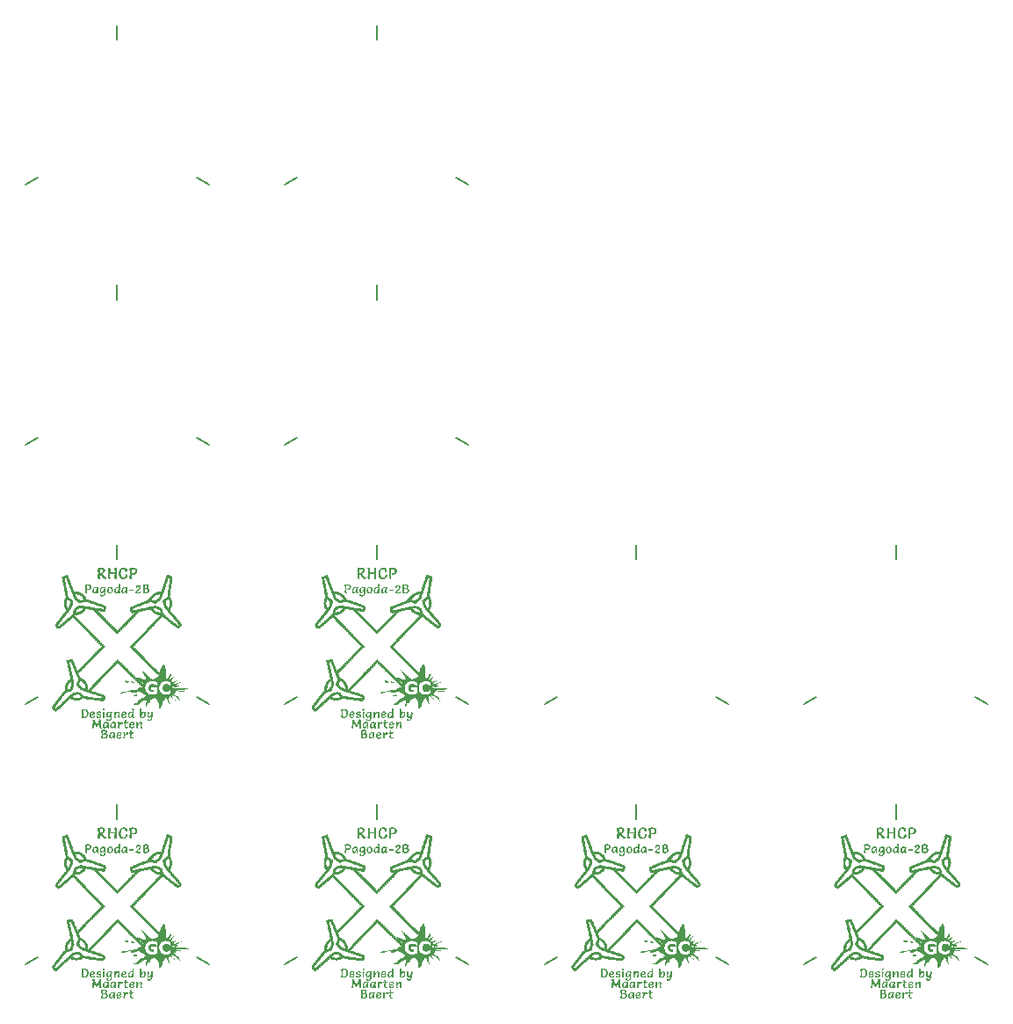
<source format=gto>
G04 This is an RS-274x file exported by *
G04 gerbv version 2.6.0 *
G04 More information is available about gerbv at *
G04 http://gerbv.gpleda.org/ *
G04 --End of header info--*
%MOIN*%
%FSLAX34Y34*%
%IPPOS*%
G04 --Define apertures--*
%ADD10C,0.0000*%
%ADD11C,0.0079*%
%ADD12C,0.0079*%
G04 --Start main section--*
G54D10*
G36*
G01X0000757Y-001669D02*
G01X0000771Y-001669D01*
G01X0000771Y-001682D01*
G01X0000771Y-001696D01*
G01X0000771Y-001709D01*
G01X0000771Y-001722D01*
G01X0000691Y-001722D01*
G01X0000691Y-001709D01*
G01X0000625Y-001709D01*
G01X0000625Y-001696D01*
G01X0000612Y-001696D01*
G01X0000612Y-001682D01*
G01X0000638Y-001682D01*
G01X0000638Y-001669D01*
G01X0000691Y-001669D01*
G01X0000691Y-001656D01*
G01X0000757Y-001656D01*
G01X0000757Y-001669D01*
G37*
G36*
G01X0000757Y-001669D02*
G37*
G36*
G01X0001908Y0002894D02*
G01X0001948Y0002894D01*
G01X0001948Y0002881D01*
G01X0001987Y0002881D01*
G01X0001987Y0002867D01*
G01X0002027Y0002867D01*
G01X0002027Y0002854D01*
G01X0002067Y0002854D01*
G01X0002067Y0002841D01*
G01X0002107Y0002841D01*
G01X0002107Y0002828D01*
G01X0002107Y0002814D01*
G01X0002107Y0002801D01*
G01X0002107Y0002788D01*
G01X0002107Y0002775D01*
G01X0002107Y0002762D01*
G01X0002107Y0002748D01*
G01X0002107Y0002735D01*
G01X0002093Y0002735D01*
G01X0002093Y0002722D01*
G01X0002093Y0002709D01*
G01X0002093Y0002695D01*
G01X0002093Y0002682D01*
G01X0002093Y0002669D01*
G01X0002093Y0002656D01*
G01X0002093Y0002643D01*
G01X0002080Y0002643D01*
G01X0002080Y0002629D01*
G01X0002080Y0002616D01*
G01X0002080Y0002603D01*
G01X0002080Y0002590D01*
G01X0002080Y0002576D01*
G01X0002080Y0002563D01*
G01X0002080Y0002550D01*
G01X0002067Y0002550D01*
G01X0002067Y0002537D01*
G01X0002067Y0002523D01*
G01X0002067Y0002510D01*
G01X0002067Y0002497D01*
G01X0002067Y0002484D01*
G01X0002067Y0002471D01*
G01X0002067Y0002457D01*
G01X0002054Y0002457D01*
G01X0002054Y0002444D01*
G01X0002054Y0002431D01*
G01X0002054Y0002418D01*
G01X0002054Y0002404D01*
G01X0002054Y0002391D01*
G01X0002054Y0002378D01*
G01X0002054Y0002365D01*
G01X0002040Y0002365D01*
G01X0002040Y0002352D01*
G01X0002040Y0002338D01*
G01X0002040Y0002325D01*
G01X0002040Y0002312D01*
G01X0002040Y0002299D01*
G01X0002040Y0002285D01*
G01X0002040Y0002272D01*
G01X0002027Y0002272D01*
G01X0002027Y0002259D01*
G01X0002027Y0002246D01*
G01X0002027Y0002233D01*
G01X0002027Y0002219D01*
G01X0002027Y0002206D01*
G01X0002027Y0002193D01*
G01X0002027Y0002180D01*
G01X0002014Y0002180D01*
G01X0002014Y0002166D01*
G01X0002014Y0002153D01*
G01X0002014Y0002140D01*
G01X0002014Y0002127D01*
G01X0002014Y0002113D01*
G01X0002014Y0002100D01*
G01X0002014Y0002087D01*
G01X0002001Y0002087D01*
G01X0002001Y0002074D01*
G01X0002001Y0002061D01*
G01X0002014Y0002061D01*
G01X0002014Y0002047D01*
G01X0002027Y0002047D01*
G01X0002027Y0002034D01*
G01X0002027Y0002021D01*
G01X0002040Y0002021D01*
G01X0002040Y0002008D01*
G01X0002040Y0001994D01*
G01X0002054Y0001994D01*
G01X0002054Y0001981D01*
G01X0002054Y0001968D01*
G01X0002067Y0001968D01*
G01X0002067Y0001955D01*
G01X0002067Y0001942D01*
G01X0002067Y0001928D01*
G01X0002067Y0001915D01*
G01X0002080Y0001915D01*
G01X0002080Y0001902D01*
G01X0002080Y0001889D01*
G01X0002080Y0001875D01*
G01X0002080Y0001862D01*
G01X0002080Y0001849D01*
G01X0002080Y0001836D01*
G01X0002093Y0001836D01*
G01X0002093Y0001823D01*
G01X0002093Y0001809D01*
G01X0002093Y0001796D01*
G01X0002080Y0001796D01*
G01X0002080Y0001783D01*
G01X0002080Y0001770D01*
G01X0002080Y0001756D01*
G01X0002080Y0001743D01*
G01X0002080Y0001730D01*
G01X0002080Y0001717D01*
G01X0002080Y0001703D01*
G01X0002067Y0001703D01*
G01X0002067Y0001690D01*
G01X0002067Y0001677D01*
G01X0002067Y0001664D01*
G01X0002054Y0001664D01*
G01X0002054Y0001651D01*
G01X0002054Y0001637D01*
G01X0002054Y0001624D01*
G01X0002040Y0001624D01*
G01X0002040Y0001611D01*
G01X0002040Y0001598D01*
G01X0002027Y0001598D01*
G01X0002027Y0001584D01*
G01X0002014Y0001584D01*
G01X0002014Y0001571D01*
G01X0002014Y0001558D01*
G01X0002001Y0001558D01*
G01X0002001Y0001545D01*
G01X0002014Y0001545D01*
G01X0002014Y0001532D01*
G01X0002027Y0001532D01*
G01X0002027Y0001518D01*
G01X0002040Y0001518D01*
G01X0002040Y0001505D01*
G01X0002054Y0001505D01*
G01X0002054Y0001492D01*
G01X0002054Y0001479D01*
G01X0002067Y0001479D01*
G01X0002067Y0001465D01*
G01X0002080Y0001465D01*
G01X0002080Y0001452D01*
G01X0002093Y0001452D01*
G01X0002093Y0001439D01*
G01X0002107Y0001439D01*
G01X0002107Y0001426D01*
G01X0002120Y0001426D01*
G01X0002120Y0001413D01*
G01X0002133Y0001413D01*
G01X0002133Y0001399D01*
G01X0002146Y0001399D01*
G01X0002146Y0001386D01*
G01X0002159Y0001386D01*
G01X0002159Y0001373D01*
G01X0002159Y0001360D01*
G01X0002173Y0001360D01*
G01X0002173Y0001346D01*
G01X0002186Y0001346D01*
G01X0002186Y0001333D01*
G01X0002199Y0001333D01*
G01X0002199Y0001320D01*
G01X0002212Y0001320D01*
G01X0002212Y0001307D01*
G01X0002226Y0001307D01*
G01X0002226Y0001293D01*
G01X0002239Y0001293D01*
G01X0002239Y0001280D01*
G01X0002252Y0001280D01*
G01X0002252Y0001267D01*
G01X0002265Y0001267D01*
G01X0002265Y0001254D01*
G01X0002265Y0001241D01*
G01X0002278Y0001241D01*
G01X0002278Y0001227D01*
G01X0002292Y0001227D01*
G01X0002292Y0001214D01*
G01X0002305Y0001214D01*
G01X0002305Y0001201D01*
G01X0002318Y0001201D01*
G01X0002318Y0001188D01*
G01X0002331Y0001188D01*
G01X0002331Y0001174D01*
G01X0002345Y0001174D01*
G01X0002345Y0001161D01*
G01X0002345Y0001148D01*
G01X0002358Y0001148D01*
G01X0002358Y0001135D01*
G01X0002371Y0001135D01*
G01X0002371Y0001122D01*
G01X0002384Y0001122D01*
G01X0002384Y0001108D01*
G01X0002397Y0001108D01*
G01X0002397Y0001095D01*
G01X0002397Y0001082D01*
G01X0002411Y0001082D01*
G01X0002411Y0001069D01*
G01X0002424Y0001069D01*
G01X0002424Y0001055D01*
G01X0002424Y0001042D01*
G01X0002437Y0001042D01*
G01X0002437Y0001029D01*
G01X0002437Y0001016D01*
G01X0002450Y0001016D01*
G01X0002450Y0001003D01*
G01X0002450Y0000989D01*
G01X0002450Y0000976D01*
G01X0002450Y0000963D01*
G01X0002437Y0000963D01*
G01X0002437Y0000950D01*
G01X0002437Y0000936D01*
G01X0002424Y0000936D01*
G01X0002424Y0000923D01*
G01X0002411Y0000923D01*
G01X0002411Y0000910D01*
G01X0002397Y0000910D01*
G01X0002397Y0000897D01*
G01X0002371Y0000897D01*
G01X0002371Y0000883D01*
G01X0002358Y0000883D01*
G01X0002358Y0000870D01*
G01X0002278Y0000870D01*
G01X0002278Y0000883D01*
G01X0002265Y0000883D01*
G01X0002265Y0000897D01*
G01X0002239Y0000897D01*
G01X0002239Y0000910D01*
G01X0002226Y0000910D01*
G01X0002226Y0000923D01*
G01X0002199Y0000923D01*
G01X0002199Y0000936D01*
G01X0002186Y0000936D01*
G01X0002186Y0000950D01*
G01X0002173Y0000950D01*
G01X0002173Y0000963D01*
G01X0002146Y0000963D01*
G01X0002146Y0000976D01*
G01X0002133Y0000976D01*
G01X0002133Y0000989D01*
G01X0002120Y0000989D01*
G01X0002120Y0001003D01*
G01X0002093Y0001003D01*
G01X0002093Y0001016D01*
G01X0002080Y0001016D01*
G01X0002080Y0001029D01*
G01X0002067Y0001029D01*
G01X0002067Y0001042D01*
G01X0002040Y0001042D01*
G01X0002040Y0001055D01*
G01X0002027Y0001055D01*
G01X0002027Y0001069D01*
G01X0002014Y0001069D01*
G01X0002014Y0001082D01*
G01X0002001Y0001082D01*
G01X0002001Y0001095D01*
G01X0001974Y0001095D01*
G01X0001974Y0001108D01*
G01X0001961Y0001108D01*
G01X0001961Y0001122D01*
G01X0001948Y0001122D01*
G01X0001948Y0001135D01*
G01X0001935Y0001135D01*
G01X0001935Y0001148D01*
G01X0001908Y0001148D01*
G01X0001908Y0001161D01*
G01X0001895Y0001161D01*
G01X0001895Y0001174D01*
G01X0001882Y0001174D01*
G01X0001882Y0001188D01*
G01X0001868Y0001188D01*
G01X0001868Y0001201D01*
G01X0001842Y0001201D01*
G01X0001842Y0001214D01*
G01X0001829Y0001214D01*
G01X0001829Y0001227D01*
G01X0001816Y0001227D01*
G01X0001816Y0001241D01*
G01X0001802Y0001241D01*
G01X0001802Y0001254D01*
G01X0001789Y0001254D01*
G01X0001789Y0001267D01*
G01X0001763Y0001267D01*
G01X0001763Y0001280D01*
G01X0001749Y0001280D01*
G01X0001749Y0001293D01*
G01X0001736Y0001293D01*
G01X0001736Y0001307D01*
G01X0001723Y0001307D01*
G01X0001723Y0001293D01*
G01X0001710Y0001293D01*
G01X0001710Y0001280D01*
G01X0001697Y0001280D01*
G01X0001697Y0001267D01*
G01X0001683Y0001267D01*
G01X0001683Y0001254D01*
G01X0001670Y0001254D01*
G01X0001670Y0001241D01*
G01X0001657Y0001241D01*
G01X0001657Y0001227D01*
G01X0001644Y0001227D01*
G01X0001644Y0001214D01*
G01X0001630Y0001214D01*
G01X0001630Y0001201D01*
G01X0001617Y0001201D01*
G01X0001617Y0001188D01*
G01X0001604Y0001188D01*
G01X0001604Y0001174D01*
G01X0001591Y0001174D01*
G01X0001591Y0001161D01*
G01X0001577Y0001161D01*
G01X0001577Y0001148D01*
G01X0001564Y0001148D01*
G01X0001564Y0001135D01*
G01X0001551Y0001135D01*
G01X0001551Y0001122D01*
G01X0001538Y0001122D01*
G01X0001538Y0001108D01*
G01X0001525Y0001108D01*
G01X0001525Y0001095D01*
G01X0001511Y0001095D01*
G01X0001511Y0001082D01*
G01X0001498Y0001082D01*
G01X0001498Y0001069D01*
G01X0001485Y0001069D01*
G01X0001485Y0001055D01*
G01X0001472Y0001055D01*
G01X0001472Y0001042D01*
G01X0001458Y0001042D01*
G01X0001458Y0001029D01*
G01X0001445Y0001029D01*
G01X0001445Y0001016D01*
G01X0001432Y0001016D01*
G01X0001432Y0001003D01*
G01X0001419Y0001003D01*
G01X0001419Y0000989D01*
G01X0001419Y0000976D01*
G01X0001406Y0000976D01*
G01X0001406Y0000963D01*
G01X0001392Y0000963D01*
G01X0001392Y0000950D01*
G01X0001379Y0000950D01*
G01X0001379Y0000936D01*
G01X0001366Y0000936D01*
G01X0001366Y0000923D01*
G01X0001353Y0000923D01*
G01X0001353Y0000910D01*
G01X0001339Y0000910D01*
G01X0001339Y0000897D01*
G01X0001326Y0000897D01*
G01X0001326Y0000883D01*
G01X0001313Y0000883D01*
G01X0001313Y0000870D01*
G01X0001300Y0000870D01*
G01X0001300Y0000857D01*
G01X0001286Y0000857D01*
G01X0001286Y0000844D01*
G01X0001273Y0000844D01*
G01X0001273Y0000831D01*
G01X0001260Y0000831D01*
G01X0001260Y0000817D01*
G01X0001247Y0000817D01*
G01X0001247Y0000804D01*
G01X0001234Y0000804D01*
G01X0001234Y0000791D01*
G01X0001220Y0000791D01*
G01X0001220Y0000778D01*
G01X0001207Y0000778D01*
G01X0001207Y0000764D01*
G01X0001194Y0000764D01*
G01X0001194Y0000751D01*
G01X0001181Y0000751D01*
G01X0001181Y0000738D01*
G01X0001167Y0000738D01*
G01X0001167Y0000725D01*
G01X0001154Y0000725D01*
G01X0001154Y0000712D01*
G01X0001141Y0000712D01*
G01X0001141Y0000698D01*
G01X0001128Y0000698D01*
G01X0001128Y0000685D01*
G01X0001115Y0000685D01*
G01X0001115Y0000672D01*
G01X0001101Y0000672D01*
G01X0001101Y0000659D01*
G01X0001088Y0000659D01*
G01X0001088Y0000645D01*
G01X0001075Y0000645D01*
G01X0001075Y0000632D01*
G01X0001075Y0000619D01*
G01X0001062Y0000619D01*
G01X0001062Y0000606D01*
G01X0001048Y0000606D01*
G01X0001048Y0000592D01*
G01X0001035Y0000592D01*
G01X0001035Y0000579D01*
G01X0001022Y0000579D01*
G01X0001022Y0000566D01*
G01X0001009Y0000566D01*
G01X0001009Y0000553D01*
G01X0000996Y0000553D01*
G01X0000996Y0000540D01*
G01X0000982Y0000540D01*
G01X0000982Y0000526D01*
G01X0000969Y0000526D01*
G01X0000969Y0000513D01*
G01X0000956Y0000513D01*
G01X0000956Y0000500D01*
G01X0000943Y0000500D01*
G01X0000943Y0000487D01*
G01X0000929Y0000487D01*
G01X0000929Y0000473D01*
G01X0000916Y0000473D01*
G01X0000916Y0000460D01*
G01X0000903Y0000460D01*
G01X0000903Y0000447D01*
G01X0000890Y0000447D01*
G01X0000890Y0000434D01*
G01X0000876Y0000434D01*
G01X0000876Y0000421D01*
G01X0000863Y0000421D01*
G01X0000863Y0000407D01*
G01X0000850Y0000407D01*
G01X0000850Y0000394D01*
G01X0000837Y0000394D01*
G01X0000837Y0000381D01*
G01X0000824Y0000381D01*
G01X0000824Y0000368D01*
G01X0000810Y0000368D01*
G01X0000810Y0000354D01*
G01X0000797Y0000354D01*
G01X0000797Y0000341D01*
G01X0000784Y0000341D01*
G01X0000784Y0000328D01*
G01X0000771Y0000328D01*
G01X0000771Y0000315D01*
G01X0000757Y0000315D01*
G01X0000757Y0000301D01*
G01X0000744Y0000301D01*
G01X0000744Y0000288D01*
G01X0000731Y0000288D01*
G01X0000731Y0000275D01*
G01X0000718Y0000275D01*
G01X0000718Y0000262D01*
G01X0000718Y0000249D01*
G01X0000705Y0000249D01*
G01X0000705Y0000235D01*
G01X0000691Y0000235D01*
G01X0000691Y0000222D01*
G01X0000678Y0000222D01*
G01X0000678Y0000209D01*
G01X0000665Y0000209D01*
G01X0000665Y0000196D01*
G01X0000652Y0000196D01*
G01X0000652Y0000182D01*
G01X0000638Y0000182D01*
G01X0000638Y0000169D01*
G01X0000625Y0000169D01*
G01X0000625Y0000156D01*
G01X0000638Y0000156D01*
G01X0000638Y0000143D01*
G01X0000652Y0000143D01*
G01X0000652Y0000130D01*
G01X0000665Y0000130D01*
G01X0000665Y0000116D01*
G01X0000678Y0000116D01*
G01X0000678Y0000103D01*
G01X0000691Y0000103D01*
G01X0000691Y0000090D01*
G01X0000705Y0000090D01*
G01X0000705Y0000077D01*
G01X0000718Y0000077D01*
G01X0000718Y0000063D01*
G01X0000731Y0000063D01*
G01X0000731Y0000050D01*
G01X0000744Y0000050D01*
G01X0000744Y0000037D01*
G01X0000757Y0000037D01*
G01X0000757Y0000024D01*
G01X0000771Y0000024D01*
G01X0000771Y0000011D01*
G01X0000784Y0000011D01*
G01X0000784Y-000003D01*
G01X0000797Y-000003D01*
G01X0000797Y-000016D01*
G01X0000810Y-000016D01*
G01X0000810Y-000029D01*
G01X0000824Y-000029D01*
G01X0000824Y-000042D01*
G01X0000837Y-000042D01*
G01X0000837Y-000056D01*
G01X0000850Y-000056D01*
G01X0000850Y-000069D01*
G01X0000863Y-000069D01*
G01X0000863Y-000082D01*
G01X0000876Y-000082D01*
G01X0000876Y-000095D01*
G01X0000890Y-000095D01*
G01X0000890Y-000109D01*
G01X0000903Y-000109D01*
G01X0000903Y-000122D01*
G01X0000916Y-000122D01*
G01X0000916Y-000135D01*
G01X0000929Y-000135D01*
G01X0000929Y-000148D01*
G01X0000943Y-000148D01*
G01X0000943Y-000161D01*
G01X0000956Y-000161D01*
G01X0000956Y-000175D01*
G01X0000969Y-000175D01*
G01X0000969Y-000188D01*
G01X0000982Y-000188D01*
G01X0000982Y-000201D01*
G01X0000996Y-000201D01*
G01X0000996Y-000214D01*
G01X0001009Y-000214D01*
G01X0001009Y-000228D01*
G01X0001022Y-000228D01*
G01X0001022Y-000241D01*
G01X0001035Y-000241D01*
G01X0001035Y-000254D01*
G01X0001048Y-000254D01*
G01X0001048Y-000267D01*
G01X0001062Y-000267D01*
G01X0001062Y-000280D01*
G01X0001062Y-000294D01*
G01X0001075Y-000294D01*
G01X0001075Y-000307D01*
G01X0001088Y-000307D01*
G01X0001088Y-000320D01*
G01X0001101Y-000320D01*
G01X0001101Y-000333D01*
G01X0001115Y-000333D01*
G01X0001115Y-000347D01*
G01X0001128Y-000347D01*
G01X0001128Y-000360D01*
G01X0001141Y-000360D01*
G01X0001141Y-000373D01*
G01X0001154Y-000373D01*
G01X0001154Y-000386D01*
G01X0001167Y-000386D01*
G01X0001167Y-000400D01*
G01X0001181Y-000400D01*
G01X0001181Y-000413D01*
G01X0001194Y-000413D01*
G01X0001194Y-000426D01*
G01X0001207Y-000426D01*
G01X0001207Y-000439D01*
G01X0001220Y-000439D01*
G01X0001220Y-000452D01*
G01X0001234Y-000452D01*
G01X0001234Y-000466D01*
G01X0001247Y-000466D01*
G01X0001247Y-000479D01*
G01X0001260Y-000479D01*
G01X0001260Y-000492D01*
G01X0001273Y-000492D01*
G01X0001273Y-000505D01*
G01X0001286Y-000505D01*
G01X0001286Y-000519D01*
G01X0001300Y-000519D01*
G01X0001300Y-000532D01*
G01X0001313Y-000532D01*
G01X0001313Y-000545D01*
G01X0001326Y-000545D01*
G01X0001326Y-000558D01*
G01X0001339Y-000558D01*
G01X0001339Y-000571D01*
G01X0001353Y-000571D01*
G01X0001353Y-000585D01*
G01X0001366Y-000585D01*
G01X0001366Y-000598D01*
G01X0001379Y-000598D01*
G01X0001379Y-000611D01*
G01X0001392Y-000611D01*
G01X0001392Y-000624D01*
G01X0001406Y-000624D01*
G01X0001406Y-000638D01*
G01X0001432Y-000638D01*
G01X0001432Y-000651D01*
G01X0001445Y-000651D01*
G01X0001445Y-000664D01*
G01X0001458Y-000664D01*
G01X0001458Y-000677D01*
G01X0001472Y-000677D01*
G01X0001472Y-000690D01*
G01X0001485Y-000690D01*
G01X0001485Y-000704D01*
G01X0001498Y-000704D01*
G01X0001498Y-000717D01*
G01X0001511Y-000717D01*
G01X0001511Y-000730D01*
G01X0001525Y-000730D01*
G01X0001525Y-000743D01*
G01X0001538Y-000743D01*
G01X0001538Y-000757D01*
G01X0001551Y-000757D01*
G01X0001551Y-000770D01*
G01X0001564Y-000770D01*
G01X0001564Y-000783D01*
G01X0001577Y-000783D01*
G01X0001577Y-000796D01*
G01X0001591Y-000796D01*
G01X0001591Y-000810D01*
G01X0001604Y-000810D01*
G01X0001604Y-000796D01*
G01X0001617Y-000796D01*
G01X0001617Y-000783D01*
G01X0001617Y-000770D01*
G01X0001617Y-000757D01*
G01X0001630Y-000757D01*
G01X0001630Y-000743D01*
G01X0001630Y-000730D01*
G01X0001630Y-000717D01*
G01X0001644Y-000717D01*
G01X0001644Y-000704D01*
G01X0001644Y-000690D01*
G01X0001644Y-000677D01*
G01X0001657Y-000677D01*
G01X0001657Y-000664D01*
G01X0001657Y-000651D01*
G01X0001657Y-000638D01*
G01X0001670Y-000638D01*
G01X0001670Y-000624D01*
G01X0001683Y-000624D01*
G01X0001683Y-000611D01*
G01X0001683Y-000598D01*
G01X0001697Y-000598D01*
G01X0001697Y-000585D01*
G01X0001710Y-000585D01*
G01X0001710Y-000571D01*
G01X0001723Y-000571D01*
G01X0001723Y-000558D01*
G01X0001723Y-000545D01*
G01X0001736Y-000545D01*
G01X0001736Y-000532D01*
G01X0001749Y-000532D01*
G01X0001749Y-000519D01*
G01X0001749Y-000505D01*
G01X0001763Y-000505D01*
G01X0001763Y-000492D01*
G01X0001789Y-000492D01*
G01X0001789Y-000505D01*
G01X0001802Y-000505D01*
G01X0001802Y-000519D01*
G01X0001802Y-000532D01*
G01X0001816Y-000532D01*
G01X0001816Y-000545D01*
G01X0001816Y-000558D01*
G01X0001816Y-000571D01*
G01X0001816Y-000585D01*
G01X0001829Y-000585D01*
G01X0001829Y-000598D01*
G01X0001829Y-000611D01*
G01X0001829Y-000624D01*
G01X0001829Y-000638D01*
G01X0001829Y-000651D01*
G01X0001829Y-000664D01*
G01X0001829Y-000677D01*
G01X0001829Y-000690D01*
G01X0001842Y-000690D01*
G01X0001842Y-000704D01*
G01X0001842Y-000717D01*
G01X0001842Y-000730D01*
G01X0001842Y-000743D01*
G01X0001842Y-000757D01*
G01X0001842Y-000770D01*
G01X0001842Y-000783D01*
G01X0001842Y-000796D01*
G01X0001842Y-000810D01*
G01X0001842Y-000823D01*
G01X0001842Y-000836D01*
G01X0001842Y-000849D01*
G01X0001842Y-000862D01*
G01X0001842Y-000876D01*
G01X0001842Y-000889D01*
G01X0001842Y-000902D01*
G01X0001842Y-000915D01*
G01X0001842Y-000929D01*
G01X0001842Y-000942D01*
G01X0001842Y-000955D01*
G01X0001842Y-000968D01*
G01X0001855Y-000968D01*
G01X0001855Y-000981D01*
G01X0001855Y-000995D01*
G01X0001855Y-001008D01*
G01X0001855Y-001021D01*
G01X0001868Y-001021D01*
G01X0001868Y-001034D01*
G01X0001908Y-001034D01*
G01X0001908Y-001021D01*
G01X0001921Y-001021D01*
G01X0001921Y-001008D01*
G01X0001935Y-001008D01*
G01X0001935Y-000995D01*
G01X0001948Y-000995D01*
G01X0001948Y-000981D01*
G01X0001948Y-000968D01*
G01X0001961Y-000968D01*
G01X0001961Y-000955D01*
G01X0001961Y-000942D01*
G01X0001974Y-000942D01*
G01X0001974Y-000929D01*
G01X0001974Y-000915D01*
G01X0001974Y-000902D01*
G01X0001987Y-000902D01*
G01X0001987Y-000889D01*
G01X0002001Y-000889D01*
G01X0002001Y-000876D01*
G01X0002014Y-000876D01*
G01X0002014Y-000862D01*
G01X0002040Y-000862D01*
G01X0002040Y-000876D01*
G01X0002067Y-000876D01*
G01X0002067Y-000889D01*
G01X0002067Y-000902D01*
G01X0002054Y-000902D01*
G01X0002054Y-000915D01*
G01X0002054Y-000929D01*
G01X0002054Y-000942D01*
G01X0002040Y-000942D01*
G01X0002040Y-000955D01*
G01X0002040Y-000968D01*
G01X0002027Y-000968D01*
G01X0002027Y-000981D01*
G01X0002014Y-000981D01*
G01X0002014Y-000995D01*
G01X0002014Y-001008D01*
G01X0002001Y-001008D01*
G01X0002001Y-001021D01*
G01X0002001Y-001034D01*
G01X0001987Y-001034D01*
G01X0001987Y-001048D01*
G01X0001987Y-001061D01*
G01X0001974Y-001061D01*
G01X0001974Y-001074D01*
G01X0002014Y-001074D01*
G01X0002014Y-001061D01*
G01X0002040Y-001061D01*
G01X0002040Y-001048D01*
G01X0002054Y-001048D01*
G01X0002054Y-001034D01*
G01X0002067Y-001034D01*
G01X0002067Y-001021D01*
G01X0002080Y-001021D01*
G01X0002080Y-001008D01*
G01X0002093Y-001008D01*
G01X0002093Y-000995D01*
G01X0002120Y-000995D01*
G01X0002120Y-000981D01*
G01X0002133Y-000981D01*
G01X0002133Y-000968D01*
G01X0002146Y-000968D01*
G01X0002146Y-000981D01*
G01X0002146Y-000995D01*
G01X0002133Y-000995D01*
G01X0002133Y-001008D01*
G01X0002133Y-001021D01*
G01X0002120Y-001021D01*
G01X0002120Y-001034D01*
G01X0002107Y-001034D01*
G01X0002107Y-001048D01*
G01X0002107Y-001061D01*
G01X0002093Y-001061D01*
G01X0002093Y-001074D01*
G01X0002080Y-001074D01*
G01X0002080Y-001087D01*
G01X0002080Y-001100D01*
G01X0002067Y-001100D01*
G01X0002067Y-001114D01*
G01X0002067Y-001127D01*
G01X0002054Y-001127D01*
G01X0002054Y-001140D01*
G01X0002054Y-001153D01*
G01X0002107Y-001153D01*
G01X0002107Y-001167D01*
G01X0002146Y-001167D01*
G01X0002146Y-001153D01*
G01X0002186Y-001153D01*
G01X0002186Y-001140D01*
G01X0002212Y-001140D01*
G01X0002212Y-001127D01*
G01X0002252Y-001127D01*
G01X0002252Y-001114D01*
G01X0002278Y-001114D01*
G01X0002278Y-001127D01*
G01X0002265Y-001127D01*
G01X0002265Y-001140D01*
G01X0002239Y-001140D01*
G01X0002239Y-001153D01*
G01X0002226Y-001153D01*
G01X0002226Y-001167D01*
G01X0002199Y-001167D01*
G01X0002199Y-001180D01*
G01X0002186Y-001180D01*
G01X0002186Y-001193D01*
G01X0002173Y-001193D01*
G01X0002173Y-001206D01*
G01X0002146Y-001206D01*
G01X0002146Y-001220D01*
G01X0002146Y-001233D01*
G01X0002146Y-001246D01*
G01X0002226Y-001246D01*
G01X0002226Y-001233D01*
G01X0002265Y-001233D01*
G01X0002265Y-001220D01*
G01X0002305Y-001220D01*
G01X0002305Y-001206D01*
G01X0002331Y-001206D01*
G01X0002331Y-001193D01*
G01X0002371Y-001193D01*
G01X0002371Y-001180D01*
G01X0002411Y-001180D01*
G01X0002411Y-001167D01*
G01X0002464Y-001167D01*
G01X0002464Y-001180D01*
G01X0002424Y-001180D01*
G01X0002424Y-001193D01*
G01X0002397Y-001193D01*
G01X0002397Y-001206D01*
G01X0002371Y-001206D01*
G01X0002371Y-001220D01*
G01X0002331Y-001220D01*
G01X0002331Y-001233D01*
G01X0002318Y-001233D01*
G01X0002318Y-001246D01*
G01X0002292Y-001246D01*
G01X0002292Y-001259D01*
G01X0002278Y-001259D01*
G01X0002278Y-001272D01*
G01X0002265Y-001272D01*
G01X0002265Y-001286D01*
G01X0002265Y-001299D01*
G01X0002292Y-001299D01*
G01X0002292Y-001312D01*
G01X0002345Y-001312D01*
G01X0002345Y-001325D01*
G01X0002318Y-001325D01*
G01X0002318Y-001339D01*
G01X0002292Y-001339D01*
G01X0002292Y-001352D01*
G01X0002265Y-001352D01*
G01X0002265Y-001365D01*
G01X0002212Y-001365D01*
G01X0002212Y-001378D01*
G01X0002159Y-001378D01*
G01X0002159Y-001365D01*
G01X0002173Y-001365D01*
G01X0002173Y-001352D01*
G01X0002186Y-001352D01*
G01X0002186Y-001339D01*
G01X0002186Y-001325D01*
G01X0002107Y-001325D01*
G01X0002107Y-001339D01*
G01X0002107Y-001352D01*
G01X0002107Y-001365D01*
G01X0002120Y-001365D01*
G01X0002120Y-001378D01*
G01X0002133Y-001378D01*
G01X0002133Y-001391D01*
G01X0002159Y-001391D01*
G01X0002159Y-001405D01*
G01X0002450Y-001405D01*
G01X0002450Y-001391D01*
G01X0002503Y-001391D01*
G01X0002503Y-001405D01*
G01X0002609Y-001405D01*
G01X0002609Y-001418D01*
G01X0002688Y-001418D01*
G01X0002688Y-001431D01*
G01X0002715Y-001431D01*
G01X0002715Y-001444D01*
G01X0002596Y-001444D01*
G01X0002596Y-001458D01*
G01X0002252Y-001458D01*
G01X0002252Y-001471D01*
G01X0002252Y-001484D01*
G01X0002278Y-001484D01*
G01X0002278Y-001497D01*
G01X0002437Y-001497D01*
G01X0002437Y-001510D01*
G01X0002569Y-001510D01*
G01X0002569Y-001524D01*
G01X0002318Y-001524D01*
G01X0002318Y-001510D01*
G01X0002239Y-001510D01*
G01X0002239Y-001524D01*
G01X0002212Y-001524D01*
G01X0002212Y-001537D01*
G01X0002212Y-001550D01*
G01X0002212Y-001563D01*
G01X0002212Y-001577D01*
G01X0002212Y-001590D01*
G01X0002186Y-001590D01*
G01X0002186Y-001603D01*
G01X0002159Y-001603D01*
G01X0002159Y-001616D01*
G01X0002159Y-001630D01*
G01X0002186Y-001630D01*
G01X0002186Y-001643D01*
G01X0002173Y-001643D01*
G01X0002173Y-001656D01*
G01X0002159Y-001656D01*
G01X0002159Y-001669D01*
G01X0002212Y-001669D01*
G01X0002212Y-001682D01*
G01X0002239Y-001682D01*
G01X0002239Y-001696D01*
G01X0002265Y-001696D01*
G01X0002265Y-001709D01*
G01X0002292Y-001709D01*
G01X0002292Y-001722D01*
G01X0002318Y-001722D01*
G01X0002318Y-001735D01*
G01X0002331Y-001735D01*
G01X0002331Y-001749D01*
G01X0002331Y-001762D01*
G01X0002345Y-001762D01*
G01X0002345Y-001775D01*
G01X0002345Y-001788D01*
G01X0002358Y-001788D01*
G01X0002358Y-001801D01*
G01X0002358Y-001815D01*
G01X0002371Y-001815D01*
G01X0002371Y-001828D01*
G01X0002371Y-001841D01*
G01X0002384Y-001841D01*
G01X0002384Y-001854D01*
G01X0002384Y-001868D01*
G01X0002397Y-001868D01*
G01X0002397Y-001881D01*
G01X0002397Y-001894D01*
G01X0002384Y-001894D01*
G01X0002384Y-001881D01*
G01X0002371Y-001881D01*
G01X0002371Y-001868D01*
G01X0002358Y-001868D01*
G01X0002358Y-001854D01*
G01X0002345Y-001854D01*
G01X0002345Y-001841D01*
G01X0002331Y-001841D01*
G01X0002331Y-001828D01*
G01X0002318Y-001828D01*
G01X0002318Y-001815D01*
G01X0002305Y-001815D01*
G01X0002305Y-001801D01*
G01X0002292Y-001801D01*
G01X0002292Y-001788D01*
G01X0002278Y-001788D01*
G01X0002278Y-001775D01*
G01X0002265Y-001775D01*
G01X0002265Y-001762D01*
G01X0002252Y-001762D01*
G01X0002252Y-001749D01*
G01X0002226Y-001749D01*
G01X0002226Y-001735D01*
G01X0002212Y-001735D01*
G01X0002212Y-001722D01*
G01X0002186Y-001722D01*
G01X0002186Y-001709D01*
G01X0002159Y-001709D01*
G01X0002159Y-001696D01*
G01X0002120Y-001696D01*
G01X0002120Y-001682D01*
G01X0002080Y-001682D01*
G01X0002080Y-001696D01*
G01X0002067Y-001696D01*
G01X0002067Y-001709D01*
G01X0002080Y-001709D01*
G01X0002080Y-001722D01*
G01X0002080Y-001735D01*
G01X0002093Y-001735D01*
G01X0002093Y-001749D01*
G01X0002093Y-001762D01*
G01X0002107Y-001762D01*
G01X0002107Y-001775D01*
G01X0002120Y-001775D01*
G01X0002120Y-001788D01*
G01X0002133Y-001788D01*
G01X0002133Y-001801D01*
G01X0002146Y-001801D01*
G01X0002146Y-001815D01*
G01X0002159Y-001815D01*
G01X0002159Y-001828D01*
G01X0002186Y-001828D01*
G01X0002186Y-001841D01*
G01X0002199Y-001841D01*
G01X0002199Y-001854D01*
G01X0002212Y-001854D01*
G01X0002212Y-001868D01*
G01X0002199Y-001868D01*
G01X0002199Y-001854D01*
G01X0002173Y-001854D01*
G01X0002173Y-001841D01*
G01X0002159Y-001841D01*
G01X0002159Y-001828D01*
G01X0002146Y-001828D01*
G01X0002146Y-001815D01*
G01X0002120Y-001815D01*
G01X0002120Y-001801D01*
G01X0002107Y-001801D01*
G01X0002107Y-001788D01*
G01X0002093Y-001788D01*
G01X0002093Y-001775D01*
G01X0002080Y-001775D01*
G01X0002080Y-001762D01*
G01X0002067Y-001762D01*
G01X0002067Y-001749D01*
G01X0002040Y-001749D01*
G01X0002040Y-001735D01*
G01X0002027Y-001735D01*
G01X0002027Y-001722D01*
G01X0001974Y-001722D01*
G01X0001974Y-001735D01*
G01X0001974Y-001749D01*
G01X0001974Y-001762D01*
G01X0001961Y-001762D01*
G01X0001961Y-001775D01*
G01X0001961Y-001788D01*
G01X0001961Y-001801D01*
G01X0001961Y-001815D01*
G01X0001961Y-001828D01*
G01X0001961Y-001841D01*
G01X0001961Y-001854D01*
G01X0001961Y-001868D01*
G01X0001961Y-001881D01*
G01X0001961Y-001894D01*
G01X0001974Y-001894D01*
G01X0001974Y-001907D01*
G01X0001974Y-001921D01*
G01X0001974Y-001934D01*
G01X0001987Y-001934D01*
G01X0001987Y-001947D01*
G01X0001987Y-001960D01*
G01X0002001Y-001960D01*
G01X0002001Y-001973D01*
G01X0002001Y-001987D01*
G01X0002014Y-001987D01*
G01X0002014Y-002000D01*
G01X0002001Y-002000D01*
G01X0002001Y-002013D01*
G01X0001987Y-002013D01*
G01X0001987Y-002000D01*
G01X0001974Y-002000D01*
G01X0001974Y-001987D01*
G01X0001961Y-001987D01*
G01X0001961Y-001973D01*
G01X0001961Y-001960D01*
G01X0001948Y-001960D01*
G01X0001948Y-001947D01*
G01X0001948Y-001934D01*
G01X0001935Y-001934D01*
G01X0001935Y-001921D01*
G01X0001935Y-001907D01*
G01X0001921Y-001907D01*
G01X0001921Y-001894D01*
G01X0001921Y-001881D01*
G01X0001908Y-001881D01*
G01X0001908Y-001868D01*
G01X0001908Y-001854D01*
G01X0001895Y-001854D01*
G01X0001895Y-001841D01*
G01X0001895Y-001828D01*
G01X0001882Y-001828D01*
G01X0001882Y-001815D01*
G01X0001882Y-001801D01*
G01X0001868Y-001801D01*
G01X0001868Y-001788D01*
G01X0001829Y-001788D01*
G01X0001829Y-001801D01*
G01X0001816Y-001801D01*
G01X0001816Y-001815D01*
G01X0001816Y-001828D01*
G01X0001802Y-001828D01*
G01X0001802Y-001841D01*
G01X0001802Y-001854D01*
G01X0001789Y-001854D01*
G01X0001789Y-001868D01*
G01X0001776Y-001868D01*
G01X0001776Y-001881D01*
G01X0001763Y-001881D01*
G01X0001763Y-001894D01*
G01X0001749Y-001894D01*
G01X0001749Y-001907D01*
G01X0001736Y-001907D01*
G01X0001736Y-001921D01*
G01X0001736Y-001934D01*
G01X0001736Y-001947D01*
G01X0001736Y-001960D01*
G01X0001723Y-001960D01*
G01X0001723Y-001973D01*
G01X0001723Y-001987D01*
G01X0001723Y-002000D01*
G01X0001723Y-002013D01*
G01X0001710Y-002013D01*
G01X0001710Y-002026D01*
G01X0001710Y-002040D01*
G01X0001710Y-002053D01*
G01X0001697Y-002053D01*
G01X0001697Y-002066D01*
G01X0001697Y-002079D01*
G01X0001697Y-002092D01*
G01X0001683Y-002092D01*
G01X0001683Y-002106D01*
G01X0001683Y-002119D01*
G01X0001670Y-002119D01*
G01X0001670Y-002132D01*
G01X0001657Y-002132D01*
G01X0001657Y-002145D01*
G01X0001644Y-002145D01*
G01X0001644Y-002159D01*
G01X0001630Y-002159D01*
G01X0001630Y-002172D01*
G01X0001591Y-002172D01*
G01X0001591Y-002159D01*
G01X0001577Y-002159D01*
G01X0001577Y-002145D01*
G01X0001577Y-002132D01*
G01X0001577Y-002119D01*
G01X0001577Y-002106D01*
G01X0001577Y-002092D01*
G01X0001577Y-002079D01*
G01X0001577Y-002066D01*
G01X0001577Y-002053D01*
G01X0001577Y-002040D01*
G01X0001577Y-002026D01*
G01X0001577Y-002013D01*
G01X0001577Y-002000D01*
G01X0001577Y-001987D01*
G01X0001577Y-001973D01*
G01X0001577Y-001960D01*
G01X0001564Y-001960D01*
G01X0001564Y-001947D01*
G01X0001564Y-001934D01*
G01X0001564Y-001921D01*
G01X0001564Y-001907D01*
G01X0001551Y-001907D01*
G01X0001551Y-001894D01*
G01X0001538Y-001894D01*
G01X0001538Y-001881D01*
G01X0001525Y-001881D01*
G01X0001525Y-001868D01*
G01X0001525Y-001854D01*
G01X0001511Y-001854D01*
G01X0001511Y-001841D01*
G01X0001498Y-001841D01*
G01X0001498Y-001828D01*
G01X0001498Y-001815D01*
G01X0001472Y-001815D01*
G01X0001472Y-001801D01*
G01X0001458Y-001801D01*
G01X0001458Y-001788D01*
G01X0001392Y-001788D01*
G01X0001392Y-001801D01*
G01X0001353Y-001801D01*
G01X0001353Y-001815D01*
G01X0001326Y-001815D01*
G01X0001326Y-001828D01*
G01X0001300Y-001828D01*
G01X0001300Y-001841D01*
G01X0001273Y-001841D01*
G01X0001273Y-001854D01*
G01X0001260Y-001854D01*
G01X0001260Y-001868D01*
G01X0001260Y-001881D01*
G01X0001260Y-001894D01*
G01X0001260Y-001907D01*
G01X0001247Y-001907D01*
G01X0001247Y-001921D01*
G01X0001247Y-001934D01*
G01X0001247Y-001947D01*
G01X0001234Y-001947D01*
G01X0001234Y-001960D01*
G01X0001220Y-001960D01*
G01X0001220Y-001973D01*
G01X0001167Y-001973D01*
G01X0001167Y-001987D01*
G01X0001154Y-001987D01*
G01X0001154Y-002000D01*
G01X0001141Y-002000D01*
G01X0001141Y-002013D01*
G01X0001141Y-002026D01*
G01X0001141Y-002040D01*
G01X0001128Y-002040D01*
G01X0001128Y-002053D01*
G01X0001128Y-002066D01*
G01X0001115Y-002066D01*
G01X0001115Y-002079D01*
G01X0001115Y-002092D01*
G01X0001101Y-002092D01*
G01X0001101Y-002106D01*
G01X0001101Y-002119D01*
G01X0001088Y-002119D01*
G01X0001088Y-002132D01*
G01X0001088Y-002145D01*
G01X0001088Y-002159D01*
G01X0001075Y-002159D01*
G01X0001075Y-002145D01*
G01X0001075Y-002132D01*
G01X0001075Y-002119D01*
G01X0001075Y-002106D01*
G01X0001075Y-002092D01*
G01X0001075Y-002079D01*
G01X0001075Y-002066D01*
G01X0001088Y-002066D01*
G01X0001088Y-002053D01*
G01X0001088Y-002040D01*
G01X0001088Y-002026D01*
G01X0001088Y-002013D01*
G01X0001088Y-002000D01*
G01X0001101Y-002000D01*
G01X0001101Y-001987D01*
G01X0001101Y-001973D01*
G01X0001101Y-001960D01*
G01X0001101Y-001947D01*
G01X0001101Y-001934D01*
G01X0001115Y-001934D01*
G01X0001115Y-001921D01*
G01X0001115Y-001907D01*
G01X0001115Y-001894D01*
G01X0001115Y-001881D01*
G01X0001115Y-001868D01*
G01X0001035Y-001868D01*
G01X0001035Y-001881D01*
G01X0000996Y-001881D01*
G01X0000996Y-001894D01*
G01X0000969Y-001894D01*
G01X0000969Y-001907D01*
G01X0000956Y-001907D01*
G01X0000956Y-001921D01*
G01X0000929Y-001921D01*
G01X0000929Y-001934D01*
G01X0000916Y-001934D01*
G01X0000916Y-001947D01*
G01X0000890Y-001947D01*
G01X0000890Y-001960D01*
G01X0000876Y-001960D01*
G01X0000876Y-001973D01*
G01X0000863Y-001973D01*
G01X0000863Y-001987D01*
G01X0000850Y-001987D01*
G01X0000850Y-002000D01*
G01X0000837Y-002000D01*
G01X0000837Y-002013D01*
G01X0000810Y-002013D01*
G01X0000810Y-002026D01*
G01X0000678Y-002026D01*
G01X0000678Y-002040D01*
G01X0000638Y-002040D01*
G01X0000638Y-002026D01*
G01X0000638Y-002013D01*
G01X0000638Y-002000D01*
G01X0000665Y-002000D01*
G01X0000665Y-001987D01*
G01X0000718Y-001987D01*
G01X0000718Y-001973D01*
G01X0000744Y-001973D01*
G01X0000744Y-001960D01*
G01X0000757Y-001960D01*
G01X0000757Y-001947D01*
G01X0000771Y-001947D01*
G01X0000771Y-001934D01*
G01X0000784Y-001934D01*
G01X0000784Y-001921D01*
G01X0000797Y-001921D01*
G01X0000797Y-001907D01*
G01X0000797Y-001894D01*
G01X0000797Y-001881D01*
G01X0000810Y-001881D01*
G01X0000810Y-001868D01*
G01X0000824Y-001868D01*
G01X0000824Y-001854D01*
G01X0000837Y-001854D01*
G01X0000837Y-001841D01*
G01X0000863Y-001841D01*
G01X0000863Y-001828D01*
G01X0000876Y-001828D01*
G01X0000876Y-001815D01*
G01X0000903Y-001815D01*
G01X0000903Y-001801D01*
G01X0000929Y-001801D01*
G01X0000929Y-001788D01*
G01X0000982Y-001788D01*
G01X0000982Y-001775D01*
G01X0001009Y-001775D01*
G01X0001009Y-001762D01*
G01X0001022Y-001762D01*
G01X0001022Y-001749D01*
G01X0001035Y-001749D01*
G01X0001035Y-001735D01*
G01X0001048Y-001735D01*
G01X0001048Y-001722D01*
G01X0001062Y-001722D01*
G01X0001062Y-001709D01*
G01X0001075Y-001709D01*
G01X0001075Y-001696D01*
G01X0001075Y-001682D01*
G01X0001062Y-001682D01*
G01X0001062Y-001669D01*
G01X0001048Y-001669D01*
G01X0001048Y-001656D01*
G01X0001035Y-001656D01*
G01X0001035Y-001643D01*
G01X0001009Y-001643D01*
G01X0001009Y-001630D01*
G01X0000996Y-001630D01*
G01X0000996Y-001616D01*
G01X0000969Y-001616D01*
G01X0000969Y-001603D01*
G01X0000956Y-001603D01*
G01X0000956Y-001590D01*
G01X0000929Y-001590D01*
G01X0000929Y-001577D01*
G01X0000903Y-001577D01*
G01X0000903Y-001563D01*
G01X0000876Y-001563D01*
G01X0000876Y-001550D01*
G01X0000850Y-001550D01*
G01X0000850Y-001537D01*
G01X0000824Y-001537D01*
G01X0000824Y-001524D01*
G01X0000771Y-001524D01*
G01X0000771Y-001537D01*
G01X0000757Y-001537D01*
G01X0000757Y-001550D01*
G01X0000744Y-001550D01*
G01X0000744Y-001563D01*
G01X0000665Y-001563D01*
G01X0000665Y-001577D01*
G01X0000612Y-001577D01*
G01X0000612Y-001590D01*
G01X0000546Y-001590D01*
G01X0000546Y-001577D01*
G01X0000533Y-001577D01*
G01X0000533Y-001563D01*
G01X0000533Y-001550D01*
G01X0000533Y-001537D01*
G01X0000414Y-001537D01*
G01X0000414Y-001550D01*
G01X0000347Y-001550D01*
G01X0000347Y-001563D01*
G01X0000308Y-001563D01*
G01X0000308Y-001577D01*
G01X0000268Y-001577D01*
G01X0000268Y-001590D01*
G01X0000228Y-001590D01*
G01X0000228Y-001603D01*
G01X0000136Y-001603D01*
G01X0000136Y-001590D01*
G01X0000136Y-001577D01*
G01X0000149Y-001577D01*
G01X0000149Y-001563D01*
G01X0000175Y-001563D01*
G01X0000175Y-001550D01*
G01X0000202Y-001550D01*
G01X0000202Y-001537D01*
G01X0000242Y-001537D01*
G01X0000242Y-001524D01*
G01X0000374Y-001524D01*
G01X0000374Y-001510D01*
G01X0000440Y-001510D01*
G01X0000440Y-001497D01*
G01X0000506Y-001497D01*
G01X0000506Y-001484D01*
G01X0000612Y-001484D01*
G01X0000612Y-001471D01*
G01X0000731Y-001471D01*
G01X0000731Y-001458D01*
G01X0000757Y-001458D01*
G01X0000757Y-001444D01*
G01X0000771Y-001444D01*
G01X0000771Y-001431D01*
G01X0000784Y-001431D01*
G01X0000784Y-001418D01*
G01X0000797Y-001418D01*
G01X0000797Y-001405D01*
G01X0000810Y-001405D01*
G01X0000810Y-001391D01*
G01X0000837Y-001391D01*
G01X0000837Y-001378D01*
G01X0000850Y-001378D01*
G01X0000850Y-001365D01*
G01X0000943Y-001365D01*
G01X0000943Y-001352D01*
G01X0000929Y-001352D01*
G01X0000929Y-001339D01*
G01X0000916Y-001339D01*
G01X0000916Y-001325D01*
G01X0000903Y-001325D01*
G01X0000903Y-001312D01*
G01X0000890Y-001312D01*
G01X0000890Y-001299D01*
G01X0000876Y-001299D01*
G01X0000876Y-001286D01*
G01X0000863Y-001286D01*
G01X0000863Y-001272D01*
G01X0000850Y-001272D01*
G01X0000850Y-001259D01*
G01X0000837Y-001259D01*
G01X0000837Y-001246D01*
G01X0000824Y-001246D01*
G01X0000824Y-001233D01*
G01X0000810Y-001233D01*
G01X0000810Y-001220D01*
G01X0000797Y-001220D01*
G01X0000797Y-001206D01*
G01X0000784Y-001206D01*
G01X0000784Y-001193D01*
G01X0000771Y-001193D01*
G01X0000771Y-001180D01*
G01X0000757Y-001180D01*
G01X0000757Y-001167D01*
G01X0000744Y-001167D01*
G01X0000744Y-001153D01*
G01X0000731Y-001153D01*
G01X0000731Y-001140D01*
G01X0000718Y-001140D01*
G01X0000718Y-001127D01*
G01X0000705Y-001127D01*
G01X0000705Y-001114D01*
G01X0000691Y-001114D01*
G01X0000691Y-001100D01*
G01X0000678Y-001100D01*
G01X0000678Y-001087D01*
G01X0000665Y-001087D01*
G01X0000665Y-001074D01*
G01X0000652Y-001074D01*
G01X0000652Y-001061D01*
G01X0000638Y-001061D01*
G01X0000638Y-001048D01*
G01X0000625Y-001048D01*
G01X0000625Y-001034D01*
G01X0000612Y-001034D01*
G01X0000612Y-001021D01*
G01X0000599Y-001021D01*
G01X0000599Y-001008D01*
G01X0000585Y-001008D01*
G01X0000585Y-000995D01*
G01X0000572Y-000995D01*
G01X0000572Y-000981D01*
G01X0000559Y-000981D01*
G01X0000559Y-000968D01*
G01X0000533Y-000968D01*
G01X0000533Y-000955D01*
G01X0000519Y-000955D01*
G01X0000519Y-000942D01*
G01X0000506Y-000942D01*
G01X0000506Y-000929D01*
G01X0000493Y-000929D01*
G01X0000493Y-000915D01*
G01X0000480Y-000915D01*
G01X0000480Y-000902D01*
G01X0000466Y-000902D01*
G01X0000466Y-000889D01*
G01X0000453Y-000889D01*
G01X0000453Y-000876D01*
G01X0000440Y-000876D01*
G01X0000440Y-000862D01*
G01X0000427Y-000862D01*
G01X0000427Y-000849D01*
G01X0000414Y-000849D01*
G01X0000414Y-000836D01*
G01X0000400Y-000836D01*
G01X0000400Y-000823D01*
G01X0000387Y-000823D01*
G01X0000387Y-000810D01*
G01X0000374Y-000810D01*
G01X0000374Y-000796D01*
G01X0000361Y-000796D01*
G01X0000361Y-000783D01*
G01X0000347Y-000783D01*
G01X0000347Y-000770D01*
G01X0000334Y-000770D01*
G01X0000334Y-000757D01*
G01X0000321Y-000757D01*
G01X0000321Y-000743D01*
G01X0000308Y-000743D01*
G01X0000308Y-000730D01*
G01X0000294Y-000730D01*
G01X0000294Y-000717D01*
G01X0000281Y-000717D01*
G01X0000281Y-000704D01*
G01X0000268Y-000704D01*
G01X0000268Y-000690D01*
G01X0000255Y-000690D01*
G01X0000255Y-000677D01*
G01X0000242Y-000677D01*
G01X0000242Y-000664D01*
G01X0000228Y-000664D01*
G01X0000228Y-000651D01*
G01X0000215Y-000651D01*
G01X0000215Y-000638D01*
G01X0000202Y-000638D01*
G01X0000202Y-000624D01*
G01X0000189Y-000624D01*
G01X0000189Y-000611D01*
G01X0000175Y-000611D01*
G01X0000175Y-000598D01*
G01X0000162Y-000598D01*
G01X0000162Y-000585D01*
G01X0000149Y-000585D01*
G01X0000149Y-000571D01*
G01X0000136Y-000571D01*
G01X0000136Y-000558D01*
G01X0000123Y-000558D01*
G01X0000123Y-000545D01*
G01X0000109Y-000545D01*
G01X0000109Y-000532D01*
G01X0000096Y-000532D01*
G01X0000096Y-000519D01*
G01X0000083Y-000519D01*
G01X0000083Y-000505D01*
G01X0000070Y-000505D01*
G01X0000070Y-000492D01*
G01X0000056Y-000492D01*
G01X0000056Y-000479D01*
G01X0000043Y-000479D01*
G01X0000043Y-000466D01*
G01X0000030Y-000466D01*
G01X0000030Y-000452D01*
G01X0000017Y-000452D01*
G01X0000017Y-000466D01*
G01X0000004Y-000466D01*
G01X0000004Y-000479D01*
G01X-000010Y-000479D01*
G01X-000010Y-000492D01*
G01X-000023Y-000492D01*
G01X-000023Y-000505D01*
G01X-000036Y-000505D01*
G01X-000036Y-000519D01*
G01X-000049Y-000519D01*
G01X-000049Y-000532D01*
G01X-000063Y-000532D01*
G01X-000063Y-000545D01*
G01X-000076Y-000545D01*
G01X-000076Y-000558D01*
G01X-000089Y-000558D01*
G01X-000089Y-000571D01*
G01X-000102Y-000571D01*
G01X-000102Y-000585D01*
G01X-000116Y-000585D01*
G01X-000116Y-000598D01*
G01X-000129Y-000598D01*
G01X-000129Y-000611D01*
G01X-000142Y-000611D01*
G01X-000142Y-000624D01*
G01X-000155Y-000624D01*
G01X-000155Y-000638D01*
G01X-000168Y-000638D01*
G01X-000168Y-000651D01*
G01X-000182Y-000651D01*
G01X-000182Y-000664D01*
G01X-000195Y-000664D01*
G01X-000195Y-000677D01*
G01X-000208Y-000677D01*
G01X-000208Y-000690D01*
G01X-000208Y-000704D01*
G01X-000221Y-000704D01*
G01X-000221Y-000717D01*
G01X-000235Y-000717D01*
G01X-000235Y-000730D01*
G01X-000248Y-000730D01*
G01X-000248Y-000743D01*
G01X-000261Y-000743D01*
G01X-000261Y-000757D01*
G01X-000274Y-000757D01*
G01X-000274Y-000770D01*
G01X-000287Y-000770D01*
G01X-000287Y-000783D01*
G01X-000301Y-000783D01*
G01X-000301Y-000796D01*
G01X-000314Y-000796D01*
G01X-000314Y-000810D01*
G01X-000327Y-000810D01*
G01X-000327Y-000823D01*
G01X-000340Y-000823D01*
G01X-000340Y-000836D01*
G01X-000354Y-000836D01*
G01X-000354Y-000849D01*
G01X-000367Y-000849D01*
G01X-000367Y-000862D01*
G01X-000380Y-000862D01*
G01X-000380Y-000876D01*
G01X-000393Y-000876D01*
G01X-000393Y-000889D01*
G01X-000406Y-000889D01*
G01X-000406Y-000902D01*
G01X-000420Y-000902D01*
G01X-000420Y-000915D01*
G01X-000433Y-000915D01*
G01X-000433Y-000929D01*
G01X-000446Y-000929D01*
G01X-000446Y-000942D01*
G01X-000459Y-000942D01*
G01X-000459Y-000955D01*
G01X-000473Y-000955D01*
G01X-000473Y-000968D01*
G01X-000486Y-000968D01*
G01X-000486Y-000981D01*
G01X-000499Y-000981D01*
G01X-000499Y-000995D01*
G01X-000512Y-000995D01*
G01X-000512Y-001008D01*
G01X-000526Y-001008D01*
G01X-000526Y-001021D01*
G01X-000539Y-001021D01*
G01X-000539Y-001034D01*
G01X-000552Y-001034D01*
G01X-000552Y-001048D01*
G01X-000565Y-001048D01*
G01X-000565Y-001061D01*
G01X-000578Y-001061D01*
G01X-000578Y-001074D01*
G01X-000592Y-001074D01*
G01X-000592Y-001087D01*
G01X-000605Y-001087D01*
G01X-000605Y-001100D01*
G01X-000605Y-001114D01*
G01X-000618Y-001114D01*
G01X-000618Y-001127D01*
G01X-000631Y-001127D01*
G01X-000631Y-001140D01*
G01X-000645Y-001140D01*
G01X-000645Y-001153D01*
G01X-000658Y-001153D01*
G01X-000658Y-001167D01*
G01X-000671Y-001167D01*
G01X-000671Y-001180D01*
G01X-000684Y-001180D01*
G01X-000684Y-001193D01*
G01X-000697Y-001193D01*
G01X-000697Y-001206D01*
G01X-000711Y-001206D01*
G01X-000711Y-001220D01*
G01X-000724Y-001220D01*
G01X-000724Y-001233D01*
G01X-000737Y-001233D01*
G01X-000737Y-001246D01*
G01X-000750Y-001246D01*
G01X-000750Y-001259D01*
G01X-000764Y-001259D01*
G01X-000764Y-001272D01*
G01X-000777Y-001272D01*
G01X-000777Y-001286D01*
G01X-000790Y-001286D01*
G01X-000790Y-001299D01*
G01X-000803Y-001299D01*
G01X-000803Y-001312D01*
G01X-000816Y-001312D01*
G01X-000816Y-001325D01*
G01X-000830Y-001325D01*
G01X-000830Y-001339D01*
G01X-000843Y-001339D01*
G01X-000843Y-001352D01*
G01X-000856Y-001352D01*
G01X-000856Y-001365D01*
G01X-000869Y-001365D01*
G01X-000869Y-001378D01*
G01X-000883Y-001378D01*
G01X-000883Y-001391D01*
G01X-000896Y-001391D01*
G01X-000896Y-001405D01*
G01X-000909Y-001405D01*
G01X-000909Y-001418D01*
G01X-000922Y-001418D01*
G01X-000922Y-001431D01*
G01X-000936Y-001431D01*
G01X-000936Y-001444D01*
G01X-000949Y-001444D01*
G01X-000949Y-001458D01*
G01X-000962Y-001458D01*
G01X-000962Y-001471D01*
G01X-000975Y-001471D01*
G01X-000975Y-001484D01*
G01X-000988Y-001484D01*
G01X-000988Y-001497D01*
G01X-000988Y-001510D01*
G01X-000949Y-001510D01*
G01X-000949Y-001524D01*
G01X-000909Y-001524D01*
G01X-000909Y-001537D01*
G01X-000856Y-001537D01*
G01X-000856Y-001550D01*
G01X-000816Y-001550D01*
G01X-000816Y-001563D01*
G01X-000777Y-001563D01*
G01X-000777Y-001577D01*
G01X-000737Y-001577D01*
G01X-000737Y-001590D01*
G01X-000697Y-001590D01*
G01X-000697Y-001603D01*
G01X-000658Y-001603D01*
G01X-000658Y-001616D01*
G01X-000618Y-001616D01*
G01X-000618Y-001630D01*
G01X-000578Y-001630D01*
G01X-000578Y-001643D01*
G01X-000552Y-001643D01*
G01X-000552Y-001656D01*
G01X-000526Y-001656D01*
G01X-000526Y-001669D01*
G01X-000499Y-001669D01*
G01X-000499Y-001682D01*
G01X-000486Y-001682D01*
G01X-000486Y-001696D01*
G01X-000473Y-001696D01*
G01X-000473Y-001709D01*
G01X-000459Y-001709D01*
G01X-000459Y-001722D01*
G01X-000459Y-001735D01*
G01X-000446Y-001735D01*
G01X-000446Y-001749D01*
G01X-000446Y-001762D01*
G01X-000446Y-001775D01*
G01X-000459Y-001775D01*
G01X-000459Y-001788D01*
G01X-000459Y-001801D01*
G01X-000459Y-001815D01*
G01X-000459Y-001828D01*
G01X-000473Y-001828D01*
G01X-000473Y-001841D01*
G01X-000486Y-001841D01*
G01X-000486Y-001854D01*
G01X-000486Y-001868D01*
G01X-000499Y-001868D01*
G01X-000499Y-001881D01*
G01X-000526Y-001881D01*
G01X-000526Y-001894D01*
G01X-000658Y-001894D01*
G01X-000658Y-001881D01*
G01X-000777Y-001881D01*
G01X-000777Y-001868D01*
G01X-000883Y-001868D01*
G01X-000883Y-001854D01*
G01X-000988Y-001854D01*
G01X-000988Y-001841D01*
G01X-001081Y-001841D01*
G01X-001081Y-001828D01*
G01X-001160Y-001828D01*
G01X-001160Y-001815D01*
G01X-001226Y-001815D01*
G01X-001226Y-001801D01*
G01X-001279Y-001801D01*
G01X-001279Y-001788D01*
G01X-001293Y-001788D01*
G01X-001293Y-001801D01*
G01X-001306Y-001801D01*
G01X-001306Y-001815D01*
G01X-001332Y-001815D01*
G01X-001332Y-001828D01*
G01X-001359Y-001828D01*
G01X-001359Y-001841D01*
G01X-001385Y-001841D01*
G01X-001385Y-001854D01*
G01X-001425Y-001854D01*
G01X-001425Y-001868D01*
G01X-001504Y-001868D01*
G01X-001504Y-001881D01*
G01X-001570Y-001881D01*
G01X-001570Y-001868D01*
G01X-001650Y-001868D01*
G01X-001650Y-001854D01*
G01X-001689Y-001854D01*
G01X-001689Y-001841D01*
G01X-001729Y-001841D01*
G01X-001729Y-001828D01*
G01X-001756Y-001828D01*
G01X-001756Y-001815D01*
G01X-001769Y-001815D01*
G01X-001769Y-001801D01*
G01X-001782Y-001801D01*
G01X-001782Y-001815D01*
G01X-001795Y-001815D01*
G01X-001795Y-001828D01*
G01X-001808Y-001828D01*
G01X-001808Y-001841D01*
G01X-001822Y-001841D01*
G01X-001822Y-001854D01*
G01X-001835Y-001854D01*
G01X-001835Y-001868D01*
G01X-001848Y-001868D01*
G01X-001848Y-001881D01*
G01X-001861Y-001881D01*
G01X-001861Y-001894D01*
G01X-001875Y-001894D01*
G01X-001875Y-001907D01*
G01X-001888Y-001907D01*
G01X-001888Y-001921D01*
G01X-001901Y-001921D01*
G01X-001901Y-001934D01*
G01X-001914Y-001934D01*
G01X-001914Y-001947D01*
G01X-001941Y-001947D01*
G01X-001941Y-001960D01*
G01X-001954Y-001960D01*
G01X-001954Y-001973D01*
G01X-001967Y-001973D01*
G01X-001967Y-001987D01*
G01X-001980Y-001987D01*
G01X-001980Y-002000D01*
G01X-001994Y-002000D01*
G01X-001994Y-002013D01*
G01X-002007Y-002013D01*
G01X-002007Y-002026D01*
G01X-002020Y-002026D01*
G01X-002020Y-002040D01*
G01X-002033Y-002040D01*
G01X-002033Y-002053D01*
G01X-002047Y-002053D01*
G01X-002047Y-002066D01*
G01X-002060Y-002066D01*
G01X-002060Y-002079D01*
G01X-002073Y-002079D01*
G01X-002073Y-002092D01*
G01X-002099Y-002092D01*
G01X-002099Y-002106D01*
G01X-002113Y-002106D01*
G01X-002113Y-002119D01*
G01X-002126Y-002119D01*
G01X-002126Y-002132D01*
G01X-002139Y-002132D01*
G01X-002139Y-002145D01*
G01X-002152Y-002145D01*
G01X-002152Y-002159D01*
G01X-002166Y-002159D01*
G01X-002166Y-002172D01*
G01X-002179Y-002172D01*
G01X-002179Y-002185D01*
G01X-002192Y-002185D01*
G01X-002192Y-002198D01*
G01X-002205Y-002198D01*
G01X-002205Y-002211D01*
G01X-002232Y-002211D01*
G01X-002232Y-002225D01*
G01X-002245Y-002225D01*
G01X-002245Y-002238D01*
G01X-002258Y-002238D01*
G01X-002258Y-002251D01*
G01X-002271Y-002251D01*
G01X-002271Y-002264D01*
G01X-002285Y-002264D01*
G01X-002285Y-002278D01*
G01X-002311Y-002278D01*
G01X-002311Y-002291D01*
G01X-002351Y-002291D01*
G01X-002351Y-002278D01*
G01X-002377Y-002278D01*
G01X-002377Y-002264D01*
G01X-002390Y-002264D01*
G01X-002390Y-002251D01*
G01X-002404Y-002251D01*
G01X-002404Y-002238D01*
G01X-002417Y-002238D01*
G01X-002417Y-002225D01*
G01X-002430Y-002225D01*
G01X-002430Y-002211D01*
G01X-002443Y-002211D01*
G01X-002443Y-002198D01*
G01X-002457Y-002198D01*
G01X-002457Y-002185D01*
G01X-002457Y-002172D01*
G01X-002470Y-002172D01*
G01X-002470Y-002159D01*
G01X-002470Y-002145D01*
G01X-002470Y-002132D01*
G01X-002470Y-002119D01*
G01X-002470Y-002106D01*
G01X-002457Y-002106D01*
G01X-002457Y-002092D01*
G01X-002443Y-002092D01*
G01X-002443Y-002079D01*
G01X-002443Y-002066D01*
G01X-002430Y-002066D01*
G01X-002430Y-002053D01*
G01X-002417Y-002053D01*
G01X-002417Y-002040D01*
G01X-002417Y-002026D01*
G01X-002404Y-002026D01*
G01X-002404Y-002013D01*
G01X-002390Y-002013D01*
G01X-002390Y-002000D01*
G01X-002377Y-002000D01*
G01X-002377Y-001987D01*
G01X-002377Y-001973D01*
G01X-002364Y-001973D01*
G01X-002364Y-001960D01*
G01X-002351Y-001960D01*
G01X-002351Y-001947D01*
G01X-002338Y-001947D01*
G01X-002338Y-001934D01*
G01X-002338Y-001921D01*
G01X-002324Y-001921D01*
G01X-002324Y-001907D01*
G01X-002311Y-001907D01*
G01X-002311Y-001894D01*
G01X-002298Y-001894D01*
G01X-002298Y-001881D01*
G01X-002298Y-001868D01*
G01X-002285Y-001868D01*
G01X-002285Y-001854D01*
G01X-002271Y-001854D01*
G01X-002271Y-001841D01*
G01X-002258Y-001841D01*
G01X-002258Y-001828D01*
G01X-002258Y-001815D01*
G01X-002245Y-001815D01*
G01X-002245Y-001801D01*
G01X-002232Y-001801D01*
G01X-002232Y-001788D01*
G01X-002218Y-001788D01*
G01X-002218Y-001775D01*
G01X-002218Y-001762D01*
G01X-002205Y-001762D01*
G01X-002205Y-001749D01*
G01X-002192Y-001749D01*
G01X-002192Y-001735D01*
G01X-002179Y-001735D01*
G01X-002179Y-001722D01*
G01X-002166Y-001722D01*
G01X-002166Y-001709D01*
G01X-002166Y-001696D01*
G01X-002152Y-001696D01*
G01X-002152Y-001682D01*
G01X-002139Y-001682D01*
G01X-002139Y-001669D01*
G01X-002126Y-001669D01*
G01X-002126Y-001656D01*
G01X-002113Y-001656D01*
G01X-002113Y-001643D01*
G01X-002113Y-001630D01*
G01X-002099Y-001630D01*
G01X-002099Y-001616D01*
G01X-002086Y-001616D01*
G01X-002086Y-001603D01*
G01X-002073Y-001603D01*
G01X-002073Y-001590D01*
G01X-002060Y-001590D01*
G01X-002060Y-001577D01*
G01X-002060Y-001563D01*
G01X-002047Y-001563D01*
G01X-002047Y-001550D01*
G01X-002033Y-001550D01*
G01X-002033Y-001537D01*
G01X-002020Y-001537D01*
G01X-002020Y-001524D01*
G01X-002007Y-001524D01*
G01X-002007Y-001510D01*
G01X-001980Y-001510D01*
G01X-001980Y-001497D01*
G01X-001980Y-001484D01*
G01X-001980Y-001471D01*
G01X-001980Y-001458D01*
G01X-001980Y-001444D01*
G01X-001980Y-001431D01*
G01X-001980Y-001418D01*
G01X-001980Y-001405D01*
G01X-001980Y-001391D01*
G01X-001980Y-001378D01*
G01X-001980Y-001365D01*
G01X-001980Y-001352D01*
G01X-001980Y-001339D01*
G01X-001967Y-001339D01*
G01X-001967Y-001325D01*
G01X-001967Y-001312D01*
G01X-001967Y-001299D01*
G01X-001967Y-001286D01*
G01X-001954Y-001286D01*
G01X-001954Y-001272D01*
G01X-001954Y-001259D01*
G01X-001941Y-001259D01*
G01X-001941Y-001246D01*
G01X-001941Y-001233D01*
G01X-001928Y-001233D01*
G01X-001928Y-001220D01*
G01X-001928Y-001206D01*
G01X-001914Y-001206D01*
G01X-001914Y-001193D01*
G01X-001914Y-001180D01*
G01X-001901Y-001180D01*
G01X-001901Y-001167D01*
G01X-001888Y-001167D01*
G01X-001888Y-001153D01*
G01X-001875Y-001153D01*
G01X-001875Y-001140D01*
G01X-001861Y-001140D01*
G01X-001861Y-001127D01*
G01X-001861Y-001114D01*
G01X-001835Y-001114D01*
G01X-001835Y-001100D01*
G01X-001822Y-001100D01*
G01X-001822Y-001087D01*
G01X-001808Y-001087D01*
G01X-001808Y-001074D01*
G01X-001795Y-001074D01*
G01X-001795Y-001061D01*
G01X-001769Y-001061D01*
G01X-001769Y-001048D01*
G01X-001769Y-001034D01*
G01X-001769Y-001021D01*
G01X-001782Y-001021D01*
G01X-001782Y-001008D01*
G01X-001782Y-000995D01*
G01X-001782Y-000981D01*
G01X-001782Y-000968D01*
G01X-001782Y-000955D01*
G01X-001795Y-000955D01*
G01X-001795Y-000942D01*
G01X-001795Y-000929D01*
G01X-001795Y-000915D01*
G01X-001795Y-000902D01*
G01X-001795Y-000889D01*
G01X-001808Y-000889D01*
G01X-001808Y-000876D01*
G01X-001808Y-000862D01*
G01X-001808Y-000849D01*
G01X-001808Y-000836D01*
G01X-001822Y-000836D01*
G01X-001822Y-000823D01*
G01X-001822Y-000810D01*
G01X-001822Y-000796D01*
G01X-001822Y-000783D01*
G01X-001822Y-000770D01*
G01X-001835Y-000770D01*
G01X-001835Y-000757D01*
G01X-001835Y-000743D01*
G01X-001835Y-000730D01*
G01X-001835Y-000717D01*
G01X-001848Y-000717D01*
G01X-001848Y-000704D01*
G01X-001848Y-000690D01*
G01X-001848Y-000677D01*
G01X-001848Y-000664D01*
G01X-001848Y-000651D01*
G01X-001861Y-000651D01*
G01X-001861Y-000638D01*
G01X-001861Y-000624D01*
G01X-001861Y-000611D01*
G01X-001861Y-000598D01*
G01X-001875Y-000598D01*
G01X-001875Y-000585D01*
G01X-001875Y-000571D01*
G01X-001875Y-000558D01*
G01X-001875Y-000545D01*
G01X-001875Y-000532D01*
G01X-001888Y-000532D01*
G01X-001888Y-000519D01*
G01X-001888Y-000505D01*
G01X-001888Y-000492D01*
G01X-001888Y-000479D01*
G01X-001901Y-000479D01*
G01X-001901Y-000466D01*
G01X-001901Y-000452D01*
G01X-001901Y-000439D01*
G01X-001901Y-000426D01*
G01X-001901Y-000413D01*
G01X-001914Y-000413D01*
G01X-001914Y-000400D01*
G01X-001914Y-000386D01*
G01X-001914Y-000373D01*
G01X-001914Y-000360D01*
G01X-001928Y-000360D01*
G01X-001928Y-000347D01*
G01X-001875Y-000347D01*
G01X-001875Y-000333D01*
G01X-001808Y-000333D01*
G01X-001808Y-000320D01*
G01X-001756Y-000320D01*
G01X-001756Y-000307D01*
G01X-001689Y-000307D01*
G01X-001689Y-000320D01*
G01X-001676Y-000320D01*
G01X-001676Y-000333D01*
G01X-001676Y-000347D01*
G01X-001663Y-000347D01*
G01X-001663Y-000360D01*
G01X-001663Y-000373D01*
G01X-001663Y-000386D01*
G01X-001650Y-000386D01*
G01X-001650Y-000400D01*
G01X-001650Y-000413D01*
G01X-001637Y-000413D01*
G01X-001637Y-000426D01*
G01X-001637Y-000439D01*
G01X-001623Y-000439D01*
G01X-001623Y-000452D01*
G01X-001623Y-000466D01*
G01X-001623Y-000479D01*
G01X-001610Y-000479D01*
G01X-001610Y-000492D01*
G01X-001610Y-000505D01*
G01X-001597Y-000505D01*
G01X-001597Y-000519D01*
G01X-001597Y-000532D01*
G01X-001597Y-000545D01*
G01X-001584Y-000545D01*
G01X-001584Y-000558D01*
G01X-001584Y-000571D01*
G01X-001570Y-000571D01*
G01X-001570Y-000585D01*
G01X-001570Y-000598D01*
G01X-001557Y-000598D01*
G01X-001557Y-000611D01*
G01X-001557Y-000624D01*
G01X-001557Y-000638D01*
G01X-001544Y-000638D01*
G01X-001544Y-000651D01*
G01X-001544Y-000664D01*
G01X-001531Y-000664D01*
G01X-001531Y-000677D01*
G01X-001531Y-000690D01*
G01X-001531Y-000704D01*
G01X-001517Y-000704D01*
G01X-001517Y-000717D01*
G01X-001517Y-000730D01*
G01X-001504Y-000730D01*
G01X-001504Y-000743D01*
G01X-001491Y-000743D01*
G01X-001491Y-000730D01*
G01X-001478Y-000730D01*
G01X-001478Y-000717D01*
G01X-001465Y-000717D01*
G01X-001465Y-000704D01*
G01X-001451Y-000704D01*
G01X-001451Y-000690D01*
G01X-001438Y-000690D01*
G01X-001438Y-000677D01*
G01X-001425Y-000677D01*
G01X-001425Y-000664D01*
G01X-001412Y-000664D01*
G01X-001412Y-000651D01*
G01X-001398Y-000651D01*
G01X-001398Y-000638D01*
G01X-001385Y-000638D01*
G01X-001385Y-000624D01*
G01X-001372Y-000624D01*
G01X-001372Y-000611D01*
G01X-001359Y-000611D01*
G01X-001359Y-000598D01*
G01X-001346Y-000598D01*
G01X-001346Y-000585D01*
G01X-001332Y-000585D01*
G01X-001332Y-000571D01*
G01X-001319Y-000571D01*
G01X-001319Y-000558D01*
G01X-001306Y-000558D01*
G01X-001306Y-000545D01*
G01X-001293Y-000545D01*
G01X-001293Y-000532D01*
G01X-001279Y-000532D01*
G01X-001279Y-000519D01*
G01X-001266Y-000519D01*
G01X-001266Y-000505D01*
G01X-001253Y-000505D01*
G01X-001253Y-000492D01*
G01X-001240Y-000492D01*
G01X-001240Y-000479D01*
G01X-001226Y-000479D01*
G01X-001226Y-000466D01*
G01X-001213Y-000466D01*
G01X-001213Y-000452D01*
G01X-001200Y-000452D01*
G01X-001200Y-000439D01*
G01X-001187Y-000439D01*
G01X-001187Y-000426D01*
G01X-001174Y-000426D01*
G01X-001174Y-000413D01*
G01X-001160Y-000413D01*
G01X-001160Y-000400D01*
G01X-001147Y-000400D01*
G01X-001147Y-000386D01*
G01X-001134Y-000386D01*
G01X-001134Y-000373D01*
G01X-001121Y-000373D01*
G01X-001121Y-000360D01*
G01X-001107Y-000360D01*
G01X-001107Y-000347D01*
G01X-001094Y-000347D01*
G01X-001094Y-000333D01*
G01X-001081Y-000333D01*
G01X-001081Y-000320D01*
G01X-001068Y-000320D01*
G01X-001068Y-000307D01*
G01X-001055Y-000307D01*
G01X-001055Y-000294D01*
G01X-001041Y-000294D01*
G01X-001041Y-000280D01*
G01X-001028Y-000280D01*
G01X-001028Y-000267D01*
G01X-001015Y-000267D01*
G01X-001015Y-000254D01*
G01X-001002Y-000254D01*
G01X-001002Y-000241D01*
G01X-000988Y-000241D01*
G01X-000988Y-000228D01*
G01X-000975Y-000228D01*
G01X-000975Y-000214D01*
G01X-000962Y-000214D01*
G01X-000962Y-000201D01*
G01X-000949Y-000201D01*
G01X-000949Y-000188D01*
G01X-000936Y-000188D01*
G01X-000936Y-000175D01*
G01X-000936Y-000161D01*
G01X-000922Y-000161D01*
G01X-000922Y-000148D01*
G01X-000909Y-000148D01*
G01X-000909Y-000135D01*
G01X-000896Y-000135D01*
G01X-000896Y-000122D01*
G01X-000883Y-000122D01*
G01X-000883Y-000109D01*
G01X-000869Y-000109D01*
G01X-000869Y-000095D01*
G01X-000856Y-000095D01*
G01X-000856Y-000082D01*
G01X-000843Y-000082D01*
G01X-000843Y-000069D01*
G01X-000830Y-000069D01*
G01X-000830Y-000056D01*
G01X-000816Y-000056D01*
G01X-000816Y-000042D01*
G01X-000803Y-000042D01*
G01X-000803Y-000029D01*
G01X-000790Y-000029D01*
G01X-000790Y-000016D01*
G01X-000777Y-000016D01*
G01X-000777Y-000003D01*
G01X-000764Y-000003D01*
G01X-000764Y0000011D01*
G01X-000750Y0000011D01*
G01X-000750Y0000024D01*
G01X-000737Y0000024D01*
G01X-000737Y0000037D01*
G01X-000724Y0000037D01*
G01X-000724Y0000050D01*
G01X-000711Y0000050D01*
G01X-000711Y0000063D01*
G01X-000697Y0000063D01*
G01X-000697Y0000077D01*
G01X-000684Y0000077D01*
G01X-000684Y0000090D01*
G01X-000671Y0000090D01*
G01X-000671Y0000103D01*
G01X-000658Y0000103D01*
G01X-000658Y0000116D01*
G01X-000645Y0000116D01*
G01X-000645Y0000130D01*
G01X-000631Y0000130D01*
G01X-000631Y0000143D01*
G01X-000618Y0000143D01*
G01X-000618Y0000156D01*
G01X-000605Y0000156D01*
G01X-000605Y0000169D01*
G01X-000592Y0000169D01*
G01X-000592Y0000182D01*
G01X-000605Y0000182D01*
G01X-000605Y0000196D01*
G01X-000618Y0000196D01*
G01X-000618Y0000209D01*
G01X-000631Y0000209D01*
G01X-000631Y0000222D01*
G01X-000645Y0000222D01*
G01X-000645Y0000235D01*
G01X-000658Y0000235D01*
G01X-000658Y0000249D01*
G01X-000671Y0000249D01*
G01X-000671Y0000262D01*
G01X-000684Y0000262D01*
G01X-000684Y0000275D01*
G01X-000697Y0000275D01*
G01X-000697Y0000288D01*
G01X-000711Y0000288D01*
G01X-000711Y0000301D01*
G01X-000724Y0000301D01*
G01X-000724Y0000315D01*
G01X-000737Y0000315D01*
G01X-000737Y0000328D01*
G01X-000750Y0000328D01*
G01X-000750Y0000341D01*
G01X-000764Y0000341D01*
G01X-000764Y0000354D01*
G01X-000777Y0000354D01*
G01X-000777Y0000368D01*
G01X-000790Y0000368D01*
G01X-000790Y0000381D01*
G01X-000803Y0000381D01*
G01X-000803Y0000394D01*
G01X-000816Y0000394D01*
G01X-000816Y0000407D01*
G01X-000830Y0000407D01*
G01X-000830Y0000421D01*
G01X-000843Y0000421D01*
G01X-000843Y0000434D01*
G01X-000856Y0000434D01*
G01X-000856Y0000447D01*
G01X-000869Y0000447D01*
G01X-000869Y0000460D01*
G01X-000883Y0000460D01*
G01X-000883Y0000473D01*
G01X-000896Y0000473D01*
G01X-000896Y0000487D01*
G01X-000909Y0000487D01*
G01X-000909Y0000500D01*
G01X-000922Y0000500D01*
G01X-000922Y0000513D01*
G01X-000936Y0000513D01*
G01X-000936Y0000526D01*
G01X-000949Y0000526D01*
G01X-000949Y0000540D01*
G01X-000962Y0000540D01*
G01X-000962Y0000553D01*
G01X-000975Y0000553D01*
G01X-000975Y0000566D01*
G01X-000988Y0000566D01*
G01X-000988Y0000579D01*
G01X-001002Y0000579D01*
G01X-001002Y0000592D01*
G01X-001015Y0000592D01*
G01X-001015Y0000606D01*
G01X-001028Y0000606D01*
G01X-001028Y0000619D01*
G01X-001041Y0000619D01*
G01X-001041Y0000632D01*
G01X-001055Y0000632D01*
G01X-001055Y0000645D01*
G01X-001068Y0000645D01*
G01X-001068Y0000659D01*
G01X-001081Y0000659D01*
G01X-001081Y0000672D01*
G01X-001081Y0000685D01*
G01X-001094Y0000685D01*
G01X-001094Y0000698D01*
G01X-001107Y0000698D01*
G01X-001107Y0000712D01*
G01X-001121Y0000712D01*
G01X-001121Y0000725D01*
G01X-001134Y0000725D01*
G01X-001134Y0000738D01*
G01X-001147Y0000738D01*
G01X-001147Y0000751D01*
G01X-001160Y0000751D01*
G01X-001160Y0000764D01*
G01X-001174Y0000764D01*
G01X-001174Y0000778D01*
G01X-001187Y0000778D01*
G01X-001187Y0000791D01*
G01X-001200Y0000791D01*
G01X-001200Y0000804D01*
G01X-001213Y0000804D01*
G01X-001213Y0000817D01*
G01X-001226Y0000817D01*
G01X-001226Y0000831D01*
G01X-001240Y0000831D01*
G01X-001240Y0000844D01*
G01X-001253Y0000844D01*
G01X-001253Y0000857D01*
G01X-001266Y0000857D01*
G01X-001266Y0000870D01*
G01X-001279Y0000870D01*
G01X-001279Y0000883D01*
G01X-001293Y0000883D01*
G01X-001293Y0000897D01*
G01X-001306Y0000897D01*
G01X-001306Y0000910D01*
G01X-001319Y0000910D01*
G01X-001319Y0000923D01*
G01X-001332Y0000923D01*
G01X-001332Y0000936D01*
G01X-001346Y0000936D01*
G01X-001346Y0000950D01*
G01X-001359Y0000950D01*
G01X-001359Y0000963D01*
G01X-001372Y0000963D01*
G01X-001372Y0000976D01*
G01X-001385Y0000976D01*
G01X-001385Y0000989D01*
G01X-001398Y0000989D01*
G01X-001398Y0001003D01*
G01X-001412Y0001003D01*
G01X-001412Y0001016D01*
G01X-001425Y0001016D01*
G01X-001425Y0001029D01*
G01X-001438Y0001029D01*
G01X-001438Y0001042D01*
G01X-001451Y0001042D01*
G01X-001451Y0001055D01*
G01X-001465Y0001055D01*
G01X-001465Y0001069D01*
G01X-001478Y0001069D01*
G01X-001478Y0001082D01*
G01X-001491Y0001082D01*
G01X-001491Y0001095D01*
G01X-001504Y0001095D01*
G01X-001504Y0001108D01*
G01X-001517Y0001108D01*
G01X-001517Y0001122D01*
G01X-001531Y0001122D01*
G01X-001531Y0001135D01*
G01X-001544Y0001135D01*
G01X-001544Y0001148D01*
G01X-001557Y0001148D01*
G01X-001557Y0001161D01*
G01X-001570Y0001161D01*
G01X-001570Y0001174D01*
G01X-001570Y0001188D01*
G01X-001584Y0001188D01*
G01X-001584Y0001201D01*
G01X-001597Y0001201D01*
G01X-001597Y0001214D01*
G01X-001610Y0001214D01*
G01X-001610Y0001227D01*
G01X-001623Y0001227D01*
G01X-001623Y0001241D01*
G01X-001637Y0001241D01*
G01X-001637Y0001254D01*
G01X-001650Y0001254D01*
G01X-001650Y0001267D01*
G01X-001663Y0001267D01*
G01X-001663Y0001280D01*
G01X-001676Y0001280D01*
G01X-001676Y0001267D01*
G01X-001689Y0001267D01*
G01X-001689Y0001254D01*
G01X-001703Y0001254D01*
G01X-001703Y0001241D01*
G01X-001716Y0001241D01*
G01X-001716Y0001227D01*
G01X-001742Y0001227D01*
G01X-001742Y0001214D01*
G01X-001756Y0001214D01*
G01X-001756Y0001201D01*
G01X-001769Y0001201D01*
G01X-001769Y0001188D01*
G01X-001782Y0001188D01*
G01X-001782Y0001174D01*
G01X-001795Y0001174D01*
G01X-001795Y0001161D01*
G01X-001808Y0001161D01*
G01X-001808Y0001148D01*
G01X-001822Y0001148D01*
G01X-001822Y0001135D01*
G01X-001835Y0001135D01*
G01X-001835Y0001122D01*
G01X-001861Y0001122D01*
G01X-001861Y0001108D01*
G01X-001875Y0001108D01*
G01X-001875Y0001095D01*
G01X-001888Y0001095D01*
G01X-001888Y0001082D01*
G01X-001901Y0001082D01*
G01X-001901Y0001069D01*
G01X-001914Y0001069D01*
G01X-001914Y0001055D01*
G01X-001928Y0001055D01*
G01X-001928Y0001042D01*
G01X-001954Y0001042D01*
G01X-001954Y0001029D01*
G01X-001967Y0001029D01*
G01X-001967Y0001016D01*
G01X-001980Y0001016D01*
G01X-001980Y0001003D01*
G01X-001994Y0001003D01*
G01X-001994Y0000989D01*
G01X-002007Y0000989D01*
G01X-002007Y0000976D01*
G01X-002033Y0000976D01*
G01X-002033Y0000963D01*
G01X-002047Y0000963D01*
G01X-002047Y0000950D01*
G01X-002060Y0000950D01*
G01X-002060Y0000936D01*
G01X-002073Y0000936D01*
G01X-002073Y0000923D01*
G01X-002086Y0000923D01*
G01X-002086Y0000910D01*
G01X-002113Y0000910D01*
G01X-002113Y0000897D01*
G01X-002126Y0000897D01*
G01X-002126Y0000883D01*
G01X-002139Y0000883D01*
G01X-002139Y0000870D01*
G01X-002166Y0000870D01*
G01X-002166Y0000857D01*
G01X-002179Y0000857D01*
G01X-002179Y0000844D01*
G01X-002245Y0000844D01*
G01X-002245Y0000857D01*
G01X-002271Y0000857D01*
G01X-002271Y0000870D01*
G01X-002298Y0000870D01*
G01X-002298Y0000883D01*
G01X-002311Y0000883D01*
G01X-002311Y0000897D01*
G01X-002324Y0000897D01*
G01X-002324Y0000910D01*
G01X-002338Y0000910D01*
G01X-002338Y0000923D01*
G01X-002338Y0000936D01*
G01X-002338Y0000950D01*
G01X-002351Y0000950D01*
G01X-002351Y0000963D01*
G01X-002351Y0000976D01*
G01X-002351Y0000989D01*
G01X-002338Y0000989D01*
G01X-002338Y0001003D01*
G01X-002338Y0001016D01*
G01X-002324Y0001016D01*
G01X-002324Y0001029D01*
G01X-002324Y0001042D01*
G01X-002311Y0001042D01*
G01X-002311Y0001055D01*
G01X-002311Y0001069D01*
G01X-002298Y0001069D01*
G01X-002298Y0001082D01*
G01X-002285Y0001082D01*
G01X-002285Y0001095D01*
G01X-002271Y0001095D01*
G01X-002271Y0001108D01*
G01X-002271Y0001122D01*
G01X-002258Y0001122D01*
G01X-002258Y0001135D01*
G01X-002245Y0001135D01*
G01X-002245Y0001148D01*
G01X-002232Y0001148D01*
G01X-002232Y0001161D01*
G01X-002232Y0001174D01*
G01X-002218Y0001174D01*
G01X-002218Y0001188D01*
G01X-002205Y0001188D01*
G01X-002205Y0001201D01*
G01X-002192Y0001201D01*
G01X-002192Y0001214D01*
G01X-002179Y0001214D01*
G01X-002179Y0001227D01*
G01X-002179Y0001241D01*
G01X-002166Y0001241D01*
G01X-002166Y0001254D01*
G01X-002152Y0001254D01*
G01X-002152Y0001267D01*
G01X-002139Y0001267D01*
G01X-002139Y0001280D01*
G01X-002126Y0001280D01*
G01X-002126Y0001293D01*
G01X-002126Y0001307D01*
G01X-002113Y0001307D01*
G01X-002113Y0001320D01*
G01X-002099Y0001320D01*
G01X-002099Y0001333D01*
G01X-002086Y0001333D01*
G01X-002086Y0001346D01*
G01X-002073Y0001346D01*
G01X-002073Y0001360D01*
G01X-002060Y0001360D01*
G01X-002060Y0001373D01*
G01X-002060Y0001386D01*
G01X-002047Y0001386D01*
G01X-002047Y0001399D01*
G01X-002033Y0001399D01*
G01X-002033Y0001413D01*
G01X-002020Y0001413D01*
G01X-002020Y0001426D01*
G01X-002007Y0001426D01*
G01X-002007Y0001439D01*
G01X-002007Y0001452D01*
G01X-001994Y0001452D01*
G01X-001994Y0001465D01*
G01X-001980Y0001465D01*
G01X-001980Y0001479D01*
G01X-001967Y0001479D01*
G01X-001967Y0001492D01*
G01X-001954Y0001492D01*
G01X-001954Y0001505D01*
G01X-001954Y0001518D01*
G01X-001941Y0001518D01*
G01X-001941Y0001532D01*
G01X-001928Y0001532D01*
G01X-001928Y0001545D01*
G01X-001928Y0001558D01*
G01X-001941Y0001558D01*
G01X-001941Y0001571D01*
G01X-001941Y0001584D01*
G01X-001954Y0001584D01*
G01X-001954Y0001598D01*
G01X-001967Y0001598D01*
G01X-001967Y0001611D01*
G01X-001967Y0001624D01*
G01X-001980Y0001624D01*
G01X-001980Y0001637D01*
G01X-001980Y0001651D01*
G01X-001980Y0001664D01*
G01X-001994Y0001664D01*
G01X-001994Y0001677D01*
G01X-001994Y0001690D01*
G01X-001994Y0001703D01*
G01X-002007Y0001703D01*
G01X-002007Y0001717D01*
G01X-002007Y0001730D01*
G01X-002007Y0001743D01*
G01X-002007Y0001756D01*
G01X-002007Y0001770D01*
G01X-002007Y0001783D01*
G01X-002007Y0001796D01*
G01X-002007Y0001809D01*
G01X-002020Y0001809D01*
G01X-002020Y0001823D01*
G01X-002007Y0001823D01*
G01X-002007Y0001836D01*
G01X-002007Y0001849D01*
G01X-002007Y0001862D01*
G01X-002007Y0001875D01*
G01X-002007Y0001889D01*
G01X-002007Y0001902D01*
G01X-002007Y0001915D01*
G01X-001994Y0001915D01*
G01X-001994Y0001928D01*
G01X-001994Y0001942D01*
G01X-001994Y0001955D01*
G01X-001980Y0001955D01*
G01X-001980Y0001968D01*
G01X-001980Y0001981D01*
G01X-001980Y0001994D01*
G01X-001967Y0001994D01*
G01X-001967Y0002008D01*
G01X-001967Y0002021D01*
G01X-001954Y0002021D01*
G01X-001954Y0002034D01*
G01X-001954Y0002047D01*
G01X-001954Y0002061D01*
G01X-001954Y0002074D01*
G01X-001954Y0002087D01*
G01X-001954Y0002100D01*
G01X-001967Y0002100D01*
G01X-001967Y0002113D01*
G01X-001967Y0002127D01*
G01X-001967Y0002140D01*
G01X-001967Y0002153D01*
G01X-001967Y0002166D01*
G01X-001980Y0002166D01*
G01X-001980Y0002180D01*
G01X-001980Y0002193D01*
G01X-001980Y0002206D01*
G01X-001980Y0002219D01*
G01X-001980Y0002233D01*
G01X-001980Y0002246D01*
G01X-001994Y0002246D01*
G01X-001994Y0002259D01*
G01X-001994Y0002272D01*
G01X-001994Y0002285D01*
G01X-001994Y0002299D01*
G01X-001994Y0002312D01*
G01X-002007Y0002312D01*
G01X-002007Y0002325D01*
G01X-002007Y0002338D01*
G01X-002007Y0002352D01*
G01X-002007Y0002365D01*
G01X-002007Y0002378D01*
G01X-002020Y0002378D01*
G01X-002020Y0002391D01*
G01X-002020Y0002404D01*
G01X-002020Y0002418D01*
G01X-002020Y0002431D01*
G01X-002020Y0002444D01*
G01X-002020Y0002457D01*
G01X-002033Y0002457D01*
G01X-002033Y0002471D01*
G01X-002033Y0002484D01*
G01X-002033Y0002497D01*
G01X-002033Y0002510D01*
G01X-002033Y0002523D01*
G01X-002047Y0002523D01*
G01X-002047Y0002537D01*
G01X-002047Y0002550D01*
G01X-002047Y0002563D01*
G01X-002047Y0002576D01*
G01X-002047Y0002590D01*
G01X-002060Y0002590D01*
G01X-002060Y0002603D01*
G01X-002060Y0002616D01*
G01X-002060Y0002629D01*
G01X-002060Y0002643D01*
G01X-002060Y0002656D01*
G01X-002073Y0002656D01*
G01X-002073Y0002669D01*
G01X-002073Y0002682D01*
G01X-002073Y0002695D01*
G01X-002073Y0002709D01*
G01X-002073Y0002722D01*
G01X-002073Y0002735D01*
G01X-002086Y0002735D01*
G01X-002086Y0002748D01*
G01X-002086Y0002762D01*
G01X-002086Y0002775D01*
G01X-002086Y0002788D01*
G01X-002086Y0002801D01*
G01X-002099Y0002801D01*
G01X-002099Y0002814D01*
G01X-002073Y0002814D01*
G01X-002073Y0002828D01*
G01X-002033Y0002828D01*
G01X-002033Y0002841D01*
G01X-002007Y0002841D01*
G01X-002007Y0002854D01*
G01X-001967Y0002854D01*
G01X-001967Y0002867D01*
G01X-001928Y0002867D01*
G01X-001928Y0002881D01*
G01X-001901Y0002881D01*
G01X-001901Y0002894D01*
G01X-001875Y0002894D01*
G01X-001875Y0002881D01*
G01X-001861Y0002881D01*
G01X-001861Y0002867D01*
G01X-001861Y0002854D01*
G01X-001848Y0002854D01*
G01X-001848Y0002841D01*
G01X-001848Y0002828D01*
G01X-001848Y0002814D01*
G01X-001835Y0002814D01*
G01X-001835Y0002801D01*
G01X-001835Y0002788D01*
G01X-001835Y0002775D01*
G01X-001822Y0002775D01*
G01X-001822Y0002762D01*
G01X-001822Y0002748D01*
G01X-001808Y0002748D01*
G01X-001808Y0002735D01*
G01X-001808Y0002722D01*
G01X-001808Y0002709D01*
G01X-001795Y0002709D01*
G01X-001795Y0002695D01*
G01X-001795Y0002682D01*
G01X-001782Y0002682D01*
G01X-001782Y0002669D01*
G01X-001782Y0002656D01*
G01X-001782Y0002643D01*
G01X-001769Y0002643D01*
G01X-001769Y0002629D01*
G01X-001769Y0002616D01*
G01X-001769Y0002603D01*
G01X-001756Y0002603D01*
G01X-001756Y0002590D01*
G01X-001756Y0002576D01*
G01X-001742Y0002576D01*
G01X-001742Y0002563D01*
G01X-001742Y0002550D01*
G01X-001742Y0002537D01*
G01X-001729Y0002537D01*
G01X-001729Y0002523D01*
G01X-001729Y0002510D01*
G01X-001729Y0002497D01*
G01X-001716Y0002497D01*
G01X-001716Y0002484D01*
G01X-001716Y0002471D01*
G01X-001703Y0002471D01*
G01X-001703Y0002457D01*
G01X-001703Y0002444D01*
G01X-001703Y0002431D01*
G01X-001689Y0002431D01*
G01X-001689Y0002418D01*
G01X-001689Y0002404D01*
G01X-001689Y0002391D01*
G01X-001676Y0002391D01*
G01X-001676Y0002378D01*
G01X-001676Y0002365D01*
G01X-001663Y0002365D01*
G01X-001663Y0002352D01*
G01X-001663Y0002338D01*
G01X-001663Y0002325D01*
G01X-001650Y0002325D01*
G01X-001650Y0002312D01*
G01X-001650Y0002299D01*
G01X-001637Y0002299D01*
G01X-001637Y0002285D01*
G01X-001637Y0002272D01*
G01X-001637Y0002259D01*
G01X-001623Y0002259D01*
G01X-001623Y0002246D01*
G01X-001610Y0002246D01*
G01X-001610Y0002259D01*
G01X-001531Y0002259D01*
G01X-001531Y0002246D01*
G01X-001451Y0002246D01*
G01X-001451Y0002233D01*
G01X-001412Y0002233D01*
G01X-001412Y0002219D01*
G01X-001385Y0002219D01*
G01X-001385Y0002206D01*
G01X-001359Y0002206D01*
G01X-001359Y0002193D01*
G01X-001332Y0002193D01*
G01X-001332Y0002180D01*
G01X-001319Y0002180D01*
G01X-001319Y0002166D01*
G01X-001293Y0002166D01*
G01X-001293Y0002153D01*
G01X-001279Y0002153D01*
G01X-001279Y0002140D01*
G01X-001266Y0002140D01*
G01X-001266Y0002127D01*
G01X-001253Y0002127D01*
G01X-001253Y0002113D01*
G01X-001240Y0002113D01*
G01X-001240Y0002100D01*
G01X-001226Y0002100D01*
G01X-001226Y0002087D01*
G01X-001213Y0002087D01*
G01X-001213Y0002074D01*
G01X-001213Y0002061D01*
G01X-001200Y0002061D01*
G01X-001200Y0002047D01*
G01X-001187Y0002047D01*
G01X-001187Y0002034D01*
G01X-001187Y0002021D01*
G01X-001174Y0002021D01*
G01X-001174Y0002008D01*
G01X-001174Y0001994D01*
G01X-001160Y0001994D01*
G01X-001160Y0001981D01*
G01X-001160Y0001968D01*
G01X-001134Y0001968D01*
G01X-001134Y0001955D01*
G01X-001081Y0001955D01*
G01X-001081Y0001942D01*
G01X-001041Y0001942D01*
G01X-001041Y0001928D01*
G01X-001002Y0001928D01*
G01X-001002Y0001915D01*
G01X-000962Y0001915D01*
G01X-000962Y0001902D01*
G01X-000922Y0001902D01*
G01X-000922Y0001889D01*
G01X-000883Y0001889D01*
G01X-000883Y0001875D01*
G01X-000843Y0001875D01*
G01X-000843Y0001862D01*
G01X-000803Y0001862D01*
G01X-000803Y0001849D01*
G01X-000764Y0001849D01*
G01X-000764Y0001836D01*
G01X-000737Y0001836D01*
G01X-000737Y0001823D01*
G01X-000697Y0001823D01*
G01X-000697Y0001809D01*
G01X-000658Y0001809D01*
G01X-000658Y0001796D01*
G01X-000618Y0001796D01*
G01X-000618Y0001783D01*
G01X-000592Y0001783D01*
G01X-000592Y0001770D01*
G01X-000552Y0001770D01*
G01X-000552Y0001756D01*
G01X-000512Y0001756D01*
G01X-000512Y0001743D01*
G01X-000486Y0001743D01*
G01X-000486Y0001730D01*
G01X-000459Y0001730D01*
G01X-000459Y0001717D01*
G01X-000446Y0001717D01*
G01X-000446Y0001703D01*
G01X-000433Y0001703D01*
G01X-000433Y0001690D01*
G01X-000420Y0001690D01*
G01X-000420Y0001677D01*
G01X-000420Y0001664D01*
G01X-000420Y0001651D01*
G01X-000420Y0001637D01*
G01X-000420Y0001624D01*
G01X-000420Y0001611D01*
G01X-000420Y0001598D01*
G01X-000433Y0001598D01*
G01X-000433Y0001584D01*
G01X-000433Y0001571D01*
G01X-000433Y0001558D01*
G01X-000433Y0001545D01*
G01X-000446Y0001545D01*
G01X-000446Y0001532D01*
G01X-000446Y0001518D01*
G01X-000459Y0001518D01*
G01X-000459Y0001505D01*
G01X-000473Y0001505D01*
G01X-000473Y0001492D01*
G01X-000578Y0001492D01*
G01X-000578Y0001505D01*
G01X-000658Y0001505D01*
G01X-000658Y0001518D01*
G01X-000724Y0001518D01*
G01X-000724Y0001505D01*
G01X-000711Y0001505D01*
G01X-000711Y0001492D01*
G01X-000697Y0001492D01*
G01X-000697Y0001479D01*
G01X-000684Y0001479D01*
G01X-000684Y0001465D01*
G01X-000671Y0001465D01*
G01X-000671Y0001452D01*
G01X-000658Y0001452D01*
G01X-000658Y0001439D01*
G01X-000645Y0001439D01*
G01X-000645Y0001426D01*
G01X-000631Y0001426D01*
G01X-000631Y0001413D01*
G01X-000618Y0001413D01*
G01X-000618Y0001399D01*
G01X-000605Y0001399D01*
G01X-000605Y0001386D01*
G01X-000592Y0001386D01*
G01X-000592Y0001373D01*
G01X-000578Y0001373D01*
G01X-000578Y0001360D01*
G01X-000565Y0001360D01*
G01X-000565Y0001346D01*
G01X-000552Y0001346D01*
G01X-000552Y0001333D01*
G01X-000539Y0001333D01*
G01X-000539Y0001320D01*
G01X-000526Y0001320D01*
G01X-000526Y0001307D01*
G01X-000512Y0001307D01*
G01X-000512Y0001293D01*
G01X-000499Y0001293D01*
G01X-000499Y0001280D01*
G01X-000486Y0001280D01*
G01X-000486Y0001267D01*
G01X-000473Y0001267D01*
G01X-000473Y0001254D01*
G01X-000459Y0001254D01*
G01X-000459Y0001241D01*
G01X-000446Y0001241D01*
G01X-000446Y0001227D01*
G01X-000433Y0001227D01*
G01X-000433Y0001214D01*
G01X-000420Y0001214D01*
G01X-000420Y0001201D01*
G01X-000406Y0001201D01*
G01X-000406Y0001188D01*
G01X-000393Y0001188D01*
G01X-000393Y0001174D01*
G01X-000380Y0001174D01*
G01X-000380Y0001161D01*
G01X-000367Y0001161D01*
G01X-000367Y0001148D01*
G01X-000354Y0001148D01*
G01X-000354Y0001135D01*
G01X-000340Y0001135D01*
G01X-000340Y0001122D01*
G01X-000327Y0001122D01*
G01X-000327Y0001108D01*
G01X-000314Y0001108D01*
G01X-000314Y0001095D01*
G01X-000301Y0001095D01*
G01X-000301Y0001082D01*
G01X-000287Y0001082D01*
G01X-000287Y0001069D01*
G01X-000274Y0001069D01*
G01X-000274Y0001055D01*
G01X-000261Y0001055D01*
G01X-000261Y0001042D01*
G01X-000248Y0001042D01*
G01X-000248Y0001029D01*
G01X-000235Y0001029D01*
G01X-000235Y0001016D01*
G01X-000221Y0001016D01*
G01X-000221Y0001003D01*
G01X-000208Y0001003D01*
G01X-000208Y0000989D01*
G01X-000195Y0000989D01*
G01X-000195Y0000976D01*
G01X-000182Y0000976D01*
G01X-000182Y0000963D01*
G01X-000168Y0000963D01*
G01X-000168Y0000950D01*
G01X-000155Y0000950D01*
G01X-000155Y0000936D01*
G01X-000142Y0000936D01*
G01X-000142Y0000923D01*
G01X-000129Y0000923D01*
G01X-000129Y0000910D01*
G01X-000116Y0000910D01*
G01X-000116Y0000897D01*
G01X-000102Y0000897D01*
G01X-000102Y0000883D01*
G01X-000089Y0000883D01*
G01X-000089Y0000870D01*
G01X-000076Y0000870D01*
G01X-000076Y0000857D01*
G01X-000063Y0000857D01*
G01X-000063Y0000844D01*
G01X-000049Y0000844D01*
G01X-000049Y0000831D01*
G01X-000036Y0000831D01*
G01X-000036Y0000817D01*
G01X-000023Y0000817D01*
G01X-000023Y0000804D01*
G01X-000023Y0000791D01*
G01X-000010Y0000791D01*
G01X-000010Y0000778D01*
G01X0000017Y0000778D01*
G01X0000017Y0000791D01*
G01X0000030Y0000791D01*
G01X0000030Y0000804D01*
G01X0000043Y0000804D01*
G01X0000043Y0000817D01*
G01X0000056Y0000817D01*
G01X0000056Y0000831D01*
G01X0000070Y0000831D01*
G01X0000070Y0000844D01*
G01X0000083Y0000844D01*
G01X0000083Y0000857D01*
G01X0000096Y0000857D01*
G01X0000096Y0000870D01*
G01X0000109Y0000870D01*
G01X0000109Y0000883D01*
G01X0000123Y0000883D01*
G01X0000123Y0000897D01*
G01X0000136Y0000897D01*
G01X0000136Y0000910D01*
G01X0000149Y0000910D01*
G01X0000149Y0000923D01*
G01X0000162Y0000923D01*
G01X0000162Y0000936D01*
G01X0000175Y0000936D01*
G01X0000175Y0000950D01*
G01X0000175Y0000963D01*
G01X0000189Y0000963D01*
G01X0000189Y0000976D01*
G01X0000202Y0000976D01*
G01X0000202Y0000989D01*
G01X0000215Y0000989D01*
G01X0000215Y0001003D01*
G01X0000228Y0001003D01*
G01X0000228Y0001016D01*
G01X0000242Y0001016D01*
G01X0000242Y0001029D01*
G01X0000255Y0001029D01*
G01X0000255Y0001042D01*
G01X0000268Y0001042D01*
G01X0000268Y0001055D01*
G01X0000281Y0001055D01*
G01X0000281Y0001069D01*
G01X0000294Y0001069D01*
G01X0000294Y0001082D01*
G01X0000308Y0001082D01*
G01X0000308Y0001095D01*
G01X0000321Y0001095D01*
G01X0000321Y0001108D01*
G01X0000334Y0001108D01*
G01X0000334Y0001122D01*
G01X0000347Y0001122D01*
G01X0000347Y0001135D01*
G01X0000361Y0001135D01*
G01X0000361Y0001148D01*
G01X0000374Y0001148D01*
G01X0000374Y0001161D01*
G01X0000387Y0001161D01*
G01X0000387Y0001174D01*
G01X0000400Y0001174D01*
G01X0000400Y0001188D01*
G01X0000414Y0001188D01*
G01X0000414Y0001201D01*
G01X0000427Y0001201D01*
G01X0000427Y0001214D01*
G01X0000440Y0001214D01*
G01X0000440Y0001227D01*
G01X0000453Y0001227D01*
G01X0000453Y0001241D01*
G01X0000466Y0001241D01*
G01X0000466Y0001254D01*
G01X0000480Y0001254D01*
G01X0000480Y0001267D01*
G01X0000493Y0001267D01*
G01X0000493Y0001280D01*
G01X0000506Y0001280D01*
G01X0000506Y0001293D01*
G01X0000519Y0001293D01*
G01X0000519Y0001307D01*
G01X0000533Y0001307D01*
G01X0000533Y0001320D01*
G01X0000546Y0001320D01*
G01X0000546Y0001333D01*
G01X0000559Y0001333D01*
G01X0000559Y0001346D01*
G01X0000572Y0001346D01*
G01X0000572Y0001360D01*
G01X0000585Y0001360D01*
G01X0000585Y0001373D01*
G01X0000599Y0001373D01*
G01X0000599Y0001386D01*
G01X0000612Y0001386D01*
G01X0000612Y0001399D01*
G01X0000625Y0001399D01*
G01X0000625Y0001413D01*
G01X0000638Y0001413D01*
G01X0000638Y0001426D01*
G01X0000652Y0001426D01*
G01X0000652Y0001439D01*
G01X0000665Y0001439D01*
G01X0000665Y0001452D01*
G01X0000625Y0001452D01*
G01X0000625Y0001439D01*
G01X0000559Y0001439D01*
G01X0000559Y0001452D01*
G01X0000533Y0001452D01*
G01X0000533Y0001465D01*
G01X0000519Y0001465D01*
G01X0000519Y0001479D01*
G01X0000519Y0001492D01*
G01X0000519Y0001505D01*
G01X0000506Y0001505D01*
G01X0000506Y0001518D01*
G01X0000506Y0001532D01*
G01X0000506Y0001545D01*
G01X0000493Y0001545D01*
G01X0000493Y0001558D01*
G01X0000493Y0001571D01*
G01X0000493Y0001584D01*
G01X0000493Y0001598D01*
G01X0000493Y0001611D01*
G01X0000493Y0001624D01*
G01X0000493Y0001637D01*
G01X0000493Y0001651D01*
G01X0000506Y0001651D01*
G01X0000506Y0001664D01*
G01X0000519Y0001664D01*
G01X0000519Y0001677D01*
G01X0000546Y0001677D01*
G01X0000546Y0001690D01*
G01X0000585Y0001690D01*
G01X0000585Y0001703D01*
G01X0000612Y0001703D01*
G01X0000612Y0001717D01*
G01X0000638Y0001717D01*
G01X0000638Y0001730D01*
G01X0000678Y0001730D01*
G01X0000678Y0001743D01*
G01X0000705Y0001743D01*
G01X0000705Y0001756D01*
G01X0000731Y0001756D01*
G01X0000731Y0001770D01*
G01X0000771Y0001770D01*
G01X0000771Y0001783D01*
G01X0000797Y0001783D01*
G01X0000797Y0001796D01*
G01X0000837Y0001796D01*
G01X0000837Y0001809D01*
G01X0000863Y0001809D01*
G01X0000863Y0001823D01*
G01X0000903Y0001823D01*
G01X0000903Y0001836D01*
G01X0000929Y0001836D01*
G01X0000929Y0001849D01*
G01X0000969Y0001849D01*
G01X0000969Y0001862D01*
G01X0000996Y0001862D01*
G01X0000996Y0001875D01*
G01X0001035Y0001875D01*
G01X0001035Y0001889D01*
G01X0001075Y0001889D01*
G01X0001075Y0001902D01*
G01X0001101Y0001902D01*
G01X0001101Y0001915D01*
G01X0001141Y0001915D01*
G01X0001141Y0001928D01*
G01X0001141Y0001942D01*
G01X0001154Y0001942D01*
G01X0001154Y0001955D01*
G01X0001167Y0001955D01*
G01X0001167Y0001968D01*
G01X0001181Y0001968D01*
G01X0001181Y0001981D01*
G01X0001194Y0001981D01*
G01X0001194Y0001994D01*
G01X0001207Y0001994D01*
G01X0001207Y0002008D01*
G01X0001220Y0002008D01*
G01X0001220Y0002021D01*
G01X0001234Y0002021D01*
G01X0001234Y0002034D01*
G01X0001247Y0002034D01*
G01X0001247Y0002047D01*
G01X0001260Y0002047D01*
G01X0001260Y0002061D01*
G01X0001273Y0002061D01*
G01X0001273Y0002074D01*
G01X0001286Y0002074D01*
G01X0001286Y0002087D01*
G01X0001300Y0002087D01*
G01X0001300Y0002100D01*
G01X0001313Y0002100D01*
G01X0001313Y0002113D01*
G01X0001326Y0002113D01*
G01X0001326Y0002127D01*
G01X0001339Y0002127D01*
G01X0001339Y0002140D01*
G01X0001353Y0002140D01*
G01X0001353Y0002153D01*
G01X0001366Y0002153D01*
G01X0001366Y0002166D01*
G01X0001392Y0002166D01*
G01X0001392Y0002180D01*
G01X0001406Y0002180D01*
G01X0001406Y0002193D01*
G01X0001432Y0002193D01*
G01X0001432Y0002206D01*
G01X0001458Y0002206D01*
G01X0001458Y0002219D01*
G01X0001485Y0002219D01*
G01X0001485Y0002233D01*
G01X0001525Y0002233D01*
G01X0001525Y0002246D01*
G01X0001604Y0002246D01*
G01X0001604Y0002259D01*
G01X0001683Y0002259D01*
G01X0001683Y0002272D01*
G01X0001683Y0002285D01*
G01X0001683Y0002299D01*
G01X0001697Y0002299D01*
G01X0001697Y0002312D01*
G01X0001697Y0002325D01*
G01X0001697Y0002338D01*
G01X0001697Y0002352D01*
G01X0001710Y0002352D01*
G01X0001710Y0002365D01*
G01X0001710Y0002378D01*
G01X0001710Y0002391D01*
G01X0001723Y0002391D01*
G01X0001723Y0002404D01*
G01X0001723Y0002418D01*
G01X0001723Y0002431D01*
G01X0001736Y0002431D01*
G01X0001736Y0002444D01*
G01X0001736Y0002457D01*
G01X0001736Y0002471D01*
G01X0001749Y0002471D01*
G01X0001749Y0002484D01*
G01X0001749Y0002497D01*
G01X0001749Y0002510D01*
G01X0001763Y0002510D01*
G01X0001763Y0002523D01*
G01X0001763Y0002537D01*
G01X0001763Y0002550D01*
G01X0001776Y0002550D01*
G01X0001776Y0002563D01*
G01X0001776Y0002576D01*
G01X0001776Y0002590D01*
G01X0001789Y0002590D01*
G01X0001789Y0002603D01*
G01X0001789Y0002616D01*
G01X0001789Y0002629D01*
G01X0001802Y0002629D01*
G01X0001802Y0002643D01*
G01X0001802Y0002656D01*
G01X0001802Y0002669D01*
G01X0001816Y0002669D01*
G01X0001816Y0002682D01*
G01X0001816Y0002695D01*
G01X0001816Y0002709D01*
G01X0001829Y0002709D01*
G01X0001829Y0002722D01*
G01X0001829Y0002735D01*
G01X0001829Y0002748D01*
G01X0001842Y0002748D01*
G01X0001842Y0002762D01*
G01X0001842Y0002775D01*
G01X0001842Y0002788D01*
G01X0001855Y0002788D01*
G01X0001855Y0002801D01*
G01X0001855Y0002814D01*
G01X0001855Y0002828D01*
G01X0001868Y0002828D01*
G01X0001868Y0002841D01*
G01X0001868Y0002854D01*
G01X0001868Y0002867D01*
G01X0001882Y0002867D01*
G01X0001882Y0002881D01*
G01X0001882Y0002894D01*
G01X0001882Y0002907D01*
G01X0001908Y0002907D01*
G01X0001908Y0002894D01*
G37*
G36*
G01X0001908Y0002894D02*
G37*
G36*
G01X0000361Y-001127D02*
G01X0000414Y-001127D01*
G01X0000414Y-001140D01*
G01X0000440Y-001140D01*
G01X0000440Y-001153D01*
G01X0000453Y-001153D01*
G01X0000453Y-001167D01*
G01X0000440Y-001167D01*
G01X0000440Y-001180D01*
G01X0000427Y-001180D01*
G01X0000427Y-001193D01*
G01X0000347Y-001193D01*
G01X0000347Y-001180D01*
G01X0000308Y-001180D01*
G01X0000308Y-001167D01*
G01X0000294Y-001167D01*
G01X0000294Y-001153D01*
G01X0000281Y-001153D01*
G01X0000281Y-001140D01*
G01X0000294Y-001140D01*
G01X0000294Y-001127D01*
G01X0000321Y-001127D01*
G01X0000321Y-001114D01*
G01X0000361Y-001114D01*
G01X0000361Y-001127D01*
G37*
G36*
G01X0000361Y-001127D02*
G37*
G36*
G01X0000585Y-001167D02*
G01X0000625Y-001167D01*
G01X0000625Y-001180D01*
G01X0000665Y-001180D01*
G01X0000665Y-001193D01*
G01X0000678Y-001193D01*
G01X0000678Y-001206D01*
G01X0000652Y-001206D01*
G01X0000652Y-001220D01*
G01X0000559Y-001220D01*
G01X0000559Y-001206D01*
G01X0000546Y-001206D01*
G01X0000546Y-001193D01*
G01X0000546Y-001180D01*
G01X0000533Y-001180D01*
G01X0000533Y-001167D01*
G01X0000533Y-001153D01*
G01X0000585Y-001153D01*
G01X0000585Y-001167D01*
G37*
G36*
G01X0000585Y-001167D02*
G37*
%LPC*%
G36*
G01X0001868Y-001140D02*
G01X0001829Y-001140D01*
G01X0001829Y-001153D01*
G01X0001763Y-001153D01*
G01X0001763Y-001167D01*
G01X0001723Y-001167D01*
G01X0001723Y-001180D01*
G01X0001697Y-001180D01*
G01X0001697Y-001193D01*
G01X0001683Y-001193D01*
G01X0001683Y-001206D01*
G01X0001670Y-001206D01*
G01X0001670Y-001220D01*
G01X0001657Y-001220D01*
G01X0001657Y-001233D01*
G01X0001644Y-001233D01*
G01X0001644Y-001246D01*
G01X0001644Y-001259D01*
G01X0001630Y-001259D01*
G01X0001630Y-001272D01*
G01X0001630Y-001286D01*
G01X0001617Y-001286D01*
G01X0001617Y-001299D01*
G01X0001617Y-001312D01*
G01X0001617Y-001325D01*
G01X0001604Y-001325D01*
G01X0001604Y-001339D01*
G01X0001604Y-001352D01*
G01X0001604Y-001365D01*
G01X0001604Y-001378D01*
G01X0001604Y-001391D01*
G01X0001604Y-001405D01*
G01X0001604Y-001418D01*
G01X0001604Y-001431D01*
G01X0001604Y-001444D01*
G01X0001604Y-001458D01*
G01X0001604Y-001471D01*
G01X0001617Y-001471D01*
G01X0001617Y-001484D01*
G01X0001617Y-001497D01*
G01X0001617Y-001510D01*
G01X0001617Y-001524D01*
G01X0001630Y-001524D01*
G01X0001630Y-001537D01*
G01X0001644Y-001537D01*
G01X0001644Y-001550D01*
G01X0001644Y-001563D01*
G01X0001657Y-001563D01*
G01X0001657Y-001577D01*
G01X0001670Y-001577D01*
G01X0001670Y-001590D01*
G01X0001683Y-001590D01*
G01X0001683Y-001603D01*
G01X0001697Y-001603D01*
G01X0001697Y-001616D01*
G01X0001723Y-001616D01*
G01X0001723Y-001630D01*
G01X0001763Y-001630D01*
G01X0001763Y-001643D01*
G01X0001948Y-001643D01*
G01X0001948Y-001630D01*
G01X0001987Y-001630D01*
G01X0001987Y-001616D01*
G01X0002014Y-001616D01*
G01X0002014Y-001603D01*
G01X0002027Y-001603D01*
G01X0002027Y-001590D01*
G01X0002027Y-001577D01*
G01X0002027Y-001563D01*
G01X0002027Y-001550D01*
G01X0002027Y-001537D01*
G01X0002027Y-001524D01*
G01X0002027Y-001510D01*
G01X0002027Y-001497D01*
G01X0002027Y-001484D01*
G01X0002001Y-001484D01*
G01X0002001Y-001497D01*
G01X0001987Y-001497D01*
G01X0001987Y-001510D01*
G01X0001961Y-001510D01*
G01X0001961Y-001524D01*
G01X0001948Y-001524D01*
G01X0001948Y-001537D01*
G01X0001908Y-001537D01*
G01X0001908Y-001550D01*
G01X0001829Y-001550D01*
G01X0001829Y-001537D01*
G01X0001802Y-001537D01*
G01X0001802Y-001524D01*
G01X0001776Y-001524D01*
G01X0001776Y-001510D01*
G01X0001763Y-001510D01*
G01X0001763Y-001497D01*
G01X0001763Y-001484D01*
G01X0001749Y-001484D01*
G01X0001749Y-001471D01*
G01X0001749Y-001458D01*
G01X0001736Y-001458D01*
G01X0001736Y-001444D01*
G01X0001736Y-001431D01*
G01X0001736Y-001418D01*
G01X0001736Y-001405D01*
G01X0001736Y-001391D01*
G01X0001736Y-001378D01*
G01X0001736Y-001365D01*
G01X0001736Y-001352D01*
G01X0001736Y-001339D01*
G01X0001749Y-001339D01*
G01X0001749Y-001325D01*
G01X0001749Y-001312D01*
G01X0001763Y-001312D01*
G01X0001763Y-001299D01*
G01X0001763Y-001286D01*
G01X0001776Y-001286D01*
G01X0001776Y-001272D01*
G01X0001802Y-001272D01*
G01X0001802Y-001259D01*
G01X0001829Y-001259D01*
G01X0001829Y-001246D01*
G01X0001908Y-001246D01*
G01X0001908Y-001259D01*
G01X0001948Y-001259D01*
G01X0001948Y-001272D01*
G01X0001961Y-001272D01*
G01X0001961Y-001286D01*
G01X0001987Y-001286D01*
G01X0001987Y-001299D01*
G01X0002001Y-001299D01*
G01X0002001Y-001312D01*
G01X0002027Y-001312D01*
G01X0002027Y-001299D01*
G01X0002027Y-001286D01*
G01X0002027Y-001272D01*
G01X0002027Y-001259D01*
G01X0002027Y-001246D01*
G01X0002027Y-001233D01*
G01X0002027Y-001220D01*
G01X0002027Y-001206D01*
G01X0002027Y-001193D01*
G01X0002027Y-001180D01*
G01X0001987Y-001180D01*
G01X0001987Y-001167D01*
G01X0001961Y-001167D01*
G01X0001961Y-001153D01*
G01X0001868Y-001153D01*
G01X0001868Y-001140D01*
G37*
G36*
G01X0001868Y-001140D02*
G37*
G36*
G01X0000863Y-001127D02*
G01X0000850Y-001127D01*
G01X0000850Y-001140D01*
G01X0000863Y-001140D01*
G01X0000863Y-001153D01*
G01X0000890Y-001153D01*
G01X0000890Y-001167D01*
G01X0000903Y-001167D01*
G01X0000903Y-001180D01*
G01X0000916Y-001180D01*
G01X0000916Y-001193D01*
G01X0000929Y-001193D01*
G01X0000929Y-001206D01*
G01X0000943Y-001206D01*
G01X0000943Y-001220D01*
G01X0000956Y-001220D01*
G01X0000956Y-001233D01*
G01X0000969Y-001233D01*
G01X0000969Y-001246D01*
G01X0000982Y-001246D01*
G01X0000982Y-001233D01*
G01X0000982Y-001220D01*
G01X0000969Y-001220D01*
G01X0000969Y-001206D01*
G01X0000956Y-001206D01*
G01X0000956Y-001193D01*
G01X0000943Y-001193D01*
G01X0000943Y-001180D01*
G01X0000929Y-001180D01*
G01X0000929Y-001167D01*
G01X0000903Y-001167D01*
G01X0000903Y-001153D01*
G01X0000890Y-001153D01*
G01X0000890Y-001140D01*
G01X0000863Y-001140D01*
G01X0000863Y-001127D01*
G37*
G36*
G01X0000863Y-001127D02*
G37*
G36*
G01X-001451Y-001656D02*
G01X-001557Y-001656D01*
G01X-001557Y-001669D01*
G01X-001610Y-001669D01*
G01X-001610Y-001682D01*
G01X-001637Y-001682D01*
G01X-001637Y-001696D01*
G01X-001663Y-001696D01*
G01X-001663Y-001709D01*
G01X-001676Y-001709D01*
G01X-001676Y-001722D01*
G01X-001689Y-001722D01*
G01X-001689Y-001735D01*
G01X-001689Y-001749D01*
G01X-001650Y-001749D01*
G01X-001650Y-001762D01*
G01X-001597Y-001762D01*
G01X-001597Y-001775D01*
G01X-001478Y-001775D01*
G01X-001478Y-001762D01*
G01X-001425Y-001762D01*
G01X-001425Y-001749D01*
G01X-001398Y-001749D01*
G01X-001398Y-001735D01*
G01X-001385Y-001735D01*
G01X-001385Y-001722D01*
G01X-001398Y-001722D01*
G01X-001398Y-001709D01*
G01X-001412Y-001709D01*
G01X-001412Y-001696D01*
G01X-001425Y-001696D01*
G01X-001425Y-001682D01*
G01X-001438Y-001682D01*
G01X-001438Y-001669D01*
G01X-001451Y-001669D01*
G01X-001451Y-001656D01*
G37*
G36*
G01X-001451Y-001656D02*
G37*
G36*
G01X-001742Y-000413D02*
G01X-001769Y-000413D01*
G01X-001769Y-000426D01*
G01X-001795Y-000426D01*
G01X-001795Y-000439D01*
G01X-001795Y-000452D01*
G01X-001795Y-000466D01*
G01X-001795Y-000479D01*
G01X-001795Y-000492D01*
G01X-001782Y-000492D01*
G01X-001782Y-000505D01*
G01X-001782Y-000519D01*
G01X-001782Y-000532D01*
G01X-001782Y-000545D01*
G01X-001769Y-000545D01*
G01X-001769Y-000558D01*
G01X-001769Y-000571D01*
G01X-001769Y-000585D01*
G01X-001769Y-000598D01*
G01X-001769Y-000611D01*
G01X-001756Y-000611D01*
G01X-001756Y-000624D01*
G01X-001756Y-000638D01*
G01X-001756Y-000651D01*
G01X-001756Y-000664D01*
G01X-001742Y-000664D01*
G01X-001742Y-000677D01*
G01X-001742Y-000690D01*
G01X-001742Y-000704D01*
G01X-001742Y-000717D01*
G01X-001742Y-000730D01*
G01X-001729Y-000730D01*
G01X-001729Y-000743D01*
G01X-001729Y-000757D01*
G01X-001729Y-000770D01*
G01X-001729Y-000783D01*
G01X-001716Y-000783D01*
G01X-001716Y-000796D01*
G01X-001716Y-000810D01*
G01X-001716Y-000823D01*
G01X-001716Y-000836D01*
G01X-001716Y-000849D01*
G01X-001703Y-000849D01*
G01X-001703Y-000862D01*
G01X-001703Y-000876D01*
G01X-001703Y-000889D01*
G01X-001703Y-000902D01*
G01X-001689Y-000902D01*
G01X-001689Y-000915D01*
G01X-001689Y-000929D01*
G01X-001689Y-000942D01*
G01X-001689Y-000955D01*
G01X-001689Y-000968D01*
G01X-001676Y-000968D01*
G01X-001676Y-000981D01*
G01X-001676Y-000995D01*
G01X-001676Y-001008D01*
G01X-001676Y-001021D01*
G01X-001663Y-001021D01*
G01X-001663Y-001034D01*
G01X-001663Y-001048D01*
G01X-001663Y-001061D01*
G01X-001663Y-001074D01*
G01X-001663Y-001087D01*
G01X-001650Y-001087D01*
G01X-001650Y-001100D01*
G01X-001650Y-001114D01*
G01X-001650Y-001127D01*
G01X-001650Y-001140D01*
G01X-001650Y-001153D01*
G01X-001637Y-001153D01*
G01X-001637Y-001167D01*
G01X-001637Y-001180D01*
G01X-001637Y-001193D01*
G01X-001637Y-001206D01*
G01X-001637Y-001220D01*
G01X-001637Y-001233D01*
G01X-001637Y-001246D01*
G01X-001637Y-001259D01*
G01X-001623Y-001259D01*
G01X-001623Y-001272D01*
G01X-001623Y-001286D01*
G01X-001637Y-001286D01*
G01X-001637Y-001299D01*
G01X-001637Y-001312D01*
G01X-001637Y-001325D01*
G01X-001637Y-001339D01*
G01X-001650Y-001339D01*
G01X-001650Y-001352D01*
G01X-001650Y-001365D01*
G01X-001663Y-001365D01*
G01X-001663Y-001378D01*
G01X-001663Y-001391D01*
G01X-001676Y-001391D01*
G01X-001676Y-001405D01*
G01X-001676Y-001418D01*
G01X-001689Y-001418D01*
G01X-001689Y-001431D01*
G01X-001689Y-001444D01*
G01X-001689Y-001458D01*
G01X-001689Y-001471D01*
G01X-001689Y-001484D01*
G01X-001703Y-001484D01*
G01X-001703Y-001497D01*
G01X-001716Y-001497D01*
G01X-001716Y-001510D01*
G01X-001742Y-001510D01*
G01X-001742Y-001524D01*
G01X-001769Y-001524D01*
G01X-001769Y-001537D01*
G01X-001822Y-001537D01*
G01X-001822Y-001550D01*
G01X-001875Y-001550D01*
G01X-001875Y-001563D01*
G01X-001901Y-001563D01*
G01X-001901Y-001577D01*
G01X-001928Y-001577D01*
G01X-001928Y-001590D01*
G01X-001941Y-001590D01*
G01X-001941Y-001603D01*
G01X-001954Y-001603D01*
G01X-001954Y-001616D01*
G01X-001967Y-001616D01*
G01X-001967Y-001630D01*
G01X-001980Y-001630D01*
G01X-001980Y-001643D01*
G01X-001994Y-001643D01*
G01X-001994Y-001656D01*
G01X-002007Y-001656D01*
G01X-002007Y-001669D01*
G01X-002007Y-001682D01*
G01X-002020Y-001682D01*
G01X-002020Y-001696D01*
G01X-002033Y-001696D01*
G01X-002033Y-001709D01*
G01X-002047Y-001709D01*
G01X-002047Y-001722D01*
G01X-002060Y-001722D01*
G01X-002060Y-001735D01*
G01X-002060Y-001749D01*
G01X-002073Y-001749D01*
G01X-002073Y-001762D01*
G01X-002086Y-001762D01*
G01X-002086Y-001775D01*
G01X-002099Y-001775D01*
G01X-002099Y-001788D01*
G01X-002113Y-001788D01*
G01X-002113Y-001801D01*
G01X-002113Y-001815D01*
G01X-002126Y-001815D01*
G01X-002126Y-001828D01*
G01X-002139Y-001828D01*
G01X-002139Y-001841D01*
G01X-002152Y-001841D01*
G01X-002152Y-001854D01*
G01X-002152Y-001868D01*
G01X-002166Y-001868D01*
G01X-002166Y-001881D01*
G01X-002179Y-001881D01*
G01X-002179Y-001894D01*
G01X-002192Y-001894D01*
G01X-002192Y-001907D01*
G01X-002192Y-001921D01*
G01X-002205Y-001921D01*
G01X-002205Y-001934D01*
G01X-002218Y-001934D01*
G01X-002218Y-001947D01*
G01X-002232Y-001947D01*
G01X-002232Y-001960D01*
G01X-002232Y-001973D01*
G01X-002245Y-001973D01*
G01X-002245Y-001987D01*
G01X-002258Y-001987D01*
G01X-002258Y-002000D01*
G01X-002271Y-002000D01*
G01X-002271Y-002013D01*
G01X-002271Y-002026D01*
G01X-002285Y-002026D01*
G01X-002285Y-002040D01*
G01X-002298Y-002040D01*
G01X-002298Y-002053D01*
G01X-002311Y-002053D01*
G01X-002311Y-002066D01*
G01X-002311Y-002079D01*
G01X-002324Y-002079D01*
G01X-002324Y-002092D01*
G01X-002338Y-002092D01*
G01X-002338Y-002106D01*
G01X-002351Y-002106D01*
G01X-002351Y-002119D01*
G01X-002351Y-002132D01*
G01X-002364Y-002132D01*
G01X-002364Y-002145D01*
G01X-002351Y-002145D01*
G01X-002351Y-002159D01*
G01X-002338Y-002159D01*
G01X-002338Y-002172D01*
G01X-002311Y-002172D01*
G01X-002311Y-002159D01*
G01X-002298Y-002159D01*
G01X-002298Y-002145D01*
G01X-002285Y-002145D01*
G01X-002285Y-002132D01*
G01X-002271Y-002132D01*
G01X-002271Y-002119D01*
G01X-002258Y-002119D01*
G01X-002258Y-002106D01*
G01X-002245Y-002106D01*
G01X-002245Y-002092D01*
G01X-002232Y-002092D01*
G01X-002232Y-002079D01*
G01X-002218Y-002079D01*
G01X-002218Y-002066D01*
G01X-002192Y-002066D01*
G01X-002192Y-002053D01*
G01X-002179Y-002053D01*
G01X-002179Y-002040D01*
G01X-002166Y-002040D01*
G01X-002166Y-002026D01*
G01X-002152Y-002026D01*
G01X-002152Y-002013D01*
G01X-002139Y-002013D01*
G01X-002139Y-002000D01*
G01X-002126Y-002000D01*
G01X-002126Y-001987D01*
G01X-002113Y-001987D01*
G01X-002113Y-001973D01*
G01X-002099Y-001973D01*
G01X-002099Y-001960D01*
G01X-002086Y-001960D01*
G01X-002086Y-001947D01*
G01X-002073Y-001947D01*
G01X-002073Y-001934D01*
G01X-002060Y-001934D01*
G01X-002060Y-001921D01*
G01X-002033Y-001921D01*
G01X-002033Y-001907D01*
G01X-002020Y-001907D01*
G01X-002020Y-001894D01*
G01X-002007Y-001894D01*
G01X-002007Y-001881D01*
G01X-001994Y-001881D01*
G01X-001994Y-001868D01*
G01X-001980Y-001868D01*
G01X-001980Y-001854D01*
G01X-001967Y-001854D01*
G01X-001967Y-001841D01*
G01X-001954Y-001841D01*
G01X-001954Y-001828D01*
G01X-001941Y-001828D01*
G01X-001941Y-001815D01*
G01X-001928Y-001815D01*
G01X-001928Y-001801D01*
G01X-001914Y-001801D01*
G01X-001914Y-001788D01*
G01X-001901Y-001788D01*
G01X-001901Y-001775D01*
G01X-001888Y-001775D01*
G01X-001888Y-001762D01*
G01X-001875Y-001762D01*
G01X-001875Y-001749D01*
G01X-001848Y-001749D01*
G01X-001848Y-001735D01*
G01X-001835Y-001735D01*
G01X-001835Y-001722D01*
G01X-001822Y-001722D01*
G01X-001822Y-001709D01*
G01X-001808Y-001709D01*
G01X-001808Y-001696D01*
G01X-001795Y-001696D01*
G01X-001795Y-001682D01*
G01X-001782Y-001682D01*
G01X-001782Y-001669D01*
G01X-001769Y-001669D01*
G01X-001769Y-001656D01*
G01X-001756Y-001656D01*
G01X-001756Y-001643D01*
G01X-001742Y-001643D01*
G01X-001742Y-001630D01*
G01X-001716Y-001630D01*
G01X-001716Y-001616D01*
G01X-001703Y-001616D01*
G01X-001703Y-001603D01*
G01X-001676Y-001603D01*
G01X-001676Y-001590D01*
G01X-001650Y-001590D01*
G01X-001650Y-001577D01*
G01X-001610Y-001577D01*
G01X-001610Y-001563D01*
G01X-001531Y-001563D01*
G01X-001531Y-001550D01*
G01X-001465Y-001550D01*
G01X-001465Y-001563D01*
G01X-001412Y-001563D01*
G01X-001412Y-001577D01*
G01X-001398Y-001577D01*
G01X-001398Y-001590D01*
G01X-001372Y-001590D01*
G01X-001372Y-001603D01*
G01X-001359Y-001603D01*
G01X-001359Y-001616D01*
G01X-001346Y-001616D01*
G01X-001346Y-001630D01*
G01X-001332Y-001630D01*
G01X-001332Y-001643D01*
G01X-001319Y-001643D01*
G01X-001319Y-001656D01*
G01X-001319Y-001669D01*
G01X-001293Y-001669D01*
G01X-001293Y-001682D01*
G01X-001279Y-001682D01*
G01X-001279Y-001696D01*
G01X-001240Y-001696D01*
G01X-001240Y-001709D01*
G01X-001174Y-001709D01*
G01X-001174Y-001722D01*
G01X-001094Y-001722D01*
G01X-001094Y-001735D01*
G01X-001015Y-001735D01*
G01X-001015Y-001749D01*
G01X-000909Y-001749D01*
G01X-000909Y-001762D01*
G01X-000803Y-001762D01*
G01X-000803Y-001775D01*
G01X-000697Y-001775D01*
G01X-000697Y-001788D01*
G01X-000552Y-001788D01*
G01X-000552Y-001775D01*
G01X-000552Y-001762D01*
G01X-000565Y-001762D01*
G01X-000565Y-001749D01*
G01X-000592Y-001749D01*
G01X-000592Y-001735D01*
G01X-000618Y-001735D01*
G01X-000618Y-001722D01*
G01X-000658Y-001722D01*
G01X-000658Y-001709D01*
G01X-000697Y-001709D01*
G01X-000697Y-001696D01*
G01X-000737Y-001696D01*
G01X-000737Y-001682D01*
G01X-000777Y-001682D01*
G01X-000777Y-001669D01*
G01X-000816Y-001669D01*
G01X-000816Y-001656D01*
G01X-000856Y-001656D01*
G01X-000856Y-001643D01*
G01X-000909Y-001643D01*
G01X-000909Y-001630D01*
G01X-000949Y-001630D01*
G01X-000949Y-001616D01*
G01X-000988Y-001616D01*
G01X-000988Y-001603D01*
G01X-001028Y-001603D01*
G01X-001028Y-001590D01*
G01X-001068Y-001590D01*
G01X-001068Y-001577D01*
G01X-001107Y-001577D01*
G01X-001107Y-001563D01*
G01X-001147Y-001563D01*
G01X-001147Y-001550D01*
G01X-001187Y-001550D01*
G01X-001187Y-001537D01*
G01X-001226Y-001537D01*
G01X-001226Y-001524D01*
G01X-001253Y-001524D01*
G01X-001253Y-001510D01*
G01X-001293Y-001510D01*
G01X-001293Y-001497D01*
G01X-001319Y-001497D01*
G01X-001319Y-001484D01*
G01X-001346Y-001484D01*
G01X-001346Y-001471D01*
G01X-001372Y-001471D01*
G01X-001372Y-001458D01*
G01X-001398Y-001458D01*
G01X-001398Y-001444D01*
G01X-001412Y-001444D01*
G01X-001412Y-001431D01*
G01X-001425Y-001431D01*
G01X-001425Y-001418D01*
G01X-001438Y-001418D01*
G01X-001438Y-001405D01*
G01X-001451Y-001405D01*
G01X-001451Y-001391D01*
G01X-001465Y-001391D01*
G01X-001465Y-001378D01*
G01X-001478Y-001378D01*
G01X-001478Y-001365D01*
G01X-001491Y-001365D01*
G01X-001491Y-001352D01*
G01X-001504Y-001352D01*
G01X-001504Y-001339D01*
G01X-001517Y-001339D01*
G01X-001517Y-001325D01*
G01X-001517Y-001312D01*
G01X-001531Y-001312D01*
G01X-001531Y-001299D01*
G01X-001544Y-001299D01*
G01X-001544Y-001286D01*
G01X-001557Y-001286D01*
G01X-001557Y-001272D01*
G01X-001557Y-001259D01*
G01X-001557Y-001246D01*
G01X-001544Y-001246D01*
G01X-001544Y-001233D01*
G01X-001544Y-001220D01*
G01X-001531Y-001220D01*
G01X-001531Y-001206D01*
G01X-001531Y-001193D01*
G01X-001517Y-001193D01*
G01X-001517Y-001180D01*
G01X-001517Y-001167D01*
G01X-001517Y-001153D01*
G01X-001504Y-001153D01*
G01X-001504Y-001140D01*
G01X-001504Y-001127D01*
G01X-001491Y-001127D01*
G01X-001491Y-001114D01*
G01X-001491Y-001100D01*
G01X-001491Y-001087D01*
G01X-001478Y-001087D01*
G01X-001478Y-001074D01*
G01X-001478Y-001061D01*
G01X-001491Y-001061D01*
G01X-001491Y-001048D01*
G01X-001491Y-001034D01*
G01X-001491Y-001021D01*
G01X-001504Y-001021D01*
G01X-001504Y-001008D01*
G01X-001504Y-000995D01*
G01X-001517Y-000995D01*
G01X-001517Y-000981D01*
G01X-001517Y-000968D01*
G01X-001517Y-000955D01*
G01X-001531Y-000955D01*
G01X-001531Y-000942D01*
G01X-001531Y-000929D01*
G01X-001544Y-000929D01*
G01X-001544Y-000915D01*
G01X-001544Y-000902D01*
G01X-001557Y-000902D01*
G01X-001557Y-000889D01*
G01X-001557Y-000876D01*
G01X-001557Y-000862D01*
G01X-001570Y-000862D01*
G01X-001570Y-000849D01*
G01X-001570Y-000836D01*
G01X-001584Y-000836D01*
G01X-001584Y-000823D01*
G01X-001584Y-000810D01*
G01X-001584Y-000796D01*
G01X-001597Y-000796D01*
G01X-001597Y-000783D01*
G01X-001597Y-000770D01*
G01X-001610Y-000770D01*
G01X-001610Y-000757D01*
G01X-001610Y-000743D01*
G01X-001623Y-000743D01*
G01X-001623Y-000730D01*
G01X-001623Y-000717D01*
G01X-001623Y-000704D01*
G01X-001637Y-000704D01*
G01X-001637Y-000690D01*
G01X-001637Y-000677D01*
G01X-001650Y-000677D01*
G01X-001650Y-000664D01*
G01X-001650Y-000651D01*
G01X-001650Y-000638D01*
G01X-001663Y-000638D01*
G01X-001663Y-000624D01*
G01X-001663Y-000611D01*
G01X-001676Y-000611D01*
G01X-001676Y-000598D01*
G01X-001676Y-000585D01*
G01X-001676Y-000571D01*
G01X-001689Y-000571D01*
G01X-001689Y-000558D01*
G01X-001689Y-000545D01*
G01X-001703Y-000545D01*
G01X-001703Y-000532D01*
G01X-001703Y-000519D01*
G01X-001716Y-000519D01*
G01X-001716Y-000505D01*
G01X-001716Y-000492D01*
G01X-001716Y-000479D01*
G01X-001729Y-000479D01*
G01X-001729Y-000466D01*
G01X-001729Y-000452D01*
G01X-001742Y-000452D01*
G01X-001742Y-000439D01*
G01X-001742Y-000426D01*
G01X-001742Y-000413D01*
G37*
G36*
G01X-001742Y-000413D02*
G37*
G36*
G01X-001742Y-001153D02*
G01X-001756Y-001153D01*
G01X-001756Y-001167D01*
G01X-001769Y-001167D01*
G01X-001769Y-001180D01*
G01X-001782Y-001180D01*
G01X-001782Y-001193D01*
G01X-001795Y-001193D01*
G01X-001795Y-001206D01*
G01X-001808Y-001206D01*
G01X-001808Y-001220D01*
G01X-001822Y-001220D01*
G01X-001822Y-001233D01*
G01X-001822Y-001246D01*
G01X-001835Y-001246D01*
G01X-001835Y-001259D01*
G01X-001835Y-001272D01*
G01X-001848Y-001272D01*
G01X-001848Y-001286D01*
G01X-001848Y-001299D01*
G01X-001861Y-001299D01*
G01X-001861Y-001312D01*
G01X-001861Y-001325D01*
G01X-001875Y-001325D01*
G01X-001875Y-001339D01*
G01X-001875Y-001352D01*
G01X-001875Y-001365D01*
G01X-001875Y-001378D01*
G01X-001875Y-001391D01*
G01X-001875Y-001405D01*
G01X-001888Y-001405D01*
G01X-001888Y-001418D01*
G01X-001888Y-001431D01*
G01X-001888Y-001444D01*
G01X-001888Y-001458D01*
G01X-001875Y-001458D01*
G01X-001875Y-001444D01*
G01X-001822Y-001444D01*
G01X-001822Y-001431D01*
G01X-001782Y-001431D01*
G01X-001782Y-001418D01*
G01X-001782Y-001405D01*
G01X-001782Y-001391D01*
G01X-001782Y-001378D01*
G01X-001769Y-001378D01*
G01X-001769Y-001365D01*
G01X-001769Y-001352D01*
G01X-001756Y-001352D01*
G01X-001756Y-001339D01*
G01X-001756Y-001325D01*
G01X-001742Y-001325D01*
G01X-001742Y-001312D01*
G01X-001742Y-001299D01*
G01X-001729Y-001299D01*
G01X-001729Y-001286D01*
G01X-001729Y-001272D01*
G01X-001729Y-001259D01*
G01X-001729Y-001246D01*
G01X-001729Y-001233D01*
G01X-001729Y-001220D01*
G01X-001742Y-001220D01*
G01X-001742Y-001206D01*
G01X-001742Y-001193D01*
G01X-001742Y-001180D01*
G01X-001742Y-001167D01*
G01X-001742Y-001153D01*
G37*
G36*
G01X-001742Y-001153D02*
G37*
G36*
G01X0001353Y-001140D02*
G01X0001313Y-001140D01*
G01X0001313Y-001153D01*
G01X0001234Y-001153D01*
G01X0001234Y-001167D01*
G01X0001194Y-001167D01*
G01X0001194Y-001180D01*
G01X0001167Y-001180D01*
G01X0001167Y-001193D01*
G01X0001154Y-001193D01*
G01X0001154Y-001206D01*
G01X0001141Y-001206D01*
G01X0001141Y-001220D01*
G01X0001128Y-001220D01*
G01X0001128Y-001233D01*
G01X0001115Y-001233D01*
G01X0001115Y-001246D01*
G01X0001101Y-001246D01*
G01X0001101Y-001259D01*
G01X0001101Y-001272D01*
G01X0001088Y-001272D01*
G01X0001088Y-001286D01*
G01X0001088Y-001299D01*
G01X0001075Y-001299D01*
G01X0001075Y-001312D01*
G01X0001075Y-001325D01*
G01X0001075Y-001339D01*
G01X0001075Y-001352D01*
G01X0001062Y-001352D01*
G01X0001062Y-001365D01*
G01X0001062Y-001378D01*
G01X0001062Y-001391D01*
G01X0001062Y-001405D01*
G01X0001062Y-001418D01*
G01X0001062Y-001431D01*
G01X0001062Y-001444D01*
G01X0001075Y-001444D01*
G01X0001075Y-001458D01*
G01X0001075Y-001471D01*
G01X0001075Y-001484D01*
G01X0001075Y-001497D01*
G01X0001088Y-001497D01*
G01X0001088Y-001510D01*
G01X0001088Y-001524D01*
G01X0001088Y-001537D01*
G01X0001101Y-001537D01*
G01X0001101Y-001550D01*
G01X0001115Y-001550D01*
G01X0001115Y-001563D01*
G01X0001128Y-001563D01*
G01X0001128Y-001577D01*
G01X0001128Y-001590D01*
G01X0001154Y-001590D01*
G01X0001154Y-001603D01*
G01X0001167Y-001603D01*
G01X0001167Y-001616D01*
G01X0001194Y-001616D01*
G01X0001194Y-001630D01*
G01X0001234Y-001630D01*
G01X0001234Y-001643D01*
G01X0001445Y-001643D01*
G01X0001445Y-001630D01*
G01X0001485Y-001630D01*
G01X0001485Y-001616D01*
G01X0001525Y-001616D01*
G01X0001525Y-001603D01*
G01X0001525Y-001590D01*
G01X0001525Y-001577D01*
G01X0001525Y-001563D01*
G01X0001525Y-001550D01*
G01X0001525Y-001537D01*
G01X0001525Y-001524D01*
G01X0001525Y-001510D01*
G01X0001525Y-001497D01*
G01X0001525Y-001484D01*
G01X0001525Y-001471D01*
G01X0001525Y-001458D01*
G01X0001525Y-001444D01*
G01X0001525Y-001431D01*
G01X0001525Y-001418D01*
G01X0001525Y-001405D01*
G01X0001525Y-001391D01*
G01X0001525Y-001378D01*
G01X0001525Y-001365D01*
G01X0001300Y-001365D01*
G01X0001300Y-001378D01*
G01X0001300Y-001391D01*
G01X0001300Y-001405D01*
G01X0001300Y-001418D01*
G01X0001300Y-001431D01*
G01X0001300Y-001444D01*
G01X0001300Y-001458D01*
G01X0001300Y-001471D01*
G01X0001392Y-001471D01*
G01X0001392Y-001484D01*
G01X0001392Y-001497D01*
G01X0001392Y-001510D01*
G01X0001392Y-001524D01*
G01X0001392Y-001537D01*
G01X0001392Y-001550D01*
G01X0001286Y-001550D01*
G01X0001286Y-001537D01*
G01X0001260Y-001537D01*
G01X0001260Y-001524D01*
G01X0001247Y-001524D01*
G01X0001247Y-001510D01*
G01X0001234Y-001510D01*
G01X0001234Y-001497D01*
G01X0001220Y-001497D01*
G01X0001220Y-001484D01*
G01X0001220Y-001471D01*
G01X0001207Y-001471D01*
G01X0001207Y-001458D01*
G01X0001207Y-001444D01*
G01X0001207Y-001431D01*
G01X0001207Y-001418D01*
G01X0001194Y-001418D01*
G01X0001194Y-001405D01*
G01X0001194Y-001391D01*
G01X0001194Y-001378D01*
G01X0001207Y-001378D01*
G01X0001207Y-001365D01*
G01X0001207Y-001352D01*
G01X0001207Y-001339D01*
G01X0001207Y-001325D01*
G01X0001220Y-001325D01*
G01X0001220Y-001312D01*
G01X0001220Y-001299D01*
G01X0001234Y-001299D01*
G01X0001234Y-001286D01*
G01X0001247Y-001286D01*
G01X0001247Y-001272D01*
G01X0001260Y-001272D01*
G01X0001260Y-001259D01*
G01X0001286Y-001259D01*
G01X0001286Y-001246D01*
G01X0001406Y-001246D01*
G01X0001406Y-001259D01*
G01X0001432Y-001259D01*
G01X0001432Y-001272D01*
G01X0001458Y-001272D01*
G01X0001458Y-001286D01*
G01X0001485Y-001286D01*
G01X0001485Y-001299D01*
G01X0001498Y-001299D01*
G01X0001498Y-001312D01*
G01X0001525Y-001312D01*
G01X0001525Y-001299D01*
G01X0001525Y-001286D01*
G01X0001525Y-001272D01*
G01X0001525Y-001259D01*
G01X0001525Y-001246D01*
G01X0001525Y-001233D01*
G01X0001525Y-001220D01*
G01X0001525Y-001206D01*
G01X0001525Y-001193D01*
G01X0001511Y-001193D01*
G01X0001511Y-001180D01*
G01X0001485Y-001180D01*
G01X0001485Y-001167D01*
G01X0001445Y-001167D01*
G01X0001445Y-001153D01*
G01X0001353Y-001153D01*
G01X0001353Y-001140D01*
G37*
G36*
G01X0001353Y-001140D02*
G37*
G36*
G01X-001372Y-001127D02*
G01X-001398Y-001127D01*
G01X-001398Y-001140D01*
G01X-001398Y-001153D01*
G01X-001398Y-001167D01*
G01X-001412Y-001167D01*
G01X-001412Y-001180D01*
G01X-001412Y-001193D01*
G01X-001425Y-001193D01*
G01X-001425Y-001206D01*
G01X-001425Y-001220D01*
G01X-001438Y-001220D01*
G01X-001438Y-001233D01*
G01X-001438Y-001246D01*
G01X-001438Y-001259D01*
G01X-001438Y-001272D01*
G01X-001425Y-001272D01*
G01X-001425Y-001286D01*
G01X-001412Y-001286D01*
G01X-001412Y-001299D01*
G01X-001398Y-001299D01*
G01X-001398Y-001312D01*
G01X-001385Y-001312D01*
G01X-001385Y-001325D01*
G01X-001385Y-001339D01*
G01X-001372Y-001339D01*
G01X-001372Y-001352D01*
G01X-001346Y-001352D01*
G01X-001346Y-001365D01*
G01X-001332Y-001365D01*
G01X-001332Y-001378D01*
G01X-001306Y-001378D01*
G01X-001306Y-001391D01*
G01X-001279Y-001391D01*
G01X-001279Y-001405D01*
G01X-001253Y-001405D01*
G01X-001253Y-001418D01*
G01X-001213Y-001418D01*
G01X-001213Y-001431D01*
G01X-001200Y-001431D01*
G01X-001200Y-001418D01*
G01X-001200Y-001405D01*
G01X-001200Y-001391D01*
G01X-001200Y-001378D01*
G01X-001200Y-001365D01*
G01X-001200Y-001352D01*
G01X-001213Y-001352D01*
G01X-001213Y-001339D01*
G01X-001213Y-001325D01*
G01X-001213Y-001312D01*
G01X-001226Y-001312D01*
G01X-001226Y-001299D01*
G01X-001226Y-001286D01*
G01X-001240Y-001286D01*
G01X-001240Y-001272D01*
G01X-001240Y-001259D01*
G01X-001253Y-001259D01*
G01X-001253Y-001246D01*
G01X-001253Y-001233D01*
G01X-001266Y-001233D01*
G01X-001266Y-001220D01*
G01X-001279Y-001220D01*
G01X-001279Y-001206D01*
G01X-001293Y-001206D01*
G01X-001293Y-001193D01*
G01X-001306Y-001193D01*
G01X-001306Y-001180D01*
G01X-001319Y-001180D01*
G01X-001319Y-001167D01*
G01X-001332Y-001167D01*
G01X-001332Y-001153D01*
G01X-001346Y-001153D01*
G01X-001346Y-001140D01*
G01X-001372Y-001140D01*
G01X-001372Y-001127D01*
G37*
G36*
G01X-001372Y-001127D02*
G37*
G36*
G01X0001987Y0002775D02*
G01X0001948Y0002775D01*
G01X0001948Y0002762D01*
G01X0001948Y0002748D01*
G01X0001935Y0002748D01*
G01X0001935Y0002735D01*
G01X0001935Y0002722D01*
G01X0001935Y0002709D01*
G01X0001921Y0002709D01*
G01X0001921Y0002695D01*
G01X0001921Y0002682D01*
G01X0001921Y0002669D01*
G01X0001908Y0002669D01*
G01X0001908Y0002656D01*
G01X0001908Y0002643D01*
G01X0001908Y0002629D01*
G01X0001895Y0002629D01*
G01X0001895Y0002616D01*
G01X0001895Y0002603D01*
G01X0001895Y0002590D01*
G01X0001882Y0002590D01*
G01X0001882Y0002576D01*
G01X0001882Y0002563D01*
G01X0001882Y0002550D01*
G01X0001868Y0002550D01*
G01X0001868Y0002537D01*
G01X0001868Y0002523D01*
G01X0001868Y0002510D01*
G01X0001855Y0002510D01*
G01X0001855Y0002497D01*
G01X0001855Y0002484D01*
G01X0001855Y0002471D01*
G01X0001842Y0002471D01*
G01X0001842Y0002457D01*
G01X0001842Y0002444D01*
G01X0001842Y0002431D01*
G01X0001829Y0002431D01*
G01X0001829Y0002418D01*
G01X0001829Y0002404D01*
G01X0001829Y0002391D01*
G01X0001816Y0002391D01*
G01X0001816Y0002378D01*
G01X0001816Y0002365D01*
G01X0001816Y0002352D01*
G01X0001816Y0002338D01*
G01X0001802Y0002338D01*
G01X0001802Y0002325D01*
G01X0001802Y0002312D01*
G01X0001802Y0002299D01*
G01X0001789Y0002299D01*
G01X0001789Y0002285D01*
G01X0001789Y0002272D01*
G01X0001789Y0002259D01*
G01X0001776Y0002259D01*
G01X0001776Y0002246D01*
G01X0001776Y0002233D01*
G01X0001776Y0002219D01*
G01X0001763Y0002219D01*
G01X0001763Y0002206D01*
G01X0001763Y0002193D01*
G01X0001749Y0002193D01*
G01X0001749Y0002180D01*
G01X0001749Y0002166D01*
G01X0001749Y0002153D01*
G01X0001736Y0002153D01*
G01X0001736Y0002140D01*
G01X0001736Y0002127D01*
G01X0001736Y0002113D01*
G01X0001723Y0002113D01*
G01X0001723Y0002100D01*
G01X0001723Y0002087D01*
G01X0001723Y0002074D01*
G01X0001710Y0002074D01*
G01X0001710Y0002061D01*
G01X0001710Y0002047D01*
G01X0001697Y0002047D01*
G01X0001697Y0002034D01*
G01X0001697Y0002021D01*
G01X0001697Y0002008D01*
G01X0001683Y0002008D01*
G01X0001683Y0001994D01*
G01X0001683Y0001981D01*
G01X0001670Y0001981D01*
G01X0001670Y0001968D01*
G01X0001670Y0001955D01*
G01X0001657Y0001955D01*
G01X0001657Y0001942D01*
G01X0001644Y0001942D01*
G01X0001644Y0001928D01*
G01X0001630Y0001928D01*
G01X0001630Y0001915D01*
G01X0001617Y0001915D01*
G01X0001617Y0001902D01*
G01X0001591Y0001902D01*
G01X0001591Y0001889D01*
G01X0001564Y0001889D01*
G01X0001564Y0001875D01*
G01X0001551Y0001875D01*
G01X0001551Y0001862D01*
G01X0001538Y0001862D01*
G01X0001538Y0001849D01*
G01X0001525Y0001849D01*
G01X0001525Y0001836D01*
G01X0001511Y0001836D01*
G01X0001511Y0001823D01*
G01X0001498Y0001823D01*
G01X0001498Y0001809D01*
G01X0001406Y0001809D01*
G01X0001406Y0001823D01*
G01X0001366Y0001823D01*
G01X0001366Y0001836D01*
G01X0001326Y0001836D01*
G01X0001326Y0001849D01*
G01X0001234Y0001849D01*
G01X0001234Y0001836D01*
G01X0001181Y0001836D01*
G01X0001181Y0001823D01*
G01X0001141Y0001823D01*
G01X0001141Y0001809D01*
G01X0001101Y0001809D01*
G01X0001101Y0001796D01*
G01X0001075Y0001796D01*
G01X0001075Y0001783D01*
G01X0001035Y0001783D01*
G01X0001035Y0001770D01*
G01X0001009Y0001770D01*
G01X0001009Y0001756D01*
G01X0000969Y0001756D01*
G01X0000969Y0001743D01*
G01X0000943Y0001743D01*
G01X0000943Y0001730D01*
G01X0000903Y0001730D01*
G01X0000903Y0001717D01*
G01X0000876Y0001717D01*
G01X0000876Y0001703D01*
G01X0000837Y0001703D01*
G01X0000837Y0001690D01*
G01X0000810Y0001690D01*
G01X0000810Y0001677D01*
G01X0000771Y0001677D01*
G01X0000771Y0001664D01*
G01X0000744Y0001664D01*
G01X0000744Y0001651D01*
G01X0000705Y0001651D01*
G01X0000705Y0001637D01*
G01X0000678Y0001637D01*
G01X0000678Y0001624D01*
G01X0000652Y0001624D01*
G01X0000652Y0001611D01*
G01X0000625Y0001611D01*
G01X0000625Y0001598D01*
G01X0000599Y0001598D01*
G01X0000599Y0001584D01*
G01X0000599Y0001571D01*
G01X0000599Y0001558D01*
G01X0000599Y0001545D01*
G01X0000638Y0001545D01*
G01X0000638Y0001558D01*
G01X0000705Y0001558D01*
G01X0000705Y0001571D01*
G01X0000771Y0001571D01*
G01X0000771Y0001584D01*
G01X0000837Y0001584D01*
G01X0000837Y0001598D01*
G01X0000903Y0001598D01*
G01X0000903Y0001611D01*
G01X0000969Y0001611D01*
G01X0000969Y0001624D01*
G01X0001035Y0001624D01*
G01X0001035Y0001637D01*
G01X0001088Y0001637D01*
G01X0001088Y0001651D01*
G01X0001154Y0001651D01*
G01X0001154Y0001664D01*
G01X0001207Y0001664D01*
G01X0001207Y0001677D01*
G01X0001273Y0001677D01*
G01X0001273Y0001690D01*
G01X0001326Y0001690D01*
G01X0001326Y0001703D01*
G01X0001406Y0001703D01*
G01X0001406Y0001717D01*
G01X0001485Y0001717D01*
G01X0001485Y0001703D01*
G01X0001538Y0001703D01*
G01X0001538Y0001690D01*
G01X0001577Y0001690D01*
G01X0001577Y0001677D01*
G01X0001604Y0001677D01*
G01X0001604Y0001664D01*
G01X0001630Y0001664D01*
G01X0001630Y0001651D01*
G01X0001657Y0001651D01*
G01X0001657Y0001637D01*
G01X0001670Y0001637D01*
G01X0001670Y0001624D01*
G01X0001683Y0001624D01*
G01X0001683Y0001611D01*
G01X0001697Y0001611D01*
G01X0001697Y0001598D01*
G01X0001710Y0001598D01*
G01X0001710Y0001584D01*
G01X0001710Y0001571D01*
G01X0001723Y0001571D01*
G01X0001723Y0001558D01*
G01X0001723Y0001545D01*
G01X0001723Y0001532D01*
G01X0001736Y0001532D01*
G01X0001736Y0001518D01*
G01X0001736Y0001505D01*
G01X0001736Y0001492D01*
G01X0001736Y0001479D01*
G01X0001736Y0001465D01*
G01X0001749Y0001465D01*
G01X0001749Y0001452D01*
G01X0001749Y0001439D01*
G01X0001749Y0001426D01*
G01X0001763Y0001426D01*
G01X0001763Y0001413D01*
G01X0001776Y0001413D01*
G01X0001776Y0001399D01*
G01X0001789Y0001399D01*
G01X0001789Y0001386D01*
G01X0001802Y0001386D01*
G01X0001802Y0001373D01*
G01X0001816Y0001373D01*
G01X0001816Y0001360D01*
G01X0001829Y0001360D01*
G01X0001829Y0001346D01*
G01X0001842Y0001346D01*
G01X0001842Y0001333D01*
G01X0001855Y0001333D01*
G01X0001855Y0001320D01*
G01X0001868Y0001320D01*
G01X0001868Y0001307D01*
G01X0001895Y0001307D01*
G01X0001895Y0001293D01*
G01X0001908Y0001293D01*
G01X0001908Y0001280D01*
G01X0001921Y0001280D01*
G01X0001921Y0001267D01*
G01X0001935Y0001267D01*
G01X0001935Y0001254D01*
G01X0001961Y0001254D01*
G01X0001961Y0001241D01*
G01X0001974Y0001241D01*
G01X0001974Y0001227D01*
G01X0001987Y0001227D01*
G01X0001987Y0001214D01*
G01X0002001Y0001214D01*
G01X0002001Y0001201D01*
G01X0002027Y0001201D01*
G01X0002027Y0001188D01*
G01X0002040Y0001188D01*
G01X0002040Y0001174D01*
G01X0002054Y0001174D01*
G01X0002054Y0001161D01*
G01X0002067Y0001161D01*
G01X0002067Y0001148D01*
G01X0002093Y0001148D01*
G01X0002093Y0001135D01*
G01X0002107Y0001135D01*
G01X0002107Y0001122D01*
G01X0002120Y0001122D01*
G01X0002120Y0001108D01*
G01X0002146Y0001108D01*
G01X0002146Y0001095D01*
G01X0002159Y0001095D01*
G01X0002159Y0001082D01*
G01X0002173Y0001082D01*
G01X0002173Y0001069D01*
G01X0002199Y0001069D01*
G01X0002199Y0001055D01*
G01X0002212Y0001055D01*
G01X0002212Y0001042D01*
G01X0002226Y0001042D01*
G01X0002226Y0001029D01*
G01X0002252Y0001029D01*
G01X0002252Y0001016D01*
G01X0002265Y0001016D01*
G01X0002265Y0001003D01*
G01X0002278Y0001003D01*
G01X0002278Y0000989D01*
G01X0002305Y0000989D01*
G01X0002305Y0000976D01*
G01X0002331Y0000976D01*
G01X0002331Y0000989D01*
G01X0002345Y0000989D01*
G01X0002345Y0001003D01*
G01X0002331Y0001003D01*
G01X0002331Y0001016D01*
G01X0002331Y0001029D01*
G01X0002318Y0001029D01*
G01X0002318Y0001042D01*
G01X0002305Y0001042D01*
G01X0002305Y0001055D01*
G01X0002292Y0001055D01*
G01X0002292Y0001069D01*
G01X0002292Y0001082D01*
G01X0002278Y0001082D01*
G01X0002278Y0001095D01*
G01X0002265Y0001095D01*
G01X0002265Y0001108D01*
G01X0002252Y0001108D01*
G01X0002252Y0001122D01*
G01X0002239Y0001122D01*
G01X0002239Y0001135D01*
G01X0002226Y0001135D01*
G01X0002226Y0001148D01*
G01X0002226Y0001161D01*
G01X0002212Y0001161D01*
G01X0002212Y0001174D01*
G01X0002199Y0001174D01*
G01X0002199Y0001188D01*
G01X0002186Y0001188D01*
G01X0002186Y0001201D01*
G01X0002173Y0001201D01*
G01X0002173Y0001214D01*
G01X0002159Y0001214D01*
G01X0002159Y0001227D01*
G01X0002146Y0001227D01*
G01X0002146Y0001241D01*
G01X0002133Y0001241D01*
G01X0002133Y0001254D01*
G01X0002120Y0001254D01*
G01X0002120Y0001267D01*
G01X0002120Y0001280D01*
G01X0002107Y0001280D01*
G01X0002107Y0001293D01*
G01X0002093Y0001293D01*
G01X0002093Y0001307D01*
G01X0002080Y0001307D01*
G01X0002080Y0001320D01*
G01X0002067Y0001320D01*
G01X0002067Y0001333D01*
G01X0002054Y0001333D01*
G01X0002054Y0001346D01*
G01X0002040Y0001346D01*
G01X0002040Y0001360D01*
G01X0002027Y0001360D01*
G01X0002027Y0001373D01*
G01X0002014Y0001373D01*
G01X0002014Y0001386D01*
G01X0002014Y0001399D01*
G01X0002001Y0001399D01*
G01X0002001Y0001413D01*
G01X0001987Y0001413D01*
G01X0001987Y0001426D01*
G01X0001974Y0001426D01*
G01X0001974Y0001439D01*
G01X0001961Y0001439D01*
G01X0001961Y0001452D01*
G01X0001948Y0001452D01*
G01X0001948Y0001465D01*
G01X0001935Y0001465D01*
G01X0001935Y0001479D01*
G01X0001921Y0001479D01*
G01X0001921Y0001492D01*
G01X0001921Y0001505D01*
G01X0001908Y0001505D01*
G01X0001908Y0001518D01*
G01X0001895Y0001518D01*
G01X0001895Y0001532D01*
G01X0001882Y0001532D01*
G01X0001882Y0001545D01*
G01X0001868Y0001545D01*
G01X0001868Y0001558D01*
G01X0001868Y0001571D01*
G01X0001855Y0001571D01*
G01X0001855Y0001584D01*
G01X0001842Y0001584D01*
G01X0001842Y0001598D01*
G01X0001829Y0001598D01*
G01X0001829Y0001611D01*
G01X0001829Y0001624D01*
G01X0001816Y0001624D01*
G01X0001816Y0001637D01*
G01X0001802Y0001637D01*
G01X0001802Y0001651D01*
G01X0001802Y0001664D01*
G01X0001789Y0001664D01*
G01X0001789Y0001677D01*
G01X0001789Y0001690D01*
G01X0001776Y0001690D01*
G01X0001776Y0001703D01*
G01X0001776Y0001717D01*
G01X0001763Y0001717D01*
G01X0001763Y0001730D01*
G01X0001763Y0001743D01*
G01X0001763Y0001756D01*
G01X0001749Y0001756D01*
G01X0001749Y0001770D01*
G01X0001749Y0001783D01*
G01X0001749Y0001796D01*
G01X0001749Y0001809D01*
G01X0001749Y0001823D01*
G01X0001749Y0001836D01*
G01X0001736Y0001836D01*
G01X0001736Y0001849D01*
G01X0001736Y0001862D01*
G01X0001736Y0001875D01*
G01X0001736Y0001889D01*
G01X0001736Y0001902D01*
G01X0001723Y0001902D01*
G01X0001723Y0001915D01*
G01X0001723Y0001928D01*
G01X0001736Y0001928D01*
G01X0001736Y0001942D01*
G01X0001763Y0001942D01*
G01X0001763Y0001955D01*
G01X0001776Y0001955D01*
G01X0001776Y0001968D01*
G01X0001789Y0001968D01*
G01X0001789Y0001981D01*
G01X0001802Y0001981D01*
G01X0001802Y0001994D01*
G01X0001829Y0001994D01*
G01X0001829Y0002008D01*
G01X0001842Y0002008D01*
G01X0001842Y0002021D01*
G01X0001855Y0002021D01*
G01X0001855Y0002034D01*
G01X0001882Y0002034D01*
G01X0001882Y0002047D01*
G01X0001895Y0002047D01*
G01X0001895Y0002061D01*
G01X0001908Y0002061D01*
G01X0001908Y0002074D01*
G01X0001908Y0002087D01*
G01X0001908Y0002100D01*
G01X0001908Y0002113D01*
G01X0001908Y0002127D01*
G01X0001908Y0002140D01*
G01X0001908Y0002153D01*
G01X0001921Y0002153D01*
G01X0001921Y0002166D01*
G01X0001921Y0002180D01*
G01X0001921Y0002193D01*
G01X0001921Y0002206D01*
G01X0001921Y0002219D01*
G01X0001921Y0002233D01*
G01X0001921Y0002246D01*
G01X0001935Y0002246D01*
G01X0001935Y0002259D01*
G01X0001935Y0002272D01*
G01X0001935Y0002285D01*
G01X0001935Y0002299D01*
G01X0001935Y0002312D01*
G01X0001935Y0002325D01*
G01X0001935Y0002338D01*
G01X0001948Y0002338D01*
G01X0001948Y0002352D01*
G01X0001948Y0002365D01*
G01X0001948Y0002378D01*
G01X0001948Y0002391D01*
G01X0001948Y0002404D01*
G01X0001948Y0002418D01*
G01X0001948Y0002431D01*
G01X0001961Y0002431D01*
G01X0001961Y0002444D01*
G01X0001961Y0002457D01*
G01X0001961Y0002471D01*
G01X0001961Y0002484D01*
G01X0001961Y0002497D01*
G01X0001961Y0002510D01*
G01X0001961Y0002523D01*
G01X0001974Y0002523D01*
G01X0001974Y0002537D01*
G01X0001974Y0002550D01*
G01X0001974Y0002563D01*
G01X0001974Y0002576D01*
G01X0001974Y0002590D01*
G01X0001974Y0002603D01*
G01X0001974Y0002616D01*
G01X0001987Y0002616D01*
G01X0001987Y0002629D01*
G01X0001987Y0002643D01*
G01X0001987Y0002656D01*
G01X0001987Y0002669D01*
G01X0001987Y0002682D01*
G01X0001987Y0002695D01*
G01X0001987Y0002709D01*
G01X0002001Y0002709D01*
G01X0002001Y0002722D01*
G01X0002001Y0002735D01*
G01X0002001Y0002748D01*
G01X0002001Y0002762D01*
G01X0001987Y0002762D01*
G01X0001987Y0002775D01*
G37*
G36*
G01X0001987Y0002775D02*
G37*
G36*
G01X0001948Y0001968D02*
G01X0001935Y0001968D01*
G01X0001935Y0001955D01*
G01X0001921Y0001955D01*
G01X0001921Y0001942D01*
G01X0001908Y0001942D01*
G01X0001908Y0001928D01*
G01X0001882Y0001928D01*
G01X0001882Y0001915D01*
G01X0001868Y0001915D01*
G01X0001868Y0001902D01*
G01X0001855Y0001902D01*
G01X0001855Y0001889D01*
G01X0001842Y0001889D01*
G01X0001842Y0001875D01*
G01X0001842Y0001862D01*
G01X0001842Y0001849D01*
G01X0001842Y0001836D01*
G01X0001842Y0001823D01*
G01X0001842Y0001809D01*
G01X0001855Y0001809D01*
G01X0001855Y0001796D01*
G01X0001855Y0001783D01*
G01X0001855Y0001770D01*
G01X0001855Y0001756D01*
G01X0001868Y0001756D01*
G01X0001868Y0001743D01*
G01X0001868Y0001730D01*
G01X0001882Y0001730D01*
G01X0001882Y0001717D01*
G01X0001882Y0001703D01*
G01X0001895Y0001703D01*
G01X0001895Y0001690D01*
G01X0001895Y0001677D01*
G01X0001908Y0001677D01*
G01X0001908Y0001664D01*
G01X0001921Y0001664D01*
G01X0001921Y0001651D01*
G01X0001921Y0001637D01*
G01X0001948Y0001637D01*
G01X0001948Y0001651D01*
G01X0001948Y0001664D01*
G01X0001961Y0001664D01*
G01X0001961Y0001677D01*
G01X0001961Y0001690D01*
G01X0001961Y0001703D01*
G01X0001974Y0001703D01*
G01X0001974Y0001717D01*
G01X0001974Y0001730D01*
G01X0001974Y0001743D01*
G01X0001974Y0001756D01*
G01X0001987Y0001756D01*
G01X0001987Y0001770D01*
G01X0001987Y0001783D01*
G01X0001987Y0001796D01*
G01X0001987Y0001809D01*
G01X0001987Y0001823D01*
G01X0001987Y0001836D01*
G01X0001987Y0001849D01*
G01X0001987Y0001862D01*
G01X0001987Y0001875D01*
G01X0001974Y0001875D01*
G01X0001974Y0001889D01*
G01X0001974Y0001902D01*
G01X0001974Y0001915D01*
G01X0001974Y0001928D01*
G01X0001961Y0001928D01*
G01X0001961Y0001942D01*
G01X0001961Y0001955D01*
G01X0001948Y0001955D01*
G01X0001948Y0001968D01*
G37*
G36*
G01X0001948Y0001968D02*
G37*
G36*
G01X-001504Y0002153D02*
G01X-001584Y0002153D01*
G01X-001584Y0002140D01*
G01X-001584Y0002127D01*
G01X-001570Y0002127D01*
G01X-001570Y0002113D01*
G01X-001570Y0002100D01*
G01X-001557Y0002100D01*
G01X-001557Y0002087D01*
G01X-001557Y0002074D01*
G01X-001557Y0002061D01*
G01X-001544Y0002061D01*
G01X-001544Y0002047D01*
G01X-001544Y0002034D01*
G01X-001531Y0002034D01*
G01X-001531Y0002021D01*
G01X-001517Y0002021D01*
G01X-001517Y0002008D01*
G01X-001504Y0002008D01*
G01X-001504Y0001994D01*
G01X-001478Y0001994D01*
G01X-001478Y0001981D01*
G01X-001465Y0001981D01*
G01X-001465Y0001968D01*
G01X-001438Y0001968D01*
G01X-001438Y0001955D01*
G01X-001425Y0001955D01*
G01X-001425Y0001942D01*
G01X-001412Y0001942D01*
G01X-001412Y0001928D01*
G01X-001346Y0001928D01*
G01X-001346Y0001942D01*
G01X-001319Y0001942D01*
G01X-001319Y0001955D01*
G01X-001266Y0001955D01*
G01X-001266Y0001968D01*
G01X-001266Y0001981D01*
G01X-001279Y0001981D01*
G01X-001279Y0001994D01*
G01X-001279Y0002008D01*
G01X-001293Y0002008D01*
G01X-001293Y0002021D01*
G01X-001306Y0002021D01*
G01X-001306Y0002034D01*
G01X-001319Y0002034D01*
G01X-001319Y0002047D01*
G01X-001332Y0002047D01*
G01X-001332Y0002061D01*
G01X-001346Y0002061D01*
G01X-001346Y0002074D01*
G01X-001359Y0002074D01*
G01X-001359Y0002087D01*
G01X-001372Y0002087D01*
G01X-001372Y0002100D01*
G01X-001398Y0002100D01*
G01X-001398Y0002113D01*
G01X-001425Y0002113D01*
G01X-001425Y0002127D01*
G01X-001451Y0002127D01*
G01X-001451Y0002140D01*
G01X-001504Y0002140D01*
G01X-001504Y0002153D01*
G37*
G36*
G01X-001504Y0002153D02*
G37*
G36*
G01X0001630Y0002153D02*
G01X0001577Y0002153D01*
G01X0001577Y0002140D01*
G01X0001525Y0002140D01*
G01X0001525Y0002127D01*
G01X0001498Y0002127D01*
G01X0001498Y0002113D01*
G01X0001472Y0002113D01*
G01X0001472Y0002100D01*
G01X0001445Y0002100D01*
G01X0001445Y0002087D01*
G01X0001432Y0002087D01*
G01X0001432Y0002074D01*
G01X0001419Y0002074D01*
G01X0001419Y0002061D01*
G01X0001406Y0002061D01*
G01X0001406Y0002047D01*
G01X0001392Y0002047D01*
G01X0001392Y0002034D01*
G01X0001379Y0002034D01*
G01X0001379Y0002021D01*
G01X0001366Y0002021D01*
G01X0001366Y0002008D01*
G01X0001353Y0002008D01*
G01X0001353Y0001994D01*
G01X0001353Y0001981D01*
G01X0001339Y0001981D01*
G01X0001339Y0001968D01*
G01X0001339Y0001955D01*
G01X0001326Y0001955D01*
G01X0001326Y0001942D01*
G01X0001366Y0001942D01*
G01X0001366Y0001928D01*
G01X0001406Y0001928D01*
G01X0001406Y0001915D01*
G01X0001458Y0001915D01*
G01X0001458Y0001928D01*
G01X0001472Y0001928D01*
G01X0001472Y0001942D01*
G01X0001485Y0001942D01*
G01X0001485Y0001955D01*
G01X0001511Y0001955D01*
G01X0001511Y0001968D01*
G01X0001525Y0001968D01*
G01X0001525Y0001981D01*
G01X0001551Y0001981D01*
G01X0001551Y0001994D01*
G01X0001577Y0001994D01*
G01X0001577Y0002008D01*
G01X0001577Y0002021D01*
G01X0001591Y0002021D01*
G01X0001591Y0002034D01*
G01X0001591Y0002047D01*
G01X0001604Y0002047D01*
G01X0001604Y0002061D01*
G01X0001604Y0002074D01*
G01X0001617Y0002074D01*
G01X0001617Y0002087D01*
G01X0001617Y0002100D01*
G01X0001617Y0002113D01*
G01X0001630Y0002113D01*
G01X0001630Y0002127D01*
G01X0001630Y0002140D01*
G01X0001630Y0002153D01*
G37*
G36*
G01X0001630Y0002153D02*
G37*
G36*
G01X-001875Y0001955D02*
G01X-001888Y0001955D01*
G01X-001888Y0001942D01*
G01X-001888Y0001928D01*
G01X-001888Y0001915D01*
G01X-001901Y0001915D01*
G01X-001901Y0001902D01*
G01X-001901Y0001889D01*
G01X-001901Y0001875D01*
G01X-001901Y0001862D01*
G01X-001914Y0001862D01*
G01X-001914Y0001849D01*
G01X-001914Y0001836D01*
G01X-001914Y0001823D01*
G01X-001914Y0001809D01*
G01X-001914Y0001796D01*
G01X-001914Y0001783D01*
G01X-001914Y0001770D01*
G01X-001914Y0001756D01*
G01X-001901Y0001756D01*
G01X-001901Y0001743D01*
G01X-001901Y0001730D01*
G01X-001901Y0001717D01*
G01X-001901Y0001703D01*
G01X-001888Y0001703D01*
G01X-001888Y0001690D01*
G01X-001888Y0001677D01*
G01X-001888Y0001664D01*
G01X-001875Y0001664D01*
G01X-001875Y0001651D01*
G01X-001875Y0001637D01*
G01X-001848Y0001637D01*
G01X-001848Y0001651D01*
G01X-001848Y0001664D01*
G01X-001835Y0001664D01*
G01X-001835Y0001677D01*
G01X-001822Y0001677D01*
G01X-001822Y0001690D01*
G01X-001822Y0001703D01*
G01X-001808Y0001703D01*
G01X-001808Y0001717D01*
G01X-001808Y0001730D01*
G01X-001795Y0001730D01*
G01X-001795Y0001743D01*
G01X-001795Y0001756D01*
G01X-001795Y0001770D01*
G01X-001795Y0001783D01*
G01X-001782Y0001783D01*
G01X-001782Y0001796D01*
G01X-001782Y0001809D01*
G01X-001782Y0001823D01*
G01X-001782Y0001836D01*
G01X-001782Y0001849D01*
G01X-001782Y0001862D01*
G01X-001782Y0001875D01*
G01X-001782Y0001889D01*
G01X-001795Y0001889D01*
G01X-001795Y0001902D01*
G01X-001822Y0001902D01*
G01X-001822Y0001915D01*
G01X-001835Y0001915D01*
G01X-001835Y0001928D01*
G01X-001861Y0001928D01*
G01X-001861Y0001942D01*
G01X-001875Y0001942D01*
G01X-001875Y0001955D01*
G37*
G36*
G01X-001875Y0001955D02*
G37*
G36*
G01X-001293Y0001624D02*
G01X-001412Y0001624D01*
G01X-001412Y0001611D01*
G01X-001451Y0001611D01*
G01X-001451Y0001598D01*
G01X-001478Y0001598D01*
G01X-001478Y0001584D01*
G01X-001504Y0001584D01*
G01X-001504Y0001571D01*
G01X-001531Y0001571D01*
G01X-001531Y0001558D01*
G01X-001544Y0001558D01*
G01X-001544Y0001545D01*
G01X-001544Y0001532D01*
G01X-001557Y0001532D01*
G01X-001557Y0001518D01*
G01X-001557Y0001505D01*
G01X-001557Y0001492D01*
G01X-001557Y0001479D01*
G01X-001557Y0001465D01*
G01X-001517Y0001465D01*
G01X-001517Y0001479D01*
G01X-001465Y0001479D01*
G01X-001465Y0001492D01*
G01X-001425Y0001492D01*
G01X-001425Y0001505D01*
G01X-001398Y0001505D01*
G01X-001398Y0001518D01*
G01X-001385Y0001518D01*
G01X-001385Y0001532D01*
G01X-001359Y0001532D01*
G01X-001359Y0001545D01*
G01X-001346Y0001545D01*
G01X-001346Y0001558D01*
G01X-001332Y0001558D01*
G01X-001332Y0001571D01*
G01X-001319Y0001571D01*
G01X-001319Y0001584D01*
G01X-001306Y0001584D01*
G01X-001306Y0001598D01*
G01X-001293Y0001598D01*
G01X-001293Y0001611D01*
G01X-001293Y0001624D01*
G37*
G36*
G01X-001293Y0001624D02*
G37*
G36*
G01X-001147Y0001598D02*
G01X-001187Y0001598D01*
G01X-001187Y0001584D01*
G01X-001200Y0001584D01*
G01X-001200Y0001571D01*
G01X-001200Y0001558D01*
G01X-001213Y0001558D01*
G01X-001213Y0001545D01*
G01X-001226Y0001545D01*
G01X-001226Y0001532D01*
G01X-001226Y0001518D01*
G01X-001240Y0001518D01*
G01X-001240Y0001505D01*
G01X-001253Y0001505D01*
G01X-001253Y0001492D01*
G01X-001266Y0001492D01*
G01X-001266Y0001479D01*
G01X-001279Y0001479D01*
G01X-001279Y0001465D01*
G01X-001306Y0001465D01*
G01X-001306Y0001452D01*
G01X-001319Y0001452D01*
G01X-001319Y0001439D01*
G01X-001346Y0001439D01*
G01X-001346Y0001426D01*
G01X-001359Y0001426D01*
G01X-001359Y0001413D01*
G01X-001385Y0001413D01*
G01X-001385Y0001399D01*
G01X-001425Y0001399D01*
G01X-001425Y0001386D01*
G01X-001465Y0001386D01*
G01X-001465Y0001373D01*
G01X-001597Y0001373D01*
G01X-001597Y0001360D01*
G01X-001610Y0001360D01*
G01X-001610Y0001346D01*
G01X-001597Y0001346D01*
G01X-001597Y0001333D01*
G01X-001584Y0001333D01*
G01X-001584Y0001320D01*
G01X-001570Y0001320D01*
G01X-001570Y0001307D01*
G01X-001557Y0001307D01*
G01X-001557Y0001293D01*
G01X-001544Y0001293D01*
G01X-001544Y0001280D01*
G01X-001531Y0001280D01*
G01X-001531Y0001267D01*
G01X-001517Y0001267D01*
G01X-001517Y0001254D01*
G01X-001504Y0001254D01*
G01X-001504Y0001241D01*
G01X-001491Y0001241D01*
G01X-001491Y0001227D01*
G01X-001478Y0001227D01*
G01X-001478Y0001214D01*
G01X-001465Y0001214D01*
G01X-001465Y0001201D01*
G01X-001451Y0001201D01*
G01X-001451Y0001188D01*
G01X-001438Y0001188D01*
G01X-001438Y0001174D01*
G01X-001425Y0001174D01*
G01X-001425Y0001161D01*
G01X-001412Y0001161D01*
G01X-001412Y0001148D01*
G01X-001398Y0001148D01*
G01X-001398Y0001135D01*
G01X-001385Y0001135D01*
G01X-001385Y0001122D01*
G01X-001372Y0001122D01*
G01X-001372Y0001108D01*
G01X-001359Y0001108D01*
G01X-001359Y0001095D01*
G01X-001346Y0001095D01*
G01X-001346Y0001082D01*
G01X-001332Y0001082D01*
G01X-001332Y0001069D01*
G01X-001319Y0001069D01*
G01X-001319Y0001055D01*
G01X-001306Y0001055D01*
G01X-001306Y0001042D01*
G01X-001293Y0001042D01*
G01X-001293Y0001029D01*
G01X-001279Y0001029D01*
G01X-001279Y0001016D01*
G01X-001266Y0001016D01*
G01X-001266Y0001003D01*
G01X-001253Y0001003D01*
G01X-001253Y0000989D01*
G01X-001240Y0000989D01*
G01X-001240Y0000976D01*
G01X-001226Y0000976D01*
G01X-001226Y0000963D01*
G01X-001213Y0000963D01*
G01X-001213Y0000950D01*
G01X-001200Y0000950D01*
G01X-001200Y0000936D01*
G01X-001187Y0000936D01*
G01X-001187Y0000923D01*
G01X-001187Y0000910D01*
G01X-001174Y0000910D01*
G01X-001174Y0000897D01*
G01X-001160Y0000897D01*
G01X-001160Y0000883D01*
G01X-001147Y0000883D01*
G01X-001147Y0000870D01*
G01X-001134Y0000870D01*
G01X-001134Y0000857D01*
G01X-001121Y0000857D01*
G01X-001121Y0000844D01*
G01X-001107Y0000844D01*
G01X-001107Y0000831D01*
G01X-001094Y0000831D01*
G01X-001094Y0000817D01*
G01X-001081Y0000817D01*
G01X-001081Y0000804D01*
G01X-001068Y0000804D01*
G01X-001068Y0000791D01*
G01X-001055Y0000791D01*
G01X-001055Y0000778D01*
G01X-001041Y0000778D01*
G01X-001041Y0000764D01*
G01X-001028Y0000764D01*
G01X-001028Y0000751D01*
G01X-001015Y0000751D01*
G01X-001015Y0000738D01*
G01X-001002Y0000738D01*
G01X-001002Y0000725D01*
G01X-000988Y0000725D01*
G01X-000988Y0000712D01*
G01X-000975Y0000712D01*
G01X-000975Y0000698D01*
G01X-000962Y0000698D01*
G01X-000962Y0000685D01*
G01X-000949Y0000685D01*
G01X-000949Y0000672D01*
G01X-000936Y0000672D01*
G01X-000936Y0000659D01*
G01X-000922Y0000659D01*
G01X-000922Y0000645D01*
G01X-000909Y0000645D01*
G01X-000909Y0000632D01*
G01X-000896Y0000632D01*
G01X-000896Y0000619D01*
G01X-000883Y0000619D01*
G01X-000883Y0000606D01*
G01X-000869Y0000606D01*
G01X-000869Y0000592D01*
G01X-000856Y0000592D01*
G01X-000856Y0000579D01*
G01X-000843Y0000579D01*
G01X-000843Y0000566D01*
G01X-000830Y0000566D01*
G01X-000830Y0000553D01*
G01X-000816Y0000553D01*
G01X-000816Y0000540D01*
G01X-000803Y0000540D01*
G01X-000803Y0000526D01*
G01X-000790Y0000526D01*
G01X-000790Y0000513D01*
G01X-000777Y0000513D01*
G01X-000777Y0000500D01*
G01X-000764Y0000500D01*
G01X-000764Y0000487D01*
G01X-000750Y0000487D01*
G01X-000750Y0000473D01*
G01X-000737Y0000473D01*
G01X-000737Y0000460D01*
G01X-000724Y0000460D01*
G01X-000724Y0000447D01*
G01X-000711Y0000447D01*
G01X-000711Y0000434D01*
G01X-000697Y0000434D01*
G01X-000697Y0000421D01*
G01X-000684Y0000421D01*
G01X-000684Y0000407D01*
G01X-000684Y0000394D01*
G01X-000671Y0000394D01*
G01X-000671Y0000381D01*
G01X-000658Y0000381D01*
G01X-000658Y0000368D01*
G01X-000645Y0000368D01*
G01X-000645Y0000354D01*
G01X-000631Y0000354D01*
G01X-000631Y0000341D01*
G01X-000618Y0000341D01*
G01X-000618Y0000328D01*
G01X-000605Y0000328D01*
G01X-000605Y0000315D01*
G01X-000592Y0000315D01*
G01X-000592Y0000301D01*
G01X-000578Y0000301D01*
G01X-000578Y0000288D01*
G01X-000565Y0000288D01*
G01X-000565Y0000275D01*
G01X-000552Y0000275D01*
G01X-000552Y0000262D01*
G01X-000539Y0000262D01*
G01X-000539Y0000249D01*
G01X-000526Y0000249D01*
G01X-000526Y0000235D01*
G01X-000512Y0000235D01*
G01X-000512Y0000222D01*
G01X-000499Y0000222D01*
G01X-000499Y0000209D01*
G01X-000486Y0000209D01*
G01X-000486Y0000196D01*
G01X-000473Y0000196D01*
G01X-000473Y0000182D01*
G01X-000459Y0000182D01*
G01X-000459Y0000169D01*
G01X-000459Y0000156D01*
G01X-000473Y0000156D01*
G01X-000473Y0000143D01*
G01X-000486Y0000143D01*
G01X-000486Y0000130D01*
G01X-000499Y0000130D01*
G01X-000499Y0000116D01*
G01X-000512Y0000116D01*
G01X-000512Y0000103D01*
G01X-000526Y0000103D01*
G01X-000526Y0000090D01*
G01X-000539Y0000090D01*
G01X-000539Y0000077D01*
G01X-000552Y0000077D01*
G01X-000552Y0000063D01*
G01X-000565Y0000063D01*
G01X-000565Y0000050D01*
G01X-000578Y0000050D01*
G01X-000578Y0000037D01*
G01X-000592Y0000037D01*
G01X-000592Y0000024D01*
G01X-000605Y0000024D01*
G01X-000605Y0000011D01*
G01X-000618Y0000011D01*
G01X-000618Y-000003D01*
G01X-000631Y-000003D01*
G01X-000631Y-000016D01*
G01X-000645Y-000016D01*
G01X-000645Y-000029D01*
G01X-000658Y-000029D01*
G01X-000658Y-000042D01*
G01X-000671Y-000042D01*
G01X-000671Y-000056D01*
G01X-000684Y-000056D01*
G01X-000684Y-000069D01*
G01X-000697Y-000069D01*
G01X-000697Y-000082D01*
G01X-000711Y-000082D01*
G01X-000711Y-000095D01*
G01X-000724Y-000095D01*
G01X-000724Y-000109D01*
G01X-000737Y-000109D01*
G01X-000737Y-000122D01*
G01X-000750Y-000122D01*
G01X-000750Y-000135D01*
G01X-000764Y-000135D01*
G01X-000764Y-000148D01*
G01X-000777Y-000148D01*
G01X-000777Y-000161D01*
G01X-000790Y-000161D01*
G01X-000790Y-000175D01*
G01X-000803Y-000175D01*
G01X-000803Y-000188D01*
G01X-000816Y-000188D01*
G01X-000816Y-000201D01*
G01X-000830Y-000201D01*
G01X-000830Y-000214D01*
G01X-000843Y-000214D01*
G01X-000843Y-000228D01*
G01X-000856Y-000228D01*
G01X-000856Y-000241D01*
G01X-000869Y-000241D01*
G01X-000869Y-000254D01*
G01X-000883Y-000254D01*
G01X-000883Y-000267D01*
G01X-000896Y-000267D01*
G01X-000896Y-000280D01*
G01X-000909Y-000280D01*
G01X-000909Y-000294D01*
G01X-000922Y-000294D01*
G01X-000922Y-000307D01*
G01X-000936Y-000307D01*
G01X-000936Y-000320D01*
G01X-000949Y-000320D01*
G01X-000949Y-000333D01*
G01X-000962Y-000333D01*
G01X-000962Y-000347D01*
G01X-000975Y-000347D01*
G01X-000975Y-000360D01*
G01X-000988Y-000360D01*
G01X-000988Y-000373D01*
G01X-001002Y-000373D01*
G01X-001002Y-000386D01*
G01X-001015Y-000386D01*
G01X-001015Y-000400D01*
G01X-001028Y-000400D01*
G01X-001028Y-000413D01*
G01X-001041Y-000413D01*
G01X-001041Y-000426D01*
G01X-001055Y-000426D01*
G01X-001055Y-000439D01*
G01X-001068Y-000439D01*
G01X-001068Y-000452D01*
G01X-001081Y-000452D01*
G01X-001081Y-000466D01*
G01X-001094Y-000466D01*
G01X-001094Y-000479D01*
G01X-001107Y-000479D01*
G01X-001107Y-000492D01*
G01X-001121Y-000492D01*
G01X-001121Y-000505D01*
G01X-001134Y-000505D01*
G01X-001134Y-000519D01*
G01X-001147Y-000519D01*
G01X-001147Y-000532D01*
G01X-001160Y-000532D01*
G01X-001160Y-000545D01*
G01X-001174Y-000545D01*
G01X-001174Y-000558D01*
G01X-001187Y-000558D01*
G01X-001187Y-000571D01*
G01X-001187Y-000585D01*
G01X-001200Y-000585D01*
G01X-001200Y-000598D01*
G01X-001213Y-000598D01*
G01X-001213Y-000611D01*
G01X-001226Y-000611D01*
G01X-001226Y-000624D01*
G01X-001240Y-000624D01*
G01X-001240Y-000638D01*
G01X-001253Y-000638D01*
G01X-001253Y-000651D01*
G01X-001266Y-000651D01*
G01X-001266Y-000664D01*
G01X-001279Y-000664D01*
G01X-001279Y-000677D01*
G01X-001293Y-000677D01*
G01X-001293Y-000690D01*
G01X-001306Y-000690D01*
G01X-001306Y-000704D01*
G01X-001319Y-000704D01*
G01X-001319Y-000717D01*
G01X-001332Y-000717D01*
G01X-001332Y-000730D01*
G01X-001346Y-000730D01*
G01X-001346Y-000743D01*
G01X-001359Y-000743D01*
G01X-001359Y-000757D01*
G01X-001372Y-000757D01*
G01X-001372Y-000770D01*
G01X-001385Y-000770D01*
G01X-001385Y-000783D01*
G01X-001398Y-000783D01*
G01X-001398Y-000796D01*
G01X-001412Y-000796D01*
G01X-001412Y-000810D01*
G01X-001425Y-000810D01*
G01X-001425Y-000823D01*
G01X-001438Y-000823D01*
G01X-001438Y-000836D01*
G01X-001451Y-000836D01*
G01X-001451Y-000849D01*
G01X-001465Y-000849D01*
G01X-001465Y-000862D01*
G01X-001451Y-000862D01*
G01X-001451Y-000876D01*
G01X-001451Y-000889D01*
G01X-001438Y-000889D01*
G01X-001438Y-000902D01*
G01X-001438Y-000915D01*
G01X-001438Y-000929D01*
G01X-001425Y-000929D01*
G01X-001425Y-000942D01*
G01X-001425Y-000955D01*
G01X-001412Y-000955D01*
G01X-001412Y-000968D01*
G01X-001412Y-000981D01*
G01X-001398Y-000981D01*
G01X-001398Y-000995D01*
G01X-001398Y-001008D01*
G01X-001385Y-001008D01*
G01X-001385Y-001021D01*
G01X-001359Y-001021D01*
G01X-001359Y-001034D01*
G01X-001332Y-001034D01*
G01X-001332Y-001048D01*
G01X-001306Y-001048D01*
G01X-001306Y-001061D01*
G01X-001293Y-001061D01*
G01X-001293Y-001074D01*
G01X-001266Y-001074D01*
G01X-001266Y-001087D01*
G01X-001253Y-001087D01*
G01X-001253Y-001100D01*
G01X-001240Y-001100D01*
G01X-001240Y-001114D01*
G01X-001226Y-001114D01*
G01X-001226Y-001127D01*
G01X-001213Y-001127D01*
G01X-001213Y-001140D01*
G01X-001200Y-001140D01*
G01X-001200Y-001153D01*
G01X-001187Y-001153D01*
G01X-001187Y-001167D01*
G01X-001187Y-001180D01*
G01X-001174Y-001180D01*
G01X-001174Y-001193D01*
G01X-001160Y-001193D01*
G01X-001160Y-001206D01*
G01X-001160Y-001220D01*
G01X-001147Y-001220D01*
G01X-001147Y-001233D01*
G01X-001147Y-001246D01*
G01X-001134Y-001246D01*
G01X-001134Y-001259D01*
G01X-001134Y-001272D01*
G01X-001121Y-001272D01*
G01X-001121Y-001286D01*
G01X-001121Y-001299D01*
G01X-001121Y-001312D01*
G01X-001107Y-001312D01*
G01X-001107Y-001325D01*
G01X-001107Y-001339D01*
G01X-001107Y-001352D01*
G01X-001107Y-001365D01*
G01X-001107Y-001378D01*
G01X-001094Y-001378D01*
G01X-001094Y-001391D01*
G01X-001094Y-001405D01*
G01X-001094Y-001418D01*
G01X-001094Y-001431D01*
G01X-001094Y-001444D01*
G01X-001094Y-001458D01*
G01X-001081Y-001458D01*
G01X-001081Y-001444D01*
G01X-001068Y-001444D01*
G01X-001068Y-001431D01*
G01X-001055Y-001431D01*
G01X-001055Y-001418D01*
G01X-001041Y-001418D01*
G01X-001041Y-001405D01*
G01X-001028Y-001405D01*
G01X-001028Y-001391D01*
G01X-001015Y-001391D01*
G01X-001015Y-001378D01*
G01X-001002Y-001378D01*
G01X-001002Y-001365D01*
G01X-000988Y-001365D01*
G01X-000988Y-001352D01*
G01X-000975Y-001352D01*
G01X-000975Y-001339D01*
G01X-000962Y-001339D01*
G01X-000962Y-001325D01*
G01X-000949Y-001325D01*
G01X-000949Y-001312D01*
G01X-000936Y-001312D01*
G01X-000936Y-001299D01*
G01X-000936Y-001286D01*
G01X-000922Y-001286D01*
G01X-000922Y-001272D01*
G01X-000909Y-001272D01*
G01X-000909Y-001259D01*
G01X-000896Y-001259D01*
G01X-000896Y-001246D01*
G01X-000883Y-001246D01*
G01X-000883Y-001233D01*
G01X-000869Y-001233D01*
G01X-000869Y-001220D01*
G01X-000856Y-001220D01*
G01X-000856Y-001206D01*
G01X-000843Y-001206D01*
G01X-000843Y-001193D01*
G01X-000830Y-001193D01*
G01X-000830Y-001180D01*
G01X-000816Y-001180D01*
G01X-000816Y-001167D01*
G01X-000803Y-001167D01*
G01X-000803Y-001153D01*
G01X-000790Y-001153D01*
G01X-000790Y-001140D01*
G01X-000777Y-001140D01*
G01X-000777Y-001127D01*
G01X-000764Y-001127D01*
G01X-000764Y-001114D01*
G01X-000750Y-001114D01*
G01X-000750Y-001100D01*
G01X-000737Y-001100D01*
G01X-000737Y-001087D01*
G01X-000724Y-001087D01*
G01X-000724Y-001074D01*
G01X-000711Y-001074D01*
G01X-000711Y-001061D01*
G01X-000697Y-001061D01*
G01X-000697Y-001048D01*
G01X-000684Y-001048D01*
G01X-000684Y-001034D01*
G01X-000671Y-001034D01*
G01X-000671Y-001021D01*
G01X-000658Y-001021D01*
G01X-000658Y-001008D01*
G01X-000645Y-001008D01*
G01X-000645Y-000995D01*
G01X-000631Y-000995D01*
G01X-000631Y-000981D01*
G01X-000618Y-000981D01*
G01X-000618Y-000968D01*
G01X-000605Y-000968D01*
G01X-000605Y-000955D01*
G01X-000592Y-000955D01*
G01X-000592Y-000942D01*
G01X-000578Y-000942D01*
G01X-000578Y-000929D01*
G01X-000565Y-000929D01*
G01X-000565Y-000915D01*
G01X-000552Y-000915D01*
G01X-000552Y-000902D01*
G01X-000539Y-000902D01*
G01X-000539Y-000889D01*
G01X-000539Y-000876D01*
G01X-000526Y-000876D01*
G01X-000526Y-000862D01*
G01X-000512Y-000862D01*
G01X-000512Y-000849D01*
G01X-000499Y-000849D01*
G01X-000499Y-000836D01*
G01X-000486Y-000836D01*
G01X-000486Y-000823D01*
G01X-000473Y-000823D01*
G01X-000473Y-000810D01*
G01X-000459Y-000810D01*
G01X-000459Y-000796D01*
G01X-000446Y-000796D01*
G01X-000446Y-000783D01*
G01X-000433Y-000783D01*
G01X-000433Y-000770D01*
G01X-000420Y-000770D01*
G01X-000420Y-000757D01*
G01X-000406Y-000757D01*
G01X-000406Y-000743D01*
G01X-000393Y-000743D01*
G01X-000393Y-000730D01*
G01X-000380Y-000730D01*
G01X-000380Y-000717D01*
G01X-000367Y-000717D01*
G01X-000367Y-000704D01*
G01X-000354Y-000704D01*
G01X-000354Y-000690D01*
G01X-000340Y-000690D01*
G01X-000340Y-000677D01*
G01X-000327Y-000677D01*
G01X-000327Y-000664D01*
G01X-000314Y-000664D01*
G01X-000314Y-000651D01*
G01X-000301Y-000651D01*
G01X-000301Y-000638D01*
G01X-000287Y-000638D01*
G01X-000287Y-000624D01*
G01X-000274Y-000624D01*
G01X-000274Y-000611D01*
G01X-000261Y-000611D01*
G01X-000261Y-000598D01*
G01X-000248Y-000598D01*
G01X-000248Y-000585D01*
G01X-000235Y-000585D01*
G01X-000235Y-000571D01*
G01X-000221Y-000571D01*
G01X-000221Y-000558D01*
G01X-000208Y-000558D01*
G01X-000208Y-000545D01*
G01X-000195Y-000545D01*
G01X-000195Y-000532D01*
G01X-000182Y-000532D01*
G01X-000182Y-000519D01*
G01X-000168Y-000519D01*
G01X-000168Y-000505D01*
G01X-000155Y-000505D01*
G01X-000155Y-000492D01*
G01X-000142Y-000492D01*
G01X-000142Y-000479D01*
G01X-000142Y-000466D01*
G01X-000129Y-000466D01*
G01X-000129Y-000452D01*
G01X-000116Y-000452D01*
G01X-000116Y-000439D01*
G01X-000102Y-000439D01*
G01X-000102Y-000426D01*
G01X-000089Y-000426D01*
G01X-000089Y-000413D01*
G01X-000076Y-000413D01*
G01X-000076Y-000400D01*
G01X-000063Y-000400D01*
G01X-000063Y-000386D01*
G01X-000049Y-000386D01*
G01X-000049Y-000373D01*
G01X-000036Y-000373D01*
G01X-000036Y-000360D01*
G01X-000023Y-000360D01*
G01X-000023Y-000347D01*
G01X-000010Y-000347D01*
G01X-000010Y-000333D01*
G01X0000004Y-000333D01*
G01X0000004Y-000320D01*
G01X0000030Y-000320D01*
G01X0000030Y-000333D01*
G01X0000043Y-000333D01*
G01X0000043Y-000347D01*
G01X0000056Y-000347D01*
G01X0000056Y-000360D01*
G01X0000070Y-000360D01*
G01X0000070Y-000373D01*
G01X0000083Y-000373D01*
G01X0000083Y-000386D01*
G01X0000096Y-000386D01*
G01X0000096Y-000400D01*
G01X0000109Y-000400D01*
G01X0000109Y-000413D01*
G01X0000123Y-000413D01*
G01X0000123Y-000426D01*
G01X0000149Y-000426D01*
G01X0000149Y-000439D01*
G01X0000162Y-000439D01*
G01X0000162Y-000452D01*
G01X0000175Y-000452D01*
G01X0000175Y-000466D01*
G01X0000189Y-000466D01*
G01X0000189Y-000479D01*
G01X0000202Y-000479D01*
G01X0000202Y-000492D01*
G01X0000215Y-000492D01*
G01X0000215Y-000505D01*
G01X0000228Y-000505D01*
G01X0000228Y-000519D01*
G01X0000242Y-000519D01*
G01X0000242Y-000532D01*
G01X0000255Y-000532D01*
G01X0000255Y-000545D01*
G01X0000268Y-000545D01*
G01X0000268Y-000558D01*
G01X0000281Y-000558D01*
G01X0000281Y-000571D01*
G01X0000294Y-000571D01*
G01X0000294Y-000585D01*
G01X0000308Y-000585D01*
G01X0000308Y-000598D01*
G01X0000321Y-000598D01*
G01X0000321Y-000611D01*
G01X0000334Y-000611D01*
G01X0000334Y-000624D01*
G01X0000347Y-000624D01*
G01X0000347Y-000638D01*
G01X0000361Y-000638D01*
G01X0000361Y-000651D01*
G01X0000374Y-000651D01*
G01X0000374Y-000664D01*
G01X0000387Y-000664D01*
G01X0000387Y-000677D01*
G01X0000400Y-000677D01*
G01X0000400Y-000690D01*
G01X0000414Y-000690D01*
G01X0000414Y-000704D01*
G01X0000427Y-000704D01*
G01X0000427Y-000717D01*
G01X0000440Y-000717D01*
G01X0000440Y-000730D01*
G01X0000453Y-000730D01*
G01X0000453Y-000743D01*
G01X0000466Y-000743D01*
G01X0000466Y-000757D01*
G01X0000480Y-000757D01*
G01X0000480Y-000770D01*
G01X0000493Y-000770D01*
G01X0000493Y-000783D01*
G01X0000506Y-000783D01*
G01X0000506Y-000796D01*
G01X0000519Y-000796D01*
G01X0000519Y-000810D01*
G01X0000533Y-000810D01*
G01X0000533Y-000823D01*
G01X0000546Y-000823D01*
G01X0000546Y-000836D01*
G01X0000559Y-000836D01*
G01X0000559Y-000849D01*
G01X0000572Y-000849D01*
G01X0000572Y-000862D01*
G01X0000585Y-000862D01*
G01X0000585Y-000876D01*
G01X0000599Y-000876D01*
G01X0000599Y-000889D01*
G01X0000612Y-000889D01*
G01X0000612Y-000902D01*
G01X0000625Y-000902D01*
G01X0000625Y-000915D01*
G01X0000638Y-000915D01*
G01X0000638Y-000929D01*
G01X0000652Y-000929D01*
G01X0000652Y-000942D01*
G01X0000665Y-000942D01*
G01X0000665Y-000955D01*
G01X0000678Y-000955D01*
G01X0000678Y-000968D01*
G01X0000691Y-000968D01*
G01X0000691Y-000981D01*
G01X0000705Y-000981D01*
G01X0000705Y-000995D01*
G01X0000718Y-000995D01*
G01X0000718Y-001008D01*
G01X0000731Y-001008D01*
G01X0000731Y-001021D01*
G01X0000744Y-001021D01*
G01X0000744Y-001034D01*
G01X0000757Y-001034D01*
G01X0000757Y-001048D01*
G01X0000771Y-001048D01*
G01X0000771Y-001034D01*
G01X0000757Y-001034D01*
G01X0000757Y-001021D01*
G01X0000744Y-001021D01*
G01X0000744Y-001008D01*
G01X0000744Y-000995D01*
G01X0000797Y-000995D01*
G01X0000797Y-001008D01*
G01X0000837Y-001008D01*
G01X0000837Y-001021D01*
G01X0000876Y-001021D01*
G01X0000876Y-001034D01*
G01X0000903Y-001034D01*
G01X0000903Y-001048D01*
G01X0000943Y-001048D01*
G01X0000943Y-001061D01*
G01X0000969Y-001061D01*
G01X0000969Y-001074D01*
G01X0001022Y-001074D01*
G01X0001022Y-001087D01*
G01X0001088Y-001087D01*
G01X0001088Y-001074D01*
G01X0001101Y-001074D01*
G01X0001101Y-001061D01*
G01X0001101Y-001048D01*
G01X0001101Y-001034D01*
G01X0001088Y-001034D01*
G01X0001088Y-001021D01*
G01X0001088Y-001008D01*
G01X0001088Y-000995D01*
G01X0001075Y-000995D01*
G01X0001075Y-000981D01*
G01X0001062Y-000981D01*
G01X0001062Y-000968D01*
G01X0001062Y-000955D01*
G01X0001048Y-000955D01*
G01X0001048Y-000942D01*
G01X0001048Y-000929D01*
G01X0001035Y-000929D01*
G01X0001035Y-000915D01*
G01X0001035Y-000902D01*
G01X0001022Y-000902D01*
G01X0001022Y-000889D01*
G01X0001009Y-000889D01*
G01X0001009Y-000876D01*
G01X0001009Y-000862D01*
G01X0000996Y-000862D01*
G01X0000996Y-000849D01*
G01X0000996Y-000836D01*
G01X0000982Y-000836D01*
G01X0000982Y-000823D01*
G01X0000969Y-000823D01*
G01X0000969Y-000810D01*
G01X0000969Y-000796D01*
G01X0000956Y-000796D01*
G01X0000956Y-000783D01*
G01X0000956Y-000770D01*
G01X0000943Y-000770D01*
G01X0000943Y-000757D01*
G01X0000943Y-000743D01*
G01X0000929Y-000743D01*
G01X0000929Y-000730D01*
G01X0000916Y-000730D01*
G01X0000916Y-000717D01*
G01X0000929Y-000717D01*
G01X0000929Y-000730D01*
G01X0000943Y-000730D01*
G01X0000943Y-000743D01*
G01X0000956Y-000743D01*
G01X0000956Y-000757D01*
G01X0000969Y-000757D01*
G01X0000969Y-000770D01*
G01X0000982Y-000770D01*
G01X0000982Y-000783D01*
G01X0001009Y-000783D01*
G01X0001009Y-000796D01*
G01X0001022Y-000796D01*
G01X0001022Y-000810D01*
G01X0001035Y-000810D01*
G01X0001035Y-000823D01*
G01X0001048Y-000823D01*
G01X0001048Y-000836D01*
G01X0001062Y-000836D01*
G01X0001062Y-000849D01*
G01X0001075Y-000849D01*
G01X0001075Y-000862D01*
G01X0001088Y-000862D01*
G01X0001088Y-000876D01*
G01X0001101Y-000876D01*
G01X0001101Y-000889D01*
G01X0001115Y-000889D01*
G01X0001115Y-000902D01*
G01X0001128Y-000902D01*
G01X0001128Y-000915D01*
G01X0001154Y-000915D01*
G01X0001154Y-000929D01*
G01X0001167Y-000929D01*
G01X0001167Y-000942D01*
G01X0001181Y-000942D01*
G01X0001181Y-000955D01*
G01X0001194Y-000955D01*
G01X0001194Y-000968D01*
G01X0001207Y-000968D01*
G01X0001207Y-000981D01*
G01X0001220Y-000981D01*
G01X0001220Y-000995D01*
G01X0001234Y-000995D01*
G01X0001234Y-001008D01*
G01X0001247Y-001008D01*
G01X0001247Y-001021D01*
G01X0001260Y-001021D01*
G01X0001260Y-001034D01*
G01X0001286Y-001034D01*
G01X0001286Y-001048D01*
G01X0001313Y-001048D01*
G01X0001313Y-001061D01*
G01X0001379Y-001061D01*
G01X0001379Y-001048D01*
G01X0001432Y-001048D01*
G01X0001432Y-001034D01*
G01X0001458Y-001034D01*
G01X0001458Y-001021D01*
G01X0001485Y-001021D01*
G01X0001485Y-001008D01*
G01X0001511Y-001008D01*
G01X0001511Y-000995D01*
G01X0001525Y-000995D01*
G01X0001525Y-000981D01*
G01X0001551Y-000981D01*
G01X0001551Y-000968D01*
G01X0001564Y-000968D01*
G01X0001564Y-000955D01*
G01X0001564Y-000942D01*
G01X0001564Y-000929D01*
G01X0001577Y-000929D01*
G01X0001577Y-000915D01*
G01X0001564Y-000915D01*
G01X0001564Y-000902D01*
G01X0001551Y-000902D01*
G01X0001551Y-000889D01*
G01X0001538Y-000889D01*
G01X0001538Y-000876D01*
G01X0001511Y-000876D01*
G01X0001511Y-000862D01*
G01X0001498Y-000862D01*
G01X0001498Y-000849D01*
G01X0001485Y-000849D01*
G01X0001485Y-000836D01*
G01X0001472Y-000836D01*
G01X0001472Y-000823D01*
G01X0001458Y-000823D01*
G01X0001458Y-000810D01*
G01X0001445Y-000810D01*
G01X0001445Y-000796D01*
G01X0001432Y-000796D01*
G01X0001432Y-000783D01*
G01X0001419Y-000783D01*
G01X0001419Y-000770D01*
G01X0001406Y-000770D01*
G01X0001406Y-000757D01*
G01X0001392Y-000757D01*
G01X0001392Y-000743D01*
G01X0001379Y-000743D01*
G01X0001379Y-000730D01*
G01X0001366Y-000730D01*
G01X0001366Y-000717D01*
G01X0001353Y-000717D01*
G01X0001353Y-000704D01*
G01X0001339Y-000704D01*
G01X0001339Y-000690D01*
G01X0001326Y-000690D01*
G01X0001326Y-000677D01*
G01X0001313Y-000677D01*
G01X0001313Y-000664D01*
G01X0001300Y-000664D01*
G01X0001300Y-000651D01*
G01X0001286Y-000651D01*
G01X0001286Y-000638D01*
G01X0001273Y-000638D01*
G01X0001273Y-000624D01*
G01X0001260Y-000624D01*
G01X0001260Y-000611D01*
G01X0001247Y-000611D01*
G01X0001247Y-000598D01*
G01X0001234Y-000598D01*
G01X0001234Y-000585D01*
G01X0001220Y-000585D01*
G01X0001220Y-000571D01*
G01X0001207Y-000571D01*
G01X0001207Y-000558D01*
G01X0001194Y-000558D01*
G01X0001194Y-000545D01*
G01X0001181Y-000545D01*
G01X0001181Y-000532D01*
G01X0001167Y-000532D01*
G01X0001167Y-000519D01*
G01X0001154Y-000519D01*
G01X0001154Y-000505D01*
G01X0001141Y-000505D01*
G01X0001141Y-000492D01*
G01X0001128Y-000492D01*
G01X0001128Y-000479D01*
G01X0001115Y-000479D01*
G01X0001115Y-000466D01*
G01X0001101Y-000466D01*
G01X0001101Y-000452D01*
G01X0001088Y-000452D01*
G01X0001088Y-000439D01*
G01X0001075Y-000439D01*
G01X0001075Y-000426D01*
G01X0001062Y-000426D01*
G01X0001062Y-000413D01*
G01X0001048Y-000413D01*
G01X0001048Y-000400D01*
G01X0001035Y-000400D01*
G01X0001035Y-000386D01*
G01X0001022Y-000386D01*
G01X0001022Y-000373D01*
G01X0001009Y-000373D01*
G01X0001009Y-000360D01*
G01X0000996Y-000360D01*
G01X0000996Y-000347D01*
G01X0000982Y-000347D01*
G01X0000982Y-000333D01*
G01X0000969Y-000333D01*
G01X0000969Y-000320D01*
G01X0000956Y-000320D01*
G01X0000956Y-000307D01*
G01X0000943Y-000307D01*
G01X0000943Y-000294D01*
G01X0000929Y-000294D01*
G01X0000929Y-000280D01*
G01X0000916Y-000280D01*
G01X0000916Y-000267D01*
G01X0000903Y-000267D01*
G01X0000903Y-000254D01*
G01X0000890Y-000254D01*
G01X0000890Y-000241D01*
G01X0000876Y-000241D01*
G01X0000876Y-000228D01*
G01X0000863Y-000228D01*
G01X0000863Y-000214D01*
G01X0000850Y-000214D01*
G01X0000850Y-000201D01*
G01X0000837Y-000201D01*
G01X0000837Y-000188D01*
G01X0000824Y-000188D01*
G01X0000824Y-000175D01*
G01X0000810Y-000175D01*
G01X0000810Y-000161D01*
G01X0000797Y-000161D01*
G01X0000797Y-000148D01*
G01X0000784Y-000148D01*
G01X0000784Y-000135D01*
G01X0000771Y-000135D01*
G01X0000771Y-000122D01*
G01X0000757Y-000122D01*
G01X0000757Y-000109D01*
G01X0000744Y-000109D01*
G01X0000744Y-000095D01*
G01X0000731Y-000095D01*
G01X0000731Y-000082D01*
G01X0000718Y-000082D01*
G01X0000718Y-000069D01*
G01X0000705Y-000069D01*
G01X0000705Y-000056D01*
G01X0000691Y-000056D01*
G01X0000691Y-000042D01*
G01X0000678Y-000042D01*
G01X0000678Y-000029D01*
G01X0000665Y-000029D01*
G01X0000665Y-000016D01*
G01X0000652Y-000016D01*
G01X0000652Y-000003D01*
G01X0000638Y-000003D01*
G01X0000638Y0000011D01*
G01X0000625Y0000011D01*
G01X0000625Y0000024D01*
G01X0000612Y0000024D01*
G01X0000612Y0000037D01*
G01X0000599Y0000037D01*
G01X0000599Y0000050D01*
G01X0000585Y0000050D01*
G01X0000585Y0000063D01*
G01X0000572Y0000063D01*
G01X0000572Y0000077D01*
G01X0000559Y0000077D01*
G01X0000559Y0000090D01*
G01X0000546Y0000090D01*
G01X0000546Y0000103D01*
G01X0000533Y0000103D01*
G01X0000533Y0000116D01*
G01X0000519Y0000116D01*
G01X0000519Y0000130D01*
G01X0000506Y0000130D01*
G01X0000506Y0000143D01*
G01X0000493Y0000143D01*
G01X0000493Y0000156D01*
G01X0000480Y0000156D01*
G01X0000480Y0000169D01*
G01X0000493Y0000169D01*
G01X0000493Y0000182D01*
G01X0000506Y0000182D01*
G01X0000506Y0000196D01*
G01X0000519Y0000196D01*
G01X0000519Y0000209D01*
G01X0000533Y0000209D01*
G01X0000533Y0000222D01*
G01X0000546Y0000222D01*
G01X0000546Y0000235D01*
G01X0000559Y0000235D01*
G01X0000559Y0000249D01*
G01X0000572Y0000249D01*
G01X0000572Y0000262D01*
G01X0000585Y0000262D01*
G01X0000585Y0000275D01*
G01X0000599Y0000275D01*
G01X0000599Y0000288D01*
G01X0000612Y0000288D01*
G01X0000612Y0000301D01*
G01X0000625Y0000301D01*
G01X0000625Y0000315D01*
G01X0000638Y0000315D01*
G01X0000638Y0000328D01*
G01X0000652Y0000328D01*
G01X0000652Y0000341D01*
G01X0000665Y0000341D01*
G01X0000665Y0000354D01*
G01X0000678Y0000354D01*
G01X0000678Y0000368D01*
G01X0000691Y0000368D01*
G01X0000691Y0000381D01*
G01X0000705Y0000381D01*
G01X0000705Y0000394D01*
G01X0000718Y0000394D01*
G01X0000718Y0000407D01*
G01X0000731Y0000407D01*
G01X0000731Y0000421D01*
G01X0000744Y0000421D01*
G01X0000744Y0000434D01*
G01X0000757Y0000434D01*
G01X0000757Y0000447D01*
G01X0000771Y0000447D01*
G01X0000771Y0000460D01*
G01X0000771Y0000473D01*
G01X0000784Y0000473D01*
G01X0000784Y0000487D01*
G01X0000797Y0000487D01*
G01X0000797Y0000500D01*
G01X0000810Y0000500D01*
G01X0000810Y0000513D01*
G01X0000824Y0000513D01*
G01X0000824Y0000526D01*
G01X0000837Y0000526D01*
G01X0000837Y0000540D01*
G01X0000850Y0000540D01*
G01X0000850Y0000553D01*
G01X0000863Y0000553D01*
G01X0000863Y0000566D01*
G01X0000876Y0000566D01*
G01X0000876Y0000579D01*
G01X0000890Y0000579D01*
G01X0000890Y0000592D01*
G01X0000903Y0000592D01*
G01X0000903Y0000606D01*
G01X0000916Y0000606D01*
G01X0000916Y0000619D01*
G01X0000929Y0000619D01*
G01X0000929Y0000632D01*
G01X0000943Y0000632D01*
G01X0000943Y0000645D01*
G01X0000956Y0000645D01*
G01X0000956Y0000659D01*
G01X0000969Y0000659D01*
G01X0000969Y0000672D01*
G01X0000982Y0000672D01*
G01X0000982Y0000685D01*
G01X0000996Y0000685D01*
G01X0000996Y0000698D01*
G01X0001009Y0000698D01*
G01X0001009Y0000712D01*
G01X0001022Y0000712D01*
G01X0001022Y0000725D01*
G01X0001035Y0000725D01*
G01X0001035Y0000738D01*
G01X0001048Y0000738D01*
G01X0001048Y0000751D01*
G01X0001062Y0000751D01*
G01X0001062Y0000764D01*
G01X0001075Y0000764D01*
G01X0001075Y0000778D01*
G01X0001088Y0000778D01*
G01X0001088Y0000791D01*
G01X0001101Y0000791D01*
G01X0001101Y0000804D01*
G01X0001115Y0000804D01*
G01X0001115Y0000817D01*
G01X0001115Y0000831D01*
G01X0001128Y0000831D01*
G01X0001128Y0000844D01*
G01X0001141Y0000844D01*
G01X0001141Y0000857D01*
G01X0001154Y0000857D01*
G01X0001154Y0000870D01*
G01X0001167Y0000870D01*
G01X0001167Y0000883D01*
G01X0001181Y0000883D01*
G01X0001181Y0000897D01*
G01X0001194Y0000897D01*
G01X0001194Y0000910D01*
G01X0001207Y0000910D01*
G01X0001207Y0000923D01*
G01X0001220Y0000923D01*
G01X0001220Y0000936D01*
G01X0001234Y0000936D01*
G01X0001234Y0000950D01*
G01X0001247Y0000950D01*
G01X0001247Y0000963D01*
G01X0001260Y0000963D01*
G01X0001260Y0000976D01*
G01X0001273Y0000976D01*
G01X0001273Y0000989D01*
G01X0001286Y0000989D01*
G01X0001286Y0001003D01*
G01X0001300Y0001003D01*
G01X0001300Y0001016D01*
G01X0001313Y0001016D01*
G01X0001313Y0001029D01*
G01X0001326Y0001029D01*
G01X0001326Y0001042D01*
G01X0001339Y0001042D01*
G01X0001339Y0001055D01*
G01X0001353Y0001055D01*
G01X0001353Y0001069D01*
G01X0001366Y0001069D01*
G01X0001366Y0001082D01*
G01X0001379Y0001082D01*
G01X0001379Y0001095D01*
G01X0001392Y0001095D01*
G01X0001392Y0001108D01*
G01X0001406Y0001108D01*
G01X0001406Y0001122D01*
G01X0001419Y0001122D01*
G01X0001419Y0001135D01*
G01X0001432Y0001135D01*
G01X0001432Y0001148D01*
G01X0001445Y0001148D01*
G01X0001445Y0001161D01*
G01X0001458Y0001161D01*
G01X0001458Y0001174D01*
G01X0001472Y0001174D01*
G01X0001472Y0001188D01*
G01X0001472Y0001201D01*
G01X0001485Y0001201D01*
G01X0001485Y0001214D01*
G01X0001498Y0001214D01*
G01X0001498Y0001227D01*
G01X0001511Y0001227D01*
G01X0001511Y0001241D01*
G01X0001525Y0001241D01*
G01X0001525Y0001254D01*
G01X0001538Y0001254D01*
G01X0001538Y0001267D01*
G01X0001551Y0001267D01*
G01X0001551Y0001280D01*
G01X0001564Y0001280D01*
G01X0001564Y0001293D01*
G01X0001577Y0001293D01*
G01X0001577Y0001307D01*
G01X0001591Y0001307D01*
G01X0001591Y0001320D01*
G01X0001604Y0001320D01*
G01X0001604Y0001333D01*
G01X0001617Y0001333D01*
G01X0001617Y0001346D01*
G01X0001630Y0001346D01*
G01X0001630Y0001360D01*
G01X0001644Y0001360D01*
G01X0001644Y0001373D01*
G01X0001538Y0001373D01*
G01X0001538Y0001386D01*
G01X0001498Y0001386D01*
G01X0001498Y0001399D01*
G01X0001458Y0001399D01*
G01X0001458Y0001413D01*
G01X0001432Y0001413D01*
G01X0001432Y0001426D01*
G01X0001419Y0001426D01*
G01X0001419Y0001439D01*
G01X0001392Y0001439D01*
G01X0001392Y0001452D01*
G01X0001379Y0001452D01*
G01X0001379Y0001465D01*
G01X0001353Y0001465D01*
G01X0001353Y0001479D01*
G01X0001339Y0001479D01*
G01X0001339Y0001492D01*
G01X0001326Y0001492D01*
G01X0001326Y0001505D01*
G01X0001313Y0001505D01*
G01X0001313Y0001518D01*
G01X0001300Y0001518D01*
G01X0001300Y0001532D01*
G01X0001300Y0001545D01*
G01X0001286Y0001545D01*
G01X0001286Y0001558D01*
G01X0001273Y0001558D01*
G01X0001273Y0001571D01*
G01X0001273Y0001584D01*
G01X0001260Y0001584D01*
G01X0001260Y0001571D01*
G01X0001207Y0001571D01*
G01X0001207Y0001558D01*
G01X0001141Y0001558D01*
G01X0001141Y0001545D01*
G01X0001075Y0001545D01*
G01X0001075Y0001532D01*
G01X0001022Y0001532D01*
G01X0001022Y0001518D01*
G01X0000956Y0001518D01*
G01X0000956Y0001505D01*
G01X0000890Y0001505D01*
G01X0000890Y0001492D01*
G01X0000837Y0001492D01*
G01X0000837Y0001479D01*
G01X0000824Y0001479D01*
G01X0000824Y0001465D01*
G01X0000810Y0001465D01*
G01X0000810Y0001452D01*
G01X0000797Y0001452D01*
G01X0000797Y0001439D01*
G01X0000784Y0001439D01*
G01X0000784Y0001426D01*
G01X0000771Y0001426D01*
G01X0000771Y0001413D01*
G01X0000757Y0001413D01*
G01X0000757Y0001399D01*
G01X0000744Y0001399D01*
G01X0000744Y0001386D01*
G01X0000731Y0001386D01*
G01X0000731Y0001373D01*
G01X0000718Y0001373D01*
G01X0000718Y0001360D01*
G01X0000705Y0001360D01*
G01X0000705Y0001346D01*
G01X0000691Y0001346D01*
G01X0000691Y0001333D01*
G01X0000678Y0001333D01*
G01X0000678Y0001320D01*
G01X0000678Y0001307D01*
G01X0000665Y0001307D01*
G01X0000665Y0001293D01*
G01X0000652Y0001293D01*
G01X0000652Y0001280D01*
G01X0000638Y0001280D01*
G01X0000638Y0001267D01*
G01X0000625Y0001267D01*
G01X0000625Y0001254D01*
G01X0000612Y0001254D01*
G01X0000612Y0001241D01*
G01X0000599Y0001241D01*
G01X0000599Y0001227D01*
G01X0000585Y0001227D01*
G01X0000585Y0001214D01*
G01X0000572Y0001214D01*
G01X0000572Y0001201D01*
G01X0000559Y0001201D01*
G01X0000559Y0001188D01*
G01X0000546Y0001188D01*
G01X0000546Y0001174D01*
G01X0000533Y0001174D01*
G01X0000533Y0001161D01*
G01X0000519Y0001161D01*
G01X0000519Y0001148D01*
G01X0000506Y0001148D01*
G01X0000506Y0001135D01*
G01X0000493Y0001135D01*
G01X0000493Y0001122D01*
G01X0000480Y0001122D01*
G01X0000480Y0001108D01*
G01X0000466Y0001108D01*
G01X0000466Y0001095D01*
G01X0000453Y0001095D01*
G01X0000453Y0001082D01*
G01X0000440Y0001082D01*
G01X0000440Y0001069D01*
G01X0000427Y0001069D01*
G01X0000427Y0001055D01*
G01X0000414Y0001055D01*
G01X0000414Y0001042D01*
G01X0000400Y0001042D01*
G01X0000400Y0001029D01*
G01X0000387Y0001029D01*
G01X0000387Y0001016D01*
G01X0000374Y0001016D01*
G01X0000374Y0001003D01*
G01X0000361Y0001003D01*
G01X0000361Y0000989D01*
G01X0000347Y0000989D01*
G01X0000347Y0000976D01*
G01X0000334Y0000976D01*
G01X0000334Y0000963D01*
G01X0000321Y0000963D01*
G01X0000321Y0000950D01*
G01X0000308Y0000950D01*
G01X0000308Y0000936D01*
G01X0000294Y0000936D01*
G01X0000294Y0000923D01*
G01X0000281Y0000923D01*
G01X0000281Y0000910D01*
G01X0000268Y0000910D01*
G01X0000268Y0000897D01*
G01X0000255Y0000897D01*
G01X0000255Y0000883D01*
G01X0000242Y0000883D01*
G01X0000242Y0000870D01*
G01X0000228Y0000870D01*
G01X0000228Y0000857D01*
G01X0000215Y0000857D01*
G01X0000215Y0000844D01*
G01X0000202Y0000844D01*
G01X0000202Y0000831D01*
G01X0000189Y0000831D01*
G01X0000189Y0000817D01*
G01X0000175Y0000817D01*
G01X0000175Y0000804D01*
G01X0000162Y0000804D01*
G01X0000162Y0000791D01*
G01X0000149Y0000791D01*
G01X0000149Y0000778D01*
G01X0000136Y0000778D01*
G01X0000136Y0000764D01*
G01X0000123Y0000764D01*
G01X0000123Y0000751D01*
G01X0000109Y0000751D01*
G01X0000109Y0000738D01*
G01X0000096Y0000738D01*
G01X0000096Y0000725D01*
G01X0000083Y0000725D01*
G01X0000083Y0000712D01*
G01X0000070Y0000712D01*
G01X0000070Y0000698D01*
G01X0000056Y0000698D01*
G01X0000056Y0000685D01*
G01X0000043Y0000685D01*
G01X0000043Y0000672D01*
G01X0000030Y0000672D01*
G01X0000030Y0000659D01*
G01X0000017Y0000659D01*
G01X0000017Y0000645D01*
G01X-000010Y0000645D01*
G01X-000010Y0000659D01*
G01X-000023Y0000659D01*
G01X-000023Y0000672D01*
G01X-000036Y0000672D01*
G01X-000036Y0000685D01*
G01X-000049Y0000685D01*
G01X-000049Y0000698D01*
G01X-000063Y0000698D01*
G01X-000063Y0000712D01*
G01X-000076Y0000712D01*
G01X-000076Y0000725D01*
G01X-000089Y0000725D01*
G01X-000089Y0000738D01*
G01X-000102Y0000738D01*
G01X-000102Y0000751D01*
G01X-000116Y0000751D01*
G01X-000116Y0000764D01*
G01X-000129Y0000764D01*
G01X-000129Y0000778D01*
G01X-000142Y0000778D01*
G01X-000142Y0000791D01*
G01X-000155Y0000791D01*
G01X-000155Y0000804D01*
G01X-000168Y0000804D01*
G01X-000168Y0000817D01*
G01X-000182Y0000817D01*
G01X-000182Y0000831D01*
G01X-000195Y0000831D01*
G01X-000195Y0000844D01*
G01X-000208Y0000844D01*
G01X-000208Y0000857D01*
G01X-000221Y0000857D01*
G01X-000221Y0000870D01*
G01X-000235Y0000870D01*
G01X-000235Y0000883D01*
G01X-000248Y0000883D01*
G01X-000248Y0000897D01*
G01X-000261Y0000897D01*
G01X-000261Y0000910D01*
G01X-000274Y0000910D01*
G01X-000274Y0000923D01*
G01X-000287Y0000923D01*
G01X-000287Y0000936D01*
G01X-000301Y0000936D01*
G01X-000301Y0000950D01*
G01X-000314Y0000950D01*
G01X-000314Y0000963D01*
G01X-000327Y0000963D01*
G01X-000327Y0000976D01*
G01X-000340Y0000976D01*
G01X-000340Y0000989D01*
G01X-000354Y0000989D01*
G01X-000354Y0001003D01*
G01X-000367Y0001003D01*
G01X-000367Y0001016D01*
G01X-000380Y0001016D01*
G01X-000380Y0001029D01*
G01X-000393Y0001029D01*
G01X-000393Y0001042D01*
G01X-000406Y0001042D01*
G01X-000406Y0001055D01*
G01X-000420Y0001055D01*
G01X-000420Y0001069D01*
G01X-000433Y0001069D01*
G01X-000433Y0001082D01*
G01X-000446Y0001082D01*
G01X-000446Y0001095D01*
G01X-000459Y0001095D01*
G01X-000459Y0001108D01*
G01X-000473Y0001108D01*
G01X-000473Y0001122D01*
G01X-000486Y0001122D01*
G01X-000486Y0001135D01*
G01X-000499Y0001135D01*
G01X-000499Y0001148D01*
G01X-000512Y0001148D01*
G01X-000512Y0001161D01*
G01X-000526Y0001161D01*
G01X-000526Y0001174D01*
G01X-000539Y0001174D01*
G01X-000539Y0001188D01*
G01X-000552Y0001188D01*
G01X-000552Y0001201D01*
G01X-000565Y0001201D01*
G01X-000565Y0001214D01*
G01X-000578Y0001214D01*
G01X-000578Y0001227D01*
G01X-000592Y0001227D01*
G01X-000592Y0001241D01*
G01X-000605Y0001241D01*
G01X-000605Y0001254D01*
G01X-000618Y0001254D01*
G01X-000618Y0001267D01*
G01X-000631Y0001267D01*
G01X-000631Y0001280D01*
G01X-000645Y0001280D01*
G01X-000645Y0001293D01*
G01X-000658Y0001293D01*
G01X-000658Y0001307D01*
G01X-000671Y0001307D01*
G01X-000671Y0001320D01*
G01X-000684Y0001320D01*
G01X-000684Y0001333D01*
G01X-000697Y0001333D01*
G01X-000697Y0001346D01*
G01X-000711Y0001346D01*
G01X-000711Y0001360D01*
G01X-000724Y0001360D01*
G01X-000724Y0001373D01*
G01X-000737Y0001373D01*
G01X-000737Y0001386D01*
G01X-000750Y0001386D01*
G01X-000750Y0001399D01*
G01X-000764Y0001399D01*
G01X-000764Y0001413D01*
G01X-000777Y0001413D01*
G01X-000777Y0001426D01*
G01X-000790Y0001426D01*
G01X-000790Y0001439D01*
G01X-000803Y0001439D01*
G01X-000803Y0001452D01*
G01X-000816Y0001452D01*
G01X-000816Y0001465D01*
G01X-000830Y0001465D01*
G01X-000830Y0001479D01*
G01X-000843Y0001479D01*
G01X-000843Y0001492D01*
G01X-000856Y0001492D01*
G01X-000856Y0001505D01*
G01X-000869Y0001505D01*
G01X-000869Y0001518D01*
G01X-000883Y0001518D01*
G01X-000883Y0001532D01*
G01X-000896Y0001532D01*
G01X-000896Y0001545D01*
G01X-000909Y0001545D01*
G01X-000909Y0001558D01*
G01X-000988Y0001558D01*
G01X-000988Y0001571D01*
G01X-001068Y0001571D01*
G01X-001068Y0001584D01*
G01X-001147Y0001584D01*
G01X-001147Y0001598D01*
G37*
G36*
G01X-001147Y0001598D02*
G37*
G36*
G01X-001928Y0002762D02*
G01X-001967Y0002762D01*
G01X-001967Y0002748D01*
G01X-001980Y0002748D01*
G01X-001980Y0002735D01*
G01X-001980Y0002722D01*
G01X-001980Y0002709D01*
G01X-001967Y0002709D01*
G01X-001967Y0002695D01*
G01X-001967Y0002682D01*
G01X-001967Y0002669D01*
G01X-001967Y0002656D01*
G01X-001967Y0002643D01*
G01X-001954Y0002643D01*
G01X-001954Y0002629D01*
G01X-001954Y0002616D01*
G01X-001954Y0002603D01*
G01X-001954Y0002590D01*
G01X-001954Y0002576D01*
G01X-001941Y0002576D01*
G01X-001941Y0002563D01*
G01X-001941Y0002550D01*
G01X-001941Y0002537D01*
G01X-001941Y0002523D01*
G01X-001941Y0002510D01*
G01X-001928Y0002510D01*
G01X-001928Y0002497D01*
G01X-001928Y0002484D01*
G01X-001928Y0002471D01*
G01X-001928Y0002457D01*
G01X-001928Y0002444D01*
G01X-001928Y0002431D01*
G01X-001914Y0002431D01*
G01X-001914Y0002418D01*
G01X-001914Y0002404D01*
G01X-001914Y0002391D01*
G01X-001914Y0002378D01*
G01X-001914Y0002365D01*
G01X-001901Y0002365D01*
G01X-001901Y0002352D01*
G01X-001901Y0002338D01*
G01X-001901Y0002325D01*
G01X-001901Y0002312D01*
G01X-001901Y0002299D01*
G01X-001888Y0002299D01*
G01X-001888Y0002285D01*
G01X-001888Y0002272D01*
G01X-001888Y0002259D01*
G01X-001888Y0002246D01*
G01X-001888Y0002233D01*
G01X-001888Y0002219D01*
G01X-001875Y0002219D01*
G01X-001875Y0002206D01*
G01X-001875Y0002193D01*
G01X-001875Y0002180D01*
G01X-001875Y0002166D01*
G01X-001875Y0002153D01*
G01X-001861Y0002153D01*
G01X-001861Y0002140D01*
G01X-001861Y0002127D01*
G01X-001861Y0002113D01*
G01X-001861Y0002100D01*
G01X-001861Y0002087D01*
G01X-001848Y0002087D01*
G01X-001848Y0002074D01*
G01X-001848Y0002061D01*
G01X-001848Y0002047D01*
G01X-001835Y0002047D01*
G01X-001835Y0002034D01*
G01X-001822Y0002034D01*
G01X-001822Y0002021D01*
G01X-001795Y0002021D01*
G01X-001795Y0002008D01*
G01X-001782Y0002008D01*
G01X-001782Y0001994D01*
G01X-001756Y0001994D01*
G01X-001756Y0001981D01*
G01X-001742Y0001981D01*
G01X-001742Y0001968D01*
G01X-001716Y0001968D01*
G01X-001716Y0001955D01*
G01X-001703Y0001955D01*
G01X-001703Y0001942D01*
G01X-001676Y0001942D01*
G01X-001676Y0001928D01*
G01X-001663Y0001928D01*
G01X-001663Y0001915D01*
G01X-001676Y0001915D01*
G01X-001676Y0001902D01*
G01X-001676Y0001889D01*
G01X-001676Y0001875D01*
G01X-001676Y0001862D01*
G01X-001676Y0001849D01*
G01X-001676Y0001836D01*
G01X-001676Y0001823D01*
G01X-001676Y0001809D01*
G01X-001689Y0001809D01*
G01X-001689Y0001796D01*
G01X-001689Y0001783D01*
G01X-001689Y0001770D01*
G01X-001689Y0001756D01*
G01X-001689Y0001743D01*
G01X-001689Y0001730D01*
G01X-001703Y0001730D01*
G01X-001703Y0001717D01*
G01X-001703Y0001703D01*
G01X-001703Y0001690D01*
G01X-001716Y0001690D01*
G01X-001716Y0001677D01*
G01X-001716Y0001664D01*
G01X-001729Y0001664D01*
G01X-001729Y0001651D01*
G01X-001729Y0001637D01*
G01X-001742Y0001637D01*
G01X-001742Y0001624D01*
G01X-001742Y0001611D01*
G01X-001756Y0001611D01*
G01X-001756Y0001598D01*
G01X-001769Y0001598D01*
G01X-001769Y0001584D01*
G01X-001769Y0001571D01*
G01X-001782Y0001571D01*
G01X-001782Y0001558D01*
G01X-001795Y0001558D01*
G01X-001795Y0001545D01*
G01X-001808Y0001545D01*
G01X-001808Y0001532D01*
G01X-001808Y0001518D01*
G01X-001822Y0001518D01*
G01X-001822Y0001505D01*
G01X-001835Y0001505D01*
G01X-001835Y0001492D01*
G01X-001848Y0001492D01*
G01X-001848Y0001479D01*
G01X-001848Y0001465D01*
G01X-001861Y0001465D01*
G01X-001861Y0001452D01*
G01X-001875Y0001452D01*
G01X-001875Y0001439D01*
G01X-001888Y0001439D01*
G01X-001888Y0001426D01*
G01X-001901Y0001426D01*
G01X-001901Y0001413D01*
G01X-001901Y0001399D01*
G01X-001914Y0001399D01*
G01X-001914Y0001386D01*
G01X-001928Y0001386D01*
G01X-001928Y0001373D01*
G01X-001941Y0001373D01*
G01X-001941Y0001360D01*
G01X-001954Y0001360D01*
G01X-001954Y0001346D01*
G01X-001954Y0001333D01*
G01X-001967Y0001333D01*
G01X-001967Y0001320D01*
G01X-001980Y0001320D01*
G01X-001980Y0001307D01*
G01X-001994Y0001307D01*
G01X-001994Y0001293D01*
G01X-002007Y0001293D01*
G01X-002007Y0001280D01*
G01X-002007Y0001267D01*
G01X-002020Y0001267D01*
G01X-002020Y0001254D01*
G01X-002033Y0001254D01*
G01X-002033Y0001241D01*
G01X-002047Y0001241D01*
G01X-002047Y0001227D01*
G01X-002060Y0001227D01*
G01X-002060Y0001214D01*
G01X-002073Y0001214D01*
G01X-002073Y0001201D01*
G01X-002073Y0001188D01*
G01X-002086Y0001188D01*
G01X-002086Y0001174D01*
G01X-002099Y0001174D01*
G01X-002099Y0001161D01*
G01X-002113Y0001161D01*
G01X-002113Y0001148D01*
G01X-002126Y0001148D01*
G01X-002126Y0001135D01*
G01X-002126Y0001122D01*
G01X-002139Y0001122D01*
G01X-002139Y0001108D01*
G01X-002152Y0001108D01*
G01X-002152Y0001095D01*
G01X-002166Y0001095D01*
G01X-002166Y0001082D01*
G01X-002179Y0001082D01*
G01X-002179Y0001069D01*
G01X-002179Y0001055D01*
G01X-002192Y0001055D01*
G01X-002192Y0001042D01*
G01X-002205Y0001042D01*
G01X-002205Y0001029D01*
G01X-002218Y0001029D01*
G01X-002218Y0001016D01*
G01X-002218Y0001003D01*
G01X-002232Y0001003D01*
G01X-002232Y0000989D01*
G01X-002232Y0000976D01*
G01X-002245Y0000976D01*
G01X-002245Y0000963D01*
G01X-002232Y0000963D01*
G01X-002232Y0000950D01*
G01X-002205Y0000950D01*
G01X-002205Y0000963D01*
G01X-002192Y0000963D01*
G01X-002192Y0000976D01*
G01X-002166Y0000976D01*
G01X-002166Y0000989D01*
G01X-002152Y0000989D01*
G01X-002152Y0001003D01*
G01X-002139Y0001003D01*
G01X-002139Y0001016D01*
G01X-002126Y0001016D01*
G01X-002126Y0001029D01*
G01X-002099Y0001029D01*
G01X-002099Y0001042D01*
G01X-002086Y0001042D01*
G01X-002086Y0001055D01*
G01X-002073Y0001055D01*
G01X-002073Y0001069D01*
G01X-002060Y0001069D01*
G01X-002060Y0001082D01*
G01X-002047Y0001082D01*
G01X-002047Y0001095D01*
G01X-002020Y0001095D01*
G01X-002020Y0001108D01*
G01X-002007Y0001108D01*
G01X-002007Y0001122D01*
G01X-001994Y0001122D01*
G01X-001994Y0001135D01*
G01X-001980Y0001135D01*
G01X-001980Y0001148D01*
G01X-001967Y0001148D01*
G01X-001967Y0001161D01*
G01X-001954Y0001161D01*
G01X-001954Y0001174D01*
G01X-001928Y0001174D01*
G01X-001928Y0001188D01*
G01X-001914Y0001188D01*
G01X-001914Y0001201D01*
G01X-001901Y0001201D01*
G01X-001901Y0001214D01*
G01X-001888Y0001214D01*
G01X-001888Y0001227D01*
G01X-001875Y0001227D01*
G01X-001875Y0001241D01*
G01X-001861Y0001241D01*
G01X-001861Y0001254D01*
G01X-001848Y0001254D01*
G01X-001848Y0001267D01*
G01X-001822Y0001267D01*
G01X-001822Y0001280D01*
G01X-001808Y0001280D01*
G01X-001808Y0001293D01*
G01X-001795Y0001293D01*
G01X-001795Y0001307D01*
G01X-001782Y0001307D01*
G01X-001782Y0001320D01*
G01X-001769Y0001320D01*
G01X-001769Y0001333D01*
G01X-001756Y0001333D01*
G01X-001756Y0001346D01*
G01X-001742Y0001346D01*
G01X-001742Y0001360D01*
G01X-001729Y0001360D01*
G01X-001729Y0001373D01*
G01X-001716Y0001373D01*
G01X-001716Y0001386D01*
G01X-001703Y0001386D01*
G01X-001703Y0001399D01*
G01X-001689Y0001399D01*
G01X-001689Y0001413D01*
G01X-001676Y0001413D01*
G01X-001676Y0001426D01*
G01X-001676Y0001439D01*
G01X-001663Y0001439D01*
G01X-001663Y0001452D01*
G01X-001663Y0001465D01*
G01X-001663Y0001479D01*
G01X-001663Y0001492D01*
G01X-001663Y0001505D01*
G01X-001663Y0001518D01*
G01X-001650Y0001518D01*
G01X-001650Y0001532D01*
G01X-001650Y0001545D01*
G01X-001650Y0001558D01*
G01X-001650Y0001571D01*
G01X-001637Y0001571D01*
G01X-001637Y0001584D01*
G01X-001637Y0001598D01*
G01X-001623Y0001598D01*
G01X-001623Y0001611D01*
G01X-001610Y0001611D01*
G01X-001610Y0001624D01*
G01X-001597Y0001624D01*
G01X-001597Y0001637D01*
G01X-001584Y0001637D01*
G01X-001584Y0001651D01*
G01X-001570Y0001651D01*
G01X-001570Y0001664D01*
G01X-001544Y0001664D01*
G01X-001544Y0001677D01*
G01X-001517Y0001677D01*
G01X-001517Y0001690D01*
G01X-001491Y0001690D01*
G01X-001491Y0001703D01*
G01X-001465Y0001703D01*
G01X-001465Y0001717D01*
G01X-001398Y0001717D01*
G01X-001398Y0001730D01*
G01X-001319Y0001730D01*
G01X-001319Y0001717D01*
G01X-001240Y0001717D01*
G01X-001240Y0001703D01*
G01X-001160Y0001703D01*
G01X-001160Y0001690D01*
G01X-001081Y0001690D01*
G01X-001081Y0001677D01*
G01X-001015Y0001677D01*
G01X-001015Y0001664D01*
G01X-000936Y0001664D01*
G01X-000936Y0001651D01*
G01X-000856Y0001651D01*
G01X-000856Y0001637D01*
G01X-000764Y0001637D01*
G01X-000764Y0001624D01*
G01X-000684Y0001624D01*
G01X-000684Y0001611D01*
G01X-000592Y0001611D01*
G01X-000592Y0001598D01*
G01X-000526Y0001598D01*
G01X-000526Y0001611D01*
G01X-000526Y0001624D01*
G01X-000526Y0001637D01*
G01X-000526Y0001651D01*
G01X-000552Y0001651D01*
G01X-000552Y0001664D01*
G01X-000592Y0001664D01*
G01X-000592Y0001677D01*
G01X-000631Y0001677D01*
G01X-000631Y0001690D01*
G01X-000658Y0001690D01*
G01X-000658Y0001703D01*
G01X-000697Y0001703D01*
G01X-000697Y0001717D01*
G01X-000737Y0001717D01*
G01X-000737Y0001730D01*
G01X-000777Y0001730D01*
G01X-000777Y0001743D01*
G01X-000803Y0001743D01*
G01X-000803Y0001756D01*
G01X-000843Y0001756D01*
G01X-000843Y0001770D01*
G01X-000883Y0001770D01*
G01X-000883Y0001783D01*
G01X-000922Y0001783D01*
G01X-000922Y0001796D01*
G01X-000962Y0001796D01*
G01X-000962Y0001809D01*
G01X-001002Y0001809D01*
G01X-001002Y0001823D01*
G01X-001041Y0001823D01*
G01X-001041Y0001836D01*
G01X-001081Y0001836D01*
G01X-001081Y0001849D01*
G01X-001134Y0001849D01*
G01X-001134Y0001862D01*
G01X-001279Y0001862D01*
G01X-001279Y0001849D01*
G01X-001306Y0001849D01*
G01X-001306Y0001836D01*
G01X-001359Y0001836D01*
G01X-001359Y0001823D01*
G01X-001438Y0001823D01*
G01X-001438Y0001836D01*
G01X-001465Y0001836D01*
G01X-001465Y0001849D01*
G01X-001465Y0001862D01*
G01X-001478Y0001862D01*
G01X-001478Y0001875D01*
G01X-001504Y0001875D01*
G01X-001504Y0001889D01*
G01X-001517Y0001889D01*
G01X-001517Y0001902D01*
G01X-001557Y0001902D01*
G01X-001557Y0001915D01*
G01X-001570Y0001915D01*
G01X-001570Y0001928D01*
G01X-001584Y0001928D01*
G01X-001584Y0001942D01*
G01X-001597Y0001942D01*
G01X-001597Y0001955D01*
G01X-001610Y0001955D01*
G01X-001610Y0001968D01*
G01X-001610Y0001981D01*
G01X-001623Y0001981D01*
G01X-001623Y0001994D01*
G01X-001637Y0001994D01*
G01X-001637Y0002008D01*
G01X-001637Y0002021D01*
G01X-001650Y0002021D01*
G01X-001650Y0002034D01*
G01X-001650Y0002047D01*
G01X-001650Y0002061D01*
G01X-001663Y0002061D01*
G01X-001663Y0002074D01*
G01X-001663Y0002087D01*
G01X-001676Y0002087D01*
G01X-001676Y0002100D01*
G01X-001676Y0002113D01*
G01X-001689Y0002113D01*
G01X-001689Y0002127D01*
G01X-001689Y0002140D01*
G01X-001689Y0002153D01*
G01X-001703Y0002153D01*
G01X-001703Y0002166D01*
G01X-001703Y0002180D01*
G01X-001716Y0002180D01*
G01X-001716Y0002193D01*
G01X-001716Y0002206D01*
G01X-001716Y0002219D01*
G01X-001729Y0002219D01*
G01X-001729Y0002233D01*
G01X-001729Y0002246D01*
G01X-001729Y0002259D01*
G01X-001742Y0002259D01*
G01X-001742Y0002272D01*
G01X-001742Y0002285D01*
G01X-001756Y0002285D01*
G01X-001756Y0002299D01*
G01X-001756Y0002312D01*
G01X-001756Y0002325D01*
G01X-001769Y0002325D01*
G01X-001769Y0002338D01*
G01X-001769Y0002352D01*
G01X-001782Y0002352D01*
G01X-001782Y0002365D01*
G01X-001782Y0002378D01*
G01X-001782Y0002391D01*
G01X-001795Y0002391D01*
G01X-001795Y0002404D01*
G01X-001795Y0002418D01*
G01X-001795Y0002431D01*
G01X-001808Y0002431D01*
G01X-001808Y0002444D01*
G01X-001808Y0002457D01*
G01X-001822Y0002457D01*
G01X-001822Y0002471D01*
G01X-001822Y0002484D01*
G01X-001822Y0002497D01*
G01X-001835Y0002497D01*
G01X-001835Y0002510D01*
G01X-001835Y0002523D01*
G01X-001835Y0002537D01*
G01X-001848Y0002537D01*
G01X-001848Y0002550D01*
G01X-001848Y0002563D01*
G01X-001861Y0002563D01*
G01X-001861Y0002576D01*
G01X-001861Y0002590D01*
G01X-001861Y0002603D01*
G01X-001875Y0002603D01*
G01X-001875Y0002616D01*
G01X-001875Y0002629D01*
G01X-001875Y0002643D01*
G01X-001888Y0002643D01*
G01X-001888Y0002656D01*
G01X-001888Y0002669D01*
G01X-001901Y0002669D01*
G01X-001901Y0002682D01*
G01X-001901Y0002695D01*
G01X-001901Y0002709D01*
G01X-001914Y0002709D01*
G01X-001914Y0002722D01*
G01X-001914Y0002735D01*
G01X-001914Y0002748D01*
G01X-001928Y0002748D01*
G01X-001928Y0002762D01*
G37*
G36*
G01X-001928Y0002762D02*
G37*
G36*
G01X0001498Y0001611D02*
G01X0001379Y0001611D01*
G01X0001379Y0001598D01*
G01X0001379Y0001584D01*
G01X0001392Y0001584D01*
G01X0001392Y0001571D01*
G01X0001406Y0001571D01*
G01X0001406Y0001558D01*
G01X0001419Y0001558D01*
G01X0001419Y0001545D01*
G01X0001432Y0001545D01*
G01X0001432Y0001532D01*
G01X0001458Y0001532D01*
G01X0001458Y0001518D01*
G01X0001472Y0001518D01*
G01X0001472Y0001505D01*
G01X0001498Y0001505D01*
G01X0001498Y0001492D01*
G01X0001538Y0001492D01*
G01X0001538Y0001479D01*
G01X0001604Y0001479D01*
G01X0001604Y0001465D01*
G01X0001644Y0001465D01*
G01X0001644Y0001479D01*
G01X0001630Y0001479D01*
G01X0001630Y0001492D01*
G01X0001630Y0001505D01*
G01X0001630Y0001518D01*
G01X0001630Y0001532D01*
G01X0001617Y0001532D01*
G01X0001617Y0001545D01*
G01X0001604Y0001545D01*
G01X0001604Y0001558D01*
G01X0001591Y0001558D01*
G01X0001591Y0001571D01*
G01X0001564Y0001571D01*
G01X0001564Y0001584D01*
G01X0001538Y0001584D01*
G01X0001538Y0001598D01*
G01X0001498Y0001598D01*
G01X0001498Y0001611D01*
G37*
G36*
G01X0001498Y0001611D02*
G37*
%LPD*%
G54D11*
G01X0000000Y0004028D02*
G01X0000000Y0003482D01*
G01X-003488Y-002014D02*
G01X-003016Y-001741D01*
G01X0003488Y-002014D02*
G01X0003016Y-001741D01*
G36*
G01X-000550Y0002933D02*
G01X-000547Y0002927D01*
G01X-000543Y0002920D01*
G01X-000539Y0002913D01*
G01X-000536Y0002907D01*
G01X-000532Y0002900D01*
G01X-000528Y0002894D01*
G01X-000524Y0002888D01*
G01X-000519Y0002882D01*
G01X-000515Y0002876D01*
G01X-000510Y0002870D01*
G01X-000506Y0002864D01*
G01X-000501Y0002859D01*
G01X-000496Y0002853D01*
G01X-000491Y0002848D01*
G01X-000486Y0002842D01*
G01X-000481Y0002837D01*
G01X-000476Y0002832D01*
G01X-000471Y0002828D01*
G01X-000466Y0002823D01*
G01X-000461Y0002819D01*
G01X-000456Y0002815D01*
G01X-000451Y0002811D01*
G01X-000446Y0002808D01*
G01X-000441Y0002804D01*
G01X-000436Y0002801D01*
G01X-000431Y0002799D01*
G01X-000426Y0002796D01*
G01X-000421Y0002794D01*
G01X-000415Y0002792D01*
G01X-000410Y0002790D01*
G01X-000405Y0002788D01*
G01X-000405Y0002785D01*
G01X-000406Y0002782D01*
G01X-000406Y0002779D01*
G01X-000406Y0002776D01*
G01X-000407Y0002774D01*
G01X-000407Y0002771D01*
G01X-000408Y0002768D01*
G01X-000409Y0002766D01*
G01X-000410Y0002764D01*
G01X-000410Y0002761D01*
G01X-000412Y0002759D01*
G01X-000413Y0002757D01*
G01X-000414Y0002755D01*
G01X-000415Y0002753D01*
G01X-000417Y0002751D01*
G01X-000418Y0002750D01*
G01X-000420Y0002748D01*
G01X-000422Y0002746D01*
G01X-000424Y0002745D01*
G01X-000426Y0002744D01*
G01X-000428Y0002742D01*
G01X-000430Y0002741D01*
G01X-000432Y0002740D01*
G01X-000434Y0002739D01*
G01X-000437Y0002739D01*
G01X-000439Y0002738D01*
G01X-000442Y0002737D01*
G01X-000444Y0002737D01*
G01X-000447Y0002736D01*
G01X-000450Y0002736D01*
G01X-000453Y0002736D01*
G01X-000456Y0002736D01*
G01X-000460Y0002736D01*
G01X-000464Y0002737D01*
G01X-000468Y0002737D01*
G01X-000472Y0002739D01*
G01X-000476Y0002740D01*
G01X-000480Y0002742D01*
G01X-000485Y0002744D01*
G01X-000489Y0002746D01*
G01X-000494Y0002749D01*
G01X-000498Y0002752D01*
G01X-000503Y0002755D01*
G01X-000508Y0002759D01*
G01X-000512Y0002763D01*
G01X-000517Y0002767D01*
G01X-000522Y0002772D01*
G01X-000527Y0002776D01*
G01X-000532Y0002782D01*
G01X-000537Y0002787D01*
G01X-000542Y0002792D01*
G01X-000546Y0002798D01*
G01X-000551Y0002803D01*
G01X-000556Y0002809D01*
G01X-000560Y0002815D01*
G01X-000565Y0002821D01*
G01X-000569Y0002827D01*
G01X-000573Y0002833D01*
G01X-000577Y0002839D01*
G01X-000581Y0002845D01*
G01X-000586Y0002852D01*
G01X-000589Y0002859D01*
G01X-000593Y0002865D01*
G01X-000597Y0002872D01*
G01X-000601Y0002879D01*
G01X-000604Y0002886D01*
G01X-000607Y0002892D01*
G01X-000610Y0002899D01*
G01X-000613Y0002905D01*
G01X-000616Y0002912D01*
G01X-000618Y0002918D01*
G01X-000621Y0002924D01*
G01X-000623Y0002930D01*
G01X-000625Y0002936D01*
G01X-000626Y0002942D01*
G01X-000628Y0002947D01*
G01X-000629Y0002953D01*
G01X-000630Y0002959D01*
G01X-000631Y0002964D01*
G01X-000632Y0002969D01*
G01X-000627Y0002969D01*
G01X-000622Y0002970D01*
G01X-000617Y0002970D01*
G01X-000612Y0002971D01*
G01X-000607Y0002971D01*
G01X-000602Y0002972D01*
G01X-000598Y0002974D01*
G01X-000593Y0002975D01*
G01X-000589Y0002976D01*
G01X-000585Y0002978D01*
G01X-000581Y0002980D01*
G01X-000577Y0002982D01*
G01X-000573Y0002984D01*
G01X-000569Y0002987D01*
G01X-000566Y0002989D01*
G01X-000562Y0002992D01*
G01X-000559Y0002995D01*
G01X-000556Y0002998D01*
G01X-000553Y0003001D01*
G01X-000550Y0003005D01*
G01X-000548Y0003008D01*
G01X-000545Y0003012D01*
G01X-000543Y0003016D01*
G01X-000542Y0003020D01*
G01X-000540Y0003024D01*
G01X-000539Y0003028D01*
G01X-000537Y0003032D01*
G01X-000536Y0003037D01*
G01X-000536Y0003042D01*
G01X-000535Y0003046D01*
G01X-000535Y0003052D01*
G01X-000535Y0003057D01*
G01X-000535Y0003063D01*
G01X-000536Y0003069D01*
G01X-000537Y0003075D01*
G01X-000539Y0003080D01*
G01X-000541Y0003085D01*
G01X-000544Y0003089D01*
G01X-000547Y0003093D01*
G01X-000551Y0003097D01*
G01X-000556Y0003100D01*
G01X-000561Y0003102D01*
G01X-000566Y0003105D01*
G01X-000572Y0003107D01*
G01X-000578Y0003108D01*
G01X-000585Y0003109D01*
G01X-000593Y0003110D01*
G01X-000601Y0003110D01*
G01X-000604Y0003110D01*
G01X-000606Y0003110D01*
G01X-000609Y0003110D01*
G01X-000612Y0003109D01*
G01X-000615Y0003109D01*
G01X-000618Y0003109D01*
G01X-000621Y0003109D01*
G01X-000625Y0003108D01*
G01X-000628Y0003108D01*
G01X-000631Y0003107D01*
G01X-000635Y0003106D01*
G01X-000638Y0003106D01*
G01X-000642Y0003105D01*
G01X-000645Y0003104D01*
G01X-000649Y0003104D01*
G01X-000653Y0003103D01*
G01X-000653Y0003093D01*
G01X-000654Y0003083D01*
G01X-000654Y0003074D01*
G01X-000655Y0003065D01*
G01X-000655Y0003056D01*
G01X-000655Y0003047D01*
G01X-000656Y0003039D01*
G01X-000656Y0003031D01*
G01X-000656Y0003023D01*
G01X-000656Y0003015D01*
G01X-000657Y0003008D01*
G01X-000657Y0003000D01*
G01X-000657Y0002993D01*
G01X-000657Y0002987D01*
G01X-000657Y0002980D01*
G01X-000657Y0002974D01*
G01X-000657Y0002955D01*
G01X-000657Y0002936D01*
G01X-000657Y0002918D01*
G01X-000656Y0002901D01*
G01X-000656Y0002884D01*
G01X-000655Y0002868D01*
G01X-000655Y0002853D01*
G01X-000654Y0002839D01*
G01X-000653Y0002825D01*
G01X-000652Y0002812D01*
G01X-000651Y0002799D01*
G01X-000650Y0002787D01*
G01X-000649Y0002776D01*
G01X-000647Y0002766D01*
G01X-000646Y0002756D01*
G01X-000645Y0002747D01*
G01X-000647Y0002746D01*
G01X-000649Y0002745D01*
G01X-000652Y0002744D01*
G01X-000654Y0002744D01*
G01X-000657Y0002743D01*
G01X-000659Y0002742D01*
G01X-000662Y0002742D01*
G01X-000664Y0002741D01*
G01X-000667Y0002741D01*
G01X-000669Y0002741D01*
G01X-000672Y0002740D01*
G01X-000674Y0002740D01*
G01X-000677Y0002740D01*
G01X-000679Y0002740D01*
G01X-000682Y0002740D01*
G01X-000685Y0002740D01*
G01X-000687Y0002740D01*
G01X-000690Y0002740D01*
G01X-000693Y0002740D01*
G01X-000695Y0002740D01*
G01X-000697Y0002741D01*
G01X-000700Y0002741D01*
G01X-000702Y0002742D01*
G01X-000705Y0002743D01*
G01X-000707Y0002744D01*
G01X-000709Y0002745D01*
G01X-000711Y0002746D01*
G01X-000713Y0002747D01*
G01X-000716Y0002749D01*
G01X-000718Y0002750D01*
G01X-000720Y0002751D01*
G01X-000722Y0002753D01*
G01X-000724Y0002755D01*
G01X-000725Y0002757D01*
G01X-000727Y0002759D01*
G01X-000729Y0002761D01*
G01X-000730Y0002763D01*
G01X-000731Y0002765D01*
G01X-000732Y0002767D01*
G01X-000733Y0002769D01*
G01X-000734Y0002771D01*
G01X-000735Y0002774D01*
G01X-000736Y0002776D01*
G01X-000736Y0002779D01*
G01X-000737Y0002781D01*
G01X-000737Y0002784D01*
G01X-000737Y0002786D01*
G01X-000737Y0002789D01*
G01X-000737Y0002792D01*
G01X-000737Y0002795D01*
G01X-000737Y0002799D01*
G01X-000737Y0002802D01*
G01X-000737Y0002806D01*
G01X-000736Y0002811D01*
G01X-000736Y0002815D01*
G01X-000736Y0002820D01*
G01X-000735Y0002825D01*
G01X-000735Y0002830D01*
G01X-000735Y0002836D01*
G01X-000734Y0002842D01*
G01X-000733Y0002848D01*
G01X-000733Y0002854D01*
G01X-000732Y0002861D01*
G01X-000731Y0002867D01*
G01X-000731Y0002874D01*
G01X-000730Y0002881D01*
G01X-000729Y0002888D01*
G01X-000729Y0002894D01*
G01X-000728Y0002900D01*
G01X-000728Y0002906D01*
G01X-000727Y0002912D01*
G01X-000727Y0002918D01*
G01X-000727Y0002923D01*
G01X-000726Y0002929D01*
G01X-000726Y0002934D01*
G01X-000726Y0002939D01*
G01X-000726Y0002944D01*
G01X-000726Y0002948D01*
G01X-000726Y0002953D01*
G01X-000726Y0002957D01*
G01X-000726Y0002970D01*
G01X-000726Y0002982D01*
G01X-000726Y0002995D01*
G01X-000726Y0003007D01*
G01X-000727Y0003019D01*
G01X-000728Y0003031D01*
G01X-000728Y0003043D01*
G01X-000729Y0003054D01*
G01X-000730Y0003066D01*
G01X-000731Y0003077D01*
G01X-000732Y0003088D01*
G01X-000734Y0003099D01*
G01X-000735Y0003110D01*
G01X-000737Y0003120D01*
G01X-000738Y0003130D01*
G01X-000740Y0003141D01*
G01X-000730Y0003143D01*
G01X-000720Y0003146D01*
G01X-000711Y0003148D01*
G01X-000701Y0003150D01*
G01X-000691Y0003152D01*
G01X-000682Y0003154D01*
G01X-000672Y0003155D01*
G01X-000662Y0003157D01*
G01X-000653Y0003158D01*
G01X-000644Y0003159D01*
G01X-000634Y0003160D01*
G01X-000625Y0003161D01*
G01X-000616Y0003162D01*
G01X-000607Y0003162D01*
G01X-000598Y0003162D01*
G01X-000589Y0003162D01*
G01X-000573Y0003162D01*
G01X-000558Y0003161D01*
G01X-000544Y0003159D01*
G01X-000531Y0003157D01*
G01X-000519Y0003153D01*
G01X-000508Y0003149D01*
G01X-000498Y0003144D01*
G01X-000490Y0003139D01*
G01X-000482Y0003133D01*
G01X-000475Y0003126D01*
G01X-000470Y0003118D01*
G01X-000465Y0003110D01*
G01X-000461Y0003100D01*
G01X-000459Y0003091D01*
G01X-000457Y0003080D01*
G01X-000457Y0003069D01*
G01X-000457Y0003063D01*
G01X-000457Y0003058D01*
G01X-000458Y0003053D01*
G01X-000459Y0003048D01*
G01X-000460Y0003043D01*
G01X-000461Y0003038D01*
G01X-000462Y0003033D01*
G01X-000464Y0003028D01*
G01X-000466Y0003024D01*
G01X-000468Y0003019D01*
G01X-000470Y0003014D01*
G01X-000473Y0003009D01*
G01X-000475Y0003005D01*
G01X-000478Y0003000D01*
G01X-000481Y0002995D01*
G01X-000485Y0002991D01*
G01X-000488Y0002986D01*
G01X-000492Y0002982D01*
G01X-000496Y0002978D01*
G01X-000500Y0002974D01*
G01X-000504Y0002970D01*
G01X-000508Y0002967D01*
G01X-000512Y0002963D01*
G01X-000516Y0002960D01*
G01X-000520Y0002957D01*
G01X-000525Y0002954D01*
G01X-000529Y0002951D01*
G01X-000534Y0002949D01*
G01X-000539Y0002946D01*
G01X-000544Y0002944D01*
G01X-000549Y0002942D01*
G01X-000554Y0002940D01*
G01X-000550Y0002933D01*
G37*
G36*
G01X-000550Y0002933D02*
G37*
G36*
G01X-000253Y0002746D02*
G01X-000256Y0002745D01*
G01X-000258Y0002744D01*
G01X-000261Y0002744D01*
G01X-000263Y0002743D01*
G01X-000266Y0002742D01*
G01X-000268Y0002742D01*
G01X-000271Y0002741D01*
G01X-000273Y0002741D01*
G01X-000276Y0002741D01*
G01X-000278Y0002740D01*
G01X-000281Y0002740D01*
G01X-000283Y0002740D01*
G01X-000286Y0002740D01*
G01X-000289Y0002740D01*
G01X-000291Y0002740D01*
G01X-000294Y0002740D01*
G01X-000296Y0002740D01*
G01X-000299Y0002740D01*
G01X-000302Y0002740D01*
G01X-000304Y0002741D01*
G01X-000306Y0002741D01*
G01X-000309Y0002742D01*
G01X-000311Y0002743D01*
G01X-000313Y0002744D01*
G01X-000316Y0002745D01*
G01X-000318Y0002746D01*
G01X-000320Y0002747D01*
G01X-000322Y0002749D01*
G01X-000324Y0002750D01*
G01X-000326Y0002751D01*
G01X-000328Y0002753D01*
G01X-000330Y0002755D01*
G01X-000332Y0002757D01*
G01X-000333Y0002759D01*
G01X-000335Y0002761D01*
G01X-000336Y0002763D01*
G01X-000338Y0002765D01*
G01X-000339Y0002767D01*
G01X-000340Y0002769D01*
G01X-000341Y0002772D01*
G01X-000342Y0002774D01*
G01X-000342Y0002777D01*
G01X-000343Y0002779D01*
G01X-000343Y0002782D01*
G01X-000344Y0002785D01*
G01X-000344Y0002787D01*
G01X-000344Y0002790D01*
G01X-000344Y0002793D01*
G01X-000344Y0002797D01*
G01X-000344Y0002801D01*
G01X-000343Y0002805D01*
G01X-000343Y0002809D01*
G01X-000343Y0002814D01*
G01X-000343Y0002819D01*
G01X-000342Y0002825D01*
G01X-000342Y0002831D01*
G01X-000341Y0002837D01*
G01X-000341Y0002843D01*
G01X-000340Y0002850D01*
G01X-000340Y0002857D01*
G01X-000339Y0002865D01*
G01X-000339Y0002873D01*
G01X-000338Y0002881D01*
G01X-000337Y0002889D01*
G01X-000336Y0002897D01*
G01X-000336Y0002905D01*
G01X-000335Y0002913D01*
G01X-000335Y0002920D01*
G01X-000334Y0002927D01*
G01X-000334Y0002935D01*
G01X-000333Y0002941D01*
G01X-000333Y0002948D01*
G01X-000333Y0002954D01*
G01X-000333Y0002960D01*
G01X-000332Y0002966D01*
G01X-000332Y0002972D01*
G01X-000332Y0002978D01*
G01X-000332Y0002983D01*
G01X-000332Y0002988D01*
G01X-000332Y0003001D01*
G01X-000332Y0003013D01*
G01X-000332Y0003025D01*
G01X-000333Y0003037D01*
G01X-000333Y0003049D01*
G01X-000334Y0003060D01*
G01X-000334Y0003070D01*
G01X-000335Y0003081D01*
G01X-000336Y0003091D01*
G01X-000337Y0003101D01*
G01X-000338Y0003110D01*
G01X-000339Y0003119D01*
G01X-000340Y0003128D01*
G01X-000341Y0003136D01*
G01X-000343Y0003144D01*
G01X-000344Y0003152D01*
G01X-000342Y0003153D01*
G01X-000340Y0003153D01*
G01X-000337Y0003154D01*
G01X-000335Y0003155D01*
G01X-000332Y0003156D01*
G01X-000330Y0003156D01*
G01X-000327Y0003157D01*
G01X-000325Y0003157D01*
G01X-000322Y0003158D01*
G01X-000320Y0003158D01*
G01X-000317Y0003158D01*
G01X-000315Y0003158D01*
G01X-000312Y0003159D01*
G01X-000310Y0003159D01*
G01X-000307Y0003159D01*
G01X-000304Y0003159D01*
G01X-000302Y0003159D01*
G01X-000299Y0003159D01*
G01X-000296Y0003158D01*
G01X-000294Y0003158D01*
G01X-000291Y0003158D01*
G01X-000289Y0003157D01*
G01X-000287Y0003156D01*
G01X-000284Y0003155D01*
G01X-000282Y0003155D01*
G01X-000280Y0003154D01*
G01X-000278Y0003152D01*
G01X-000276Y0003151D01*
G01X-000273Y0003150D01*
G01X-000271Y0003148D01*
G01X-000269Y0003147D01*
G01X-000267Y0003145D01*
G01X-000265Y0003144D01*
G01X-000264Y0003142D01*
G01X-000262Y0003140D01*
G01X-000260Y0003138D01*
G01X-000259Y0003136D01*
G01X-000258Y0003134D01*
G01X-000257Y0003132D01*
G01X-000256Y0003130D01*
G01X-000255Y0003128D01*
G01X-000254Y0003126D01*
G01X-000253Y0003124D01*
G01X-000253Y0003121D01*
G01X-000252Y0003119D01*
G01X-000252Y0003117D01*
G01X-000252Y0003114D01*
G01X-000252Y0003112D01*
G01X-000252Y0003109D01*
G01X-000252Y0003107D01*
G01X-000252Y0003105D01*
G01X-000252Y0003102D01*
G01X-000252Y0003100D01*
G01X-000252Y0003097D01*
G01X-000252Y0003095D01*
G01X-000252Y0003092D01*
G01X-000252Y0003090D01*
G01X-000252Y0003088D01*
G01X-000252Y0003085D01*
G01X-000253Y0003083D01*
G01X-000253Y0003081D01*
G01X-000253Y0003078D01*
G01X-000253Y0003076D01*
G01X-000253Y0003074D01*
G01X-000253Y0003071D01*
G01X-000254Y0003069D01*
G01X-000254Y0003067D01*
G01X-000254Y0003064D01*
G01X-000254Y0003062D01*
G01X-000254Y0003059D01*
G01X-000255Y0003057D01*
G01X-000255Y0003054D01*
G01X-000255Y0003052D01*
G01X-000255Y0003049D01*
G01X-000256Y0003046D01*
G01X-000256Y0003043D01*
G01X-000256Y0003041D01*
G01X-000256Y0003038D01*
G01X-000257Y0003035D01*
G01X-000257Y0003032D01*
G01X-000257Y0003029D01*
G01X-000258Y0003026D01*
G01X-000258Y0003023D01*
G01X-000258Y0003020D01*
G01X-000258Y0003018D01*
G01X-000259Y0003015D01*
G01X-000259Y0003012D01*
G01X-000259Y0003010D01*
G01X-000259Y0003007D01*
G01X-000259Y0003005D01*
G01X-000260Y0003002D01*
G01X-000260Y0003000D01*
G01X-000260Y0002997D01*
G01X-000260Y0002995D01*
G01X-000260Y0002993D01*
G01X-000261Y0002991D01*
G01X-000257Y0002990D01*
G01X-000254Y0002990D01*
G01X-000250Y0002990D01*
G01X-000247Y0002990D01*
G01X-000242Y0002989D01*
G01X-000238Y0002989D01*
G01X-000233Y0002989D01*
G01X-000228Y0002989D01*
G01X-000223Y0002989D01*
G01X-000218Y0002989D01*
G01X-000212Y0002988D01*
G01X-000206Y0002988D01*
G01X-000200Y0002988D01*
G01X-000193Y0002988D01*
G01X-000186Y0002988D01*
G01X-000179Y0002988D01*
G01X-000172Y0002988D01*
G01X-000165Y0002988D01*
G01X-000158Y0002988D01*
G01X-000152Y0002989D01*
G01X-000145Y0002989D01*
G01X-000139Y0002989D01*
G01X-000133Y0002989D01*
G01X-000128Y0002989D01*
G01X-000122Y0002990D01*
G01X-000117Y0002990D01*
G01X-000112Y0002990D01*
G01X-000107Y0002991D01*
G01X-000103Y0002991D01*
G01X-000098Y0002992D01*
G01X-000094Y0002992D01*
G01X-000090Y0002993D01*
G01X-000090Y0003005D01*
G01X-000090Y0003016D01*
G01X-000090Y0003027D01*
G01X-000091Y0003038D01*
G01X-000091Y0003049D01*
G01X-000092Y0003060D01*
G01X-000092Y0003070D01*
G01X-000093Y0003080D01*
G01X-000094Y0003091D01*
G01X-000095Y0003100D01*
G01X-000096Y0003110D01*
G01X-000097Y0003119D01*
G01X-000098Y0003129D01*
G01X-000099Y0003138D01*
G01X-000101Y0003147D01*
G01X-000102Y0003155D01*
G01X-000100Y0003156D01*
G01X-000098Y0003157D01*
G01X-000095Y0003158D01*
G01X-000093Y0003158D01*
G01X-000090Y0003159D01*
G01X-000088Y0003160D01*
G01X-000085Y0003160D01*
G01X-000083Y0003161D01*
G01X-000080Y0003161D01*
G01X-000078Y0003161D01*
G01X-000075Y0003162D01*
G01X-000073Y0003162D01*
G01X-000070Y0003162D01*
G01X-000067Y0003162D01*
G01X-000065Y0003162D01*
G01X-000062Y0003162D01*
G01X-000059Y0003162D01*
G01X-000057Y0003162D01*
G01X-000054Y0003162D01*
G01X-000052Y0003162D01*
G01X-000049Y0003161D01*
G01X-000047Y0003160D01*
G01X-000045Y0003160D01*
G01X-000042Y0003159D01*
G01X-000040Y0003158D01*
G01X-000038Y0003157D01*
G01X-000036Y0003156D01*
G01X-000033Y0003155D01*
G01X-000031Y0003153D01*
G01X-000029Y0003152D01*
G01X-000027Y0003150D01*
G01X-000025Y0003149D01*
G01X-000023Y0003147D01*
G01X-000022Y0003145D01*
G01X-000020Y0003143D01*
G01X-000018Y0003141D01*
G01X-000017Y0003139D01*
G01X-000016Y0003137D01*
G01X-000014Y0003135D01*
G01X-000013Y0003133D01*
G01X-000013Y0003130D01*
G01X-000012Y0003128D01*
G01X-000011Y0003125D01*
G01X-000011Y0003123D01*
G01X-000010Y0003120D01*
G01X-000010Y0003117D01*
G01X-000010Y0003114D01*
G01X-000010Y0003111D01*
G01X-000010Y0003108D01*
G01X-000010Y0003105D01*
G01X-000010Y0003101D01*
G01X-000010Y0003097D01*
G01X-000010Y0003093D01*
G01X-000010Y0003088D01*
G01X-000011Y0003083D01*
G01X-000011Y0003078D01*
G01X-000011Y0003073D01*
G01X-000012Y0003067D01*
G01X-000012Y0003061D01*
G01X-000013Y0003055D01*
G01X-000013Y0003048D01*
G01X-000014Y0003041D01*
G01X-000015Y0003034D01*
G01X-000015Y0003027D01*
G01X-000016Y0003019D01*
G01X-000017Y0003012D01*
G01X-000017Y0003005D01*
G01X-000018Y0002998D01*
G01X-000019Y0002991D01*
G01X-000019Y0002984D01*
G01X-000019Y0002978D01*
G01X-000020Y0002972D01*
G01X-000020Y0002966D01*
G01X-000021Y0002960D01*
G01X-000021Y0002954D01*
G01X-000021Y0002949D01*
G01X-000021Y0002944D01*
G01X-000021Y0002939D01*
G01X-000021Y0002934D01*
G01X-000021Y0002929D01*
G01X-000021Y0002915D01*
G01X-000021Y0002901D01*
G01X-000021Y0002887D01*
G01X-000021Y0002874D01*
G01X-000020Y0002861D01*
G01X-000020Y0002849D01*
G01X-000019Y0002837D01*
G01X-000018Y0002825D01*
G01X-000017Y0002813D01*
G01X-000016Y0002802D01*
G01X-000016Y0002791D01*
G01X-000014Y0002781D01*
G01X-000013Y0002771D01*
G01X-000012Y0002761D01*
G01X-000010Y0002752D01*
G01X-000009Y0002743D01*
G01X-000011Y0002742D01*
G01X-000014Y0002741D01*
G01X-000016Y0002741D01*
G01X-000019Y0002740D01*
G01X-000021Y0002739D01*
G01X-000023Y0002739D01*
G01X-000026Y0002738D01*
G01X-000028Y0002738D01*
G01X-000031Y0002737D01*
G01X-000034Y0002737D01*
G01X-000036Y0002737D01*
G01X-000039Y0002736D01*
G01X-000041Y0002736D01*
G01X-000044Y0002736D01*
G01X-000046Y0002736D01*
G01X-000049Y0002736D01*
G01X-000052Y0002736D01*
G01X-000054Y0002736D01*
G01X-000057Y0002736D01*
G01X-000059Y0002737D01*
G01X-000062Y0002737D01*
G01X-000064Y0002738D01*
G01X-000067Y0002739D01*
G01X-000069Y0002739D01*
G01X-000071Y0002740D01*
G01X-000074Y0002741D01*
G01X-000076Y0002742D01*
G01X-000078Y0002744D01*
G01X-000080Y0002745D01*
G01X-000082Y0002746D01*
G01X-000084Y0002748D01*
G01X-000086Y0002750D01*
G01X-000088Y0002751D01*
G01X-000090Y0002753D01*
G01X-000091Y0002755D01*
G01X-000093Y0002757D01*
G01X-000094Y0002759D01*
G01X-000096Y0002761D01*
G01X-000097Y0002763D01*
G01X-000098Y0002765D01*
G01X-000099Y0002768D01*
G01X-000099Y0002770D01*
G01X-000100Y0002772D01*
G01X-000101Y0002775D01*
G01X-000101Y0002778D01*
G01X-000101Y0002780D01*
G01X-000102Y0002783D01*
G01X-000102Y0002786D01*
G01X-000102Y0002789D01*
G01X-000102Y0002792D01*
G01X-000101Y0002795D01*
G01X-000101Y0002799D01*
G01X-000101Y0002802D01*
G01X-000101Y0002806D01*
G01X-000101Y0002811D01*
G01X-000100Y0002815D01*
G01X-000100Y0002820D01*
G01X-000100Y0002825D01*
G01X-000099Y0002830D01*
G01X-000099Y0002835D01*
G01X-000099Y0002841D01*
G01X-000098Y0002847D01*
G01X-000098Y0002853D01*
G01X-000097Y0002859D01*
G01X-000096Y0002865D01*
G01X-000096Y0002871D01*
G01X-000095Y0002877D01*
G01X-000095Y0002882D01*
G01X-000094Y0002887D01*
G01X-000094Y0002892D01*
G01X-000094Y0002897D01*
G01X-000093Y0002902D01*
G01X-000093Y0002906D01*
G01X-000092Y0002910D01*
G01X-000092Y0002914D01*
G01X-000092Y0002917D01*
G01X-000092Y0002920D01*
G01X-000091Y0002923D01*
G01X-000091Y0002926D01*
G01X-000091Y0002929D01*
G01X-000099Y0002929D01*
G01X-000106Y0002930D01*
G01X-000115Y0002930D01*
G01X-000124Y0002930D01*
G01X-000133Y0002931D01*
G01X-000142Y0002931D01*
G01X-000153Y0002931D01*
G01X-000163Y0002932D01*
G01X-000174Y0002932D01*
G01X-000186Y0002932D01*
G01X-000197Y0002932D01*
G01X-000210Y0002932D01*
G01X-000223Y0002933D01*
G01X-000236Y0002933D01*
G01X-000249Y0002933D01*
G01X-000263Y0002933D01*
G01X-000263Y0002932D01*
G01X-000263Y0002931D01*
G01X-000263Y0002930D01*
G01X-000263Y0002929D01*
G01X-000263Y0002928D01*
G01X-000263Y0002927D01*
G01X-000263Y0002926D01*
G01X-000263Y0002925D01*
G01X-000263Y0002924D01*
G01X-000263Y0002923D01*
G01X-000263Y0002922D01*
G01X-000263Y0002921D01*
G01X-000263Y0002920D01*
G01X-000263Y0002919D01*
G01X-000263Y0002918D01*
G01X-000263Y0002917D01*
G01X-000263Y0002904D01*
G01X-000263Y0002892D01*
G01X-000263Y0002879D01*
G01X-000263Y0002867D01*
G01X-000262Y0002856D01*
G01X-000262Y0002844D01*
G01X-000261Y0002833D01*
G01X-000260Y0002822D01*
G01X-000260Y0002812D01*
G01X-000259Y0002802D01*
G01X-000258Y0002792D01*
G01X-000256Y0002782D01*
G01X-000255Y0002773D01*
G01X-000254Y0002764D01*
G01X-000253Y0002755D01*
G01X-000251Y0002747D01*
G01X-000253Y0002746D01*
G37*
G36*
G01X-000253Y0002746D02*
G37*
G36*
G01X0000267Y0003166D02*
G01X0000274Y0003165D01*
G01X0000280Y0003165D01*
G01X0000286Y0003164D01*
G01X0000292Y0003163D01*
G01X0000298Y0003162D01*
G01X0000304Y0003160D01*
G01X0000309Y0003158D01*
G01X0000315Y0003156D01*
G01X0000320Y0003154D01*
G01X0000326Y0003152D01*
G01X0000331Y0003149D01*
G01X0000336Y0003146D01*
G01X0000341Y0003143D01*
G01X0000346Y0003139D01*
G01X0000351Y0003136D01*
G01X0000356Y0003132D01*
G01X0000360Y0003128D01*
G01X0000364Y0003124D01*
G01X0000368Y0003120D01*
G01X0000371Y0003115D01*
G01X0000374Y0003111D01*
G01X0000377Y0003106D01*
G01X0000380Y0003101D01*
G01X0000382Y0003096D01*
G01X0000384Y0003091D01*
G01X0000386Y0003086D01*
G01X0000387Y0003081D01*
G01X0000388Y0003075D01*
G01X0000389Y0003070D01*
G01X0000389Y0003064D01*
G01X0000389Y0003058D01*
G01X0000389Y0003055D01*
G01X0000389Y0003052D01*
G01X0000389Y0003049D01*
G01X0000388Y0003046D01*
G01X0000388Y0003043D01*
G01X0000387Y0003040D01*
G01X0000387Y0003037D01*
G01X0000386Y0003035D01*
G01X0000385Y0003032D01*
G01X0000384Y0003030D01*
G01X0000383Y0003027D01*
G01X0000381Y0003025D01*
G01X0000380Y0003022D01*
G01X0000378Y0003020D01*
G01X0000377Y0003018D01*
G01X0000375Y0003016D01*
G01X0000373Y0003014D01*
G01X0000371Y0003012D01*
G01X0000370Y0003010D01*
G01X0000368Y0003009D01*
G01X0000366Y0003007D01*
G01X0000364Y0003006D01*
G01X0000361Y0003005D01*
G01X0000359Y0003004D01*
G01X0000357Y0003003D01*
G01X0000355Y0003002D01*
G01X0000353Y0003001D01*
G01X0000350Y0003000D01*
G01X0000348Y0003000D01*
G01X0000345Y0003000D01*
G01X0000343Y0002999D01*
G01X0000340Y0002999D01*
G01X0000338Y0002999D01*
G01X0000335Y0002999D01*
G01X0000333Y0003000D01*
G01X0000330Y0003000D01*
G01X0000328Y0003000D01*
G01X0000326Y0003000D01*
G01X0000324Y0003000D01*
G01X0000322Y0003001D01*
G01X0000320Y0003001D01*
G01X0000318Y0003001D01*
G01X0000316Y0003002D01*
G01X0000314Y0003002D01*
G01X0000312Y0003003D01*
G01X0000310Y0003003D01*
G01X0000309Y0003004D01*
G01X0000307Y0003005D01*
G01X0000307Y0003006D01*
G01X0000308Y0003007D01*
G01X0000308Y0003008D01*
G01X0000308Y0003010D01*
G01X0000308Y0003011D01*
G01X0000308Y0003012D01*
G01X0000308Y0003013D01*
G01X0000309Y0003014D01*
G01X0000309Y0003016D01*
G01X0000309Y0003017D01*
G01X0000309Y0003018D01*
G01X0000309Y0003020D01*
G01X0000309Y0003021D01*
G01X0000309Y0003022D01*
G01X0000309Y0003023D01*
G01X0000309Y0003025D01*
G01X0000309Y0003029D01*
G01X0000309Y0003034D01*
G01X0000308Y0003038D01*
G01X0000308Y0003043D01*
G01X0000307Y0003047D01*
G01X0000306Y0003051D01*
G01X0000305Y0003055D01*
G01X0000304Y0003059D01*
G01X0000303Y0003062D01*
G01X0000302Y0003066D01*
G01X0000300Y0003069D01*
G01X0000298Y0003073D01*
G01X0000297Y0003076D01*
G01X0000295Y0003079D01*
G01X0000293Y0003082D01*
G01X0000291Y0003085D01*
G01X0000288Y0003088D01*
G01X0000286Y0003091D01*
G01X0000283Y0003093D01*
G01X0000281Y0003096D01*
G01X0000278Y0003098D01*
G01X0000275Y0003100D01*
G01X0000272Y0003101D01*
G01X0000269Y0003103D01*
G01X0000266Y0003104D01*
G01X0000262Y0003105D01*
G01X0000259Y0003106D01*
G01X0000255Y0003107D01*
G01X0000251Y0003108D01*
G01X0000247Y0003108D01*
G01X0000243Y0003109D01*
G01X0000239Y0003109D01*
G01X0000235Y0003109D01*
G01X0000231Y0003108D01*
G01X0000226Y0003108D01*
G01X0000222Y0003107D01*
G01X0000218Y0003107D01*
G01X0000214Y0003106D01*
G01X0000210Y0003104D01*
G01X0000206Y0003103D01*
G01X0000202Y0003102D01*
G01X0000199Y0003100D01*
G01X0000195Y0003098D01*
G01X0000191Y0003096D01*
G01X0000187Y0003094D01*
G01X0000183Y0003092D01*
G01X0000180Y0003089D01*
G01X0000176Y0003087D01*
G01X0000174Y0003084D01*
G01X0000172Y0003080D01*
G01X0000170Y0003077D01*
G01X0000168Y0003073D01*
G01X0000166Y0003070D01*
G01X0000164Y0003066D01*
G01X0000163Y0003062D01*
G01X0000161Y0003058D01*
G01X0000159Y0003054D01*
G01X0000158Y0003050D01*
G01X0000156Y0003045D01*
G01X0000155Y0003041D01*
G01X0000153Y0003036D01*
G01X0000152Y0003032D01*
G01X0000151Y0003027D01*
G01X0000150Y0003022D01*
G01X0000148Y0003017D01*
G01X0000147Y0003012D01*
G01X0000146Y0003007D01*
G01X0000145Y0003002D01*
G01X0000145Y0002997D01*
G01X0000144Y0002992D01*
G01X0000143Y0002987D01*
G01X0000142Y0002982D01*
G01X0000142Y0002977D01*
G01X0000141Y0002972D01*
G01X0000141Y0002967D01*
G01X0000141Y0002962D01*
G01X0000140Y0002957D01*
G01X0000140Y0002952D01*
G01X0000140Y0002948D01*
G01X0000140Y0002943D01*
G01X0000140Y0002935D01*
G01X0000140Y0002927D01*
G01X0000141Y0002919D01*
G01X0000142Y0002912D01*
G01X0000143Y0002904D01*
G01X0000144Y0002897D01*
G01X0000145Y0002890D01*
G01X0000146Y0002883D01*
G01X0000148Y0002876D01*
G01X0000150Y0002870D01*
G01X0000152Y0002863D01*
G01X0000154Y0002857D01*
G01X0000157Y0002851D01*
G01X0000159Y0002845D01*
G01X0000162Y0002839D01*
G01X0000165Y0002834D01*
G01X0000168Y0002828D01*
G01X0000172Y0002823D01*
G01X0000176Y0002819D01*
G01X0000179Y0002815D01*
G01X0000184Y0002811D01*
G01X0000188Y0002807D01*
G01X0000192Y0002804D01*
G01X0000197Y0002801D01*
G01X0000202Y0002798D01*
G01X0000207Y0002796D01*
G01X0000213Y0002794D01*
G01X0000219Y0002793D01*
G01X0000224Y0002791D01*
G01X0000231Y0002790D01*
G01X0000237Y0002790D01*
G01X0000243Y0002790D01*
G01X0000249Y0002790D01*
G01X0000255Y0002790D01*
G01X0000261Y0002791D01*
G01X0000266Y0002792D01*
G01X0000271Y0002793D01*
G01X0000276Y0002795D01*
G01X0000280Y0002797D01*
G01X0000284Y0002799D01*
G01X0000288Y0002802D01*
G01X0000292Y0002804D01*
G01X0000296Y0002807D01*
G01X0000299Y0002811D01*
G01X0000302Y0002814D01*
G01X0000305Y0002818D01*
G01X0000307Y0002822D01*
G01X0000310Y0002827D01*
G01X0000311Y0002831D01*
G01X0000313Y0002835D01*
G01X0000315Y0002840D01*
G01X0000317Y0002845D01*
G01X0000318Y0002849D01*
G01X0000319Y0002854D01*
G01X0000320Y0002859D01*
G01X0000321Y0002865D01*
G01X0000322Y0002870D01*
G01X0000323Y0002876D01*
G01X0000324Y0002882D01*
G01X0000324Y0002888D01*
G01X0000325Y0002894D01*
G01X0000325Y0002900D01*
G01X0000325Y0002907D01*
G01X0000326Y0002913D01*
G01X0000329Y0002913D01*
G01X0000333Y0002913D01*
G01X0000336Y0002913D01*
G01X0000340Y0002913D01*
G01X0000343Y0002912D01*
G01X0000347Y0002912D01*
G01X0000350Y0002911D01*
G01X0000353Y0002910D01*
G01X0000356Y0002910D01*
G01X0000359Y0002909D01*
G01X0000362Y0002908D01*
G01X0000365Y0002907D01*
G01X0000368Y0002906D01*
G01X0000371Y0002905D01*
G01X0000373Y0002904D01*
G01X0000376Y0002902D01*
G01X0000378
... [2793576 chars truncated]
</source>
